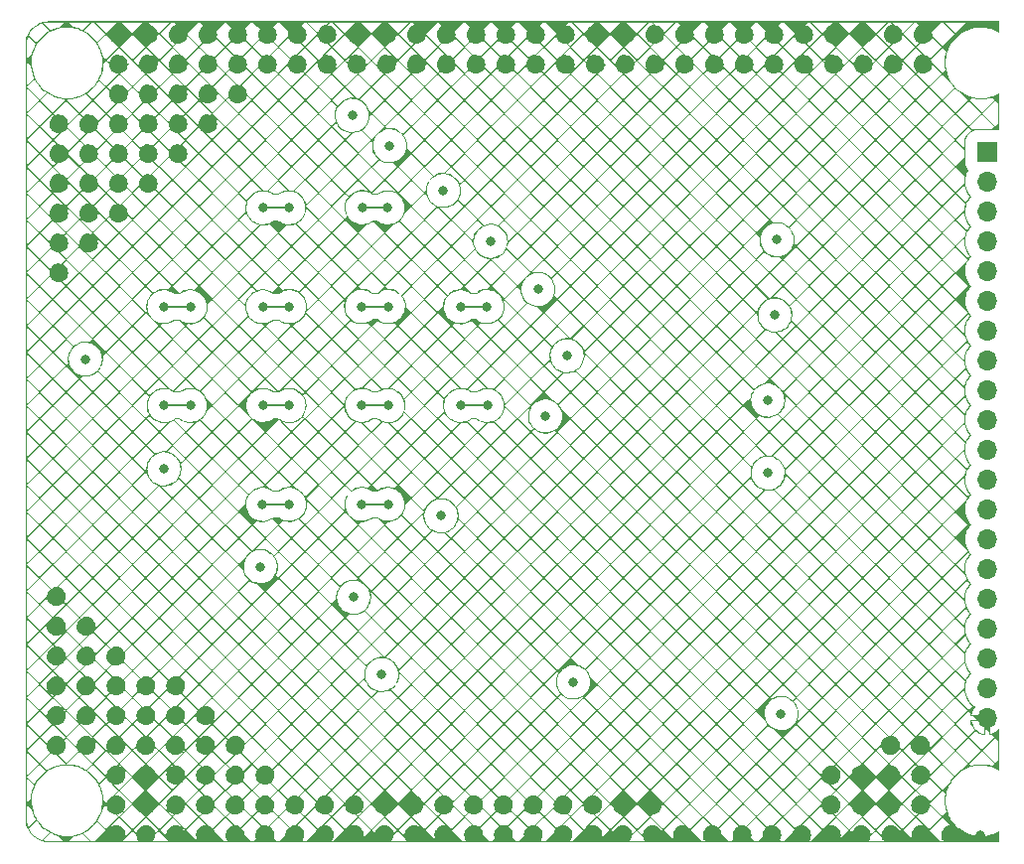
<source format=gbr>
%TF.GenerationSoftware,KiCad,Pcbnew,(6.0.6)*%
%TF.CreationDate,2023-08-17T02:29:11+09:00*%
%TF.ProjectId,SensorBoardLH,53656e73-6f72-4426-9f61-72644c482e6b,rev?*%
%TF.SameCoordinates,Original*%
%TF.FileFunction,Copper,L2,Inr*%
%TF.FilePolarity,Positive*%
%FSLAX46Y46*%
G04 Gerber Fmt 4.6, Leading zero omitted, Abs format (unit mm)*
G04 Created by KiCad (PCBNEW (6.0.6)) date 2023-08-17 02:29:11*
%MOMM*%
%LPD*%
G01*
G04 APERTURE LIST*
%TA.AperFunction,ComponentPad*%
%ADD10R,1.700000X1.700000*%
%TD*%
%TA.AperFunction,ComponentPad*%
%ADD11O,1.700000X1.700000*%
%TD*%
%TA.AperFunction,ViaPad*%
%ADD12C,0.800000*%
%TD*%
%TA.AperFunction,Conductor*%
%ADD13C,0.180000*%
%TD*%
G04 APERTURE END LIST*
D10*
%TO.N,unconnected-(J1-Pad1)*%
%TO.C,J1*%
X190110000Y-68000000D03*
D11*
%TO.N,unconnected-(J1-Pad2)*%
X190110000Y-70540000D03*
%TO.N,unconnected-(J1-Pad3)*%
X190110000Y-73080000D03*
%TO.N,unconnected-(J1-Pad4)*%
X190110000Y-75620000D03*
%TO.N,unconnected-(J1-Pad5)*%
X190110000Y-78160000D03*
%TO.N,unconnected-(J1-Pad6)*%
X190110000Y-80700000D03*
%TO.N,unconnected-(J1-Pad7)*%
X190110000Y-83240000D03*
%TO.N,unconnected-(J1-Pad8)*%
X190110000Y-85780000D03*
%TO.N,unconnected-(J1-Pad9)*%
X190110000Y-88320000D03*
%TO.N,unconnected-(J1-Pad10)*%
X190110000Y-90860000D03*
%TO.N,unconnected-(J1-Pad11)*%
X190110000Y-93400000D03*
%TO.N,unconnected-(J1-Pad12)*%
X190110000Y-95940000D03*
%TO.N,unconnected-(J1-Pad13)*%
X190110000Y-98480000D03*
%TO.N,unconnected-(J1-Pad14)*%
X190110000Y-101020000D03*
%TO.N,unconnected-(J1-Pad15)*%
X190110000Y-103560000D03*
%TO.N,unconnected-(J1-Pad16)*%
X190110000Y-106100000D03*
%TO.N,unconnected-(J1-Pad17)*%
X190110000Y-108640000D03*
%TO.N,unconnected-(J1-Pad18)*%
X190110000Y-111180000D03*
%TO.N,unconnected-(J1-Pad19)*%
X190110000Y-113720000D03*
%TO.N,GND*%
X190110000Y-116260000D03*
%TD*%
D12*
%TO.N,GND*%
X184430000Y-118580000D03*
X181880000Y-118570000D03*
X186990000Y-126200000D03*
X176830000Y-126200000D03*
X179370000Y-126200000D03*
X164130000Y-126200000D03*
X171750000Y-126200000D03*
X166670000Y-126210000D03*
X169210000Y-126210000D03*
X174290000Y-126200000D03*
X181910000Y-126200000D03*
X189530000Y-126200000D03*
X184450000Y-126200000D03*
X159040000Y-126200000D03*
X146340000Y-126200000D03*
X148880000Y-126200000D03*
X115860000Y-126200000D03*
X120940000Y-126200000D03*
X143800000Y-126200000D03*
X118400000Y-126200000D03*
X153960000Y-126200000D03*
X151420000Y-126200000D03*
X138720000Y-126200000D03*
X161580000Y-126200000D03*
X123480000Y-126200000D03*
X141260000Y-126200000D03*
X156500000Y-126200000D03*
X133640000Y-126210000D03*
X136180000Y-126210000D03*
X126010000Y-126200000D03*
X131100000Y-126200000D03*
X128550000Y-126200000D03*
X136180000Y-123670000D03*
X133640000Y-123670000D03*
X126010000Y-123660000D03*
X128550000Y-123660000D03*
X126020000Y-121120000D03*
X128560000Y-121120000D03*
X131100000Y-123660000D03*
X126020000Y-118580000D03*
X110770000Y-105880000D03*
X110770000Y-116040000D03*
X110770000Y-118580000D03*
X110760000Y-113500000D03*
X113310000Y-118580000D03*
X113300000Y-113500000D03*
X113310000Y-116040000D03*
X113310000Y-110960000D03*
X115850000Y-110960000D03*
X110770000Y-108420000D03*
X113310000Y-108420000D03*
X110770000Y-110960000D03*
X115860000Y-113500000D03*
X120940000Y-116040000D03*
X115860000Y-116040000D03*
X118400000Y-113500000D03*
X118400000Y-116040000D03*
X120940000Y-113500000D03*
X123480000Y-118580000D03*
X123480000Y-116040000D03*
X110970000Y-78300000D03*
X113510000Y-75760000D03*
X110970000Y-75760000D03*
X113510000Y-70680000D03*
X116050000Y-73220000D03*
X110970000Y-73220000D03*
X113510000Y-73220000D03*
X116050000Y-70680000D03*
X110970000Y-70680000D03*
X118590000Y-70680000D03*
X113510000Y-68140000D03*
X110970000Y-68140000D03*
X121130000Y-68140000D03*
X118590000Y-68140000D03*
X116050000Y-68140000D03*
X113510000Y-65600000D03*
X110970000Y-65600000D03*
X116050000Y-65600000D03*
X121130000Y-65600000D03*
X118590000Y-65600000D03*
X123670000Y-65600000D03*
%TO.N,unconnected-(J1-Pad19)*%
X172550000Y-115870000D03*
%TO.N,unconnected-(J1-Pad18)*%
X154850000Y-113170000D03*
%TO.N,unconnected-(J1-Pad17)*%
X138500000Y-112530000D03*
%TO.N,unconnected-(J1-Pad16)*%
X113240000Y-85650000D03*
%TO.N,unconnected-(J1-Pad15)*%
X119930000Y-95000000D03*
%TO.N,unconnected-(J1-Pad14)*%
X128160000Y-103340000D03*
%TO.N,unconnected-(J1-Pad13)*%
X136100000Y-105950000D03*
%TO.N,unconnected-(J1-Pad12)*%
X128350000Y-98040000D03*
X130630000Y-98030000D03*
X136810000Y-98030000D03*
X139040000Y-98030000D03*
X143550000Y-99000000D03*
%TO.N,unconnected-(J1-Pad11)*%
X119960000Y-89610000D03*
X122180000Y-89600000D03*
X128370000Y-89600000D03*
X130590000Y-89610000D03*
X136810000Y-89590000D03*
X139040000Y-89610000D03*
X145230000Y-89600000D03*
X147490000Y-89600000D03*
X152470000Y-90500000D03*
%TO.N,unconnected-(J1-Pad10)*%
X154300000Y-85350000D03*
%TO.N,unconnected-(J1-Pad9)*%
X119930000Y-81170000D03*
X122180000Y-81180000D03*
X128360000Y-81180000D03*
X130640000Y-81170000D03*
X136790000Y-81160000D03*
X139080000Y-81160000D03*
X145230000Y-81180000D03*
X147480000Y-81160000D03*
X151820000Y-79700000D03*
%TO.N,unconnected-(J1-Pad8)*%
X147780000Y-75610000D03*
%TO.N,unconnected-(J1-Pad7)*%
X171430000Y-95370000D03*
%TO.N,unconnected-(J1-Pad6)*%
X171410000Y-89150000D03*
%TO.N,unconnected-(J1-Pad5)*%
X172010000Y-81880000D03*
%TO.N,unconnected-(J1-Pad4)*%
X172200000Y-75480000D03*
%TO.N,unconnected-(J1-Pad3)*%
X128390000Y-72750000D03*
X130580000Y-72750000D03*
X136830000Y-72740000D03*
X139020000Y-72750000D03*
X143755000Y-71265000D03*
%TO.N,unconnected-(J1-Pad2)*%
X139180000Y-67450000D03*
%TO.N,unconnected-(J1-Pad1)*%
X135980000Y-64860000D03*
%TO.N,GND*%
X156500000Y-123660000D03*
X133830000Y-60520000D03*
X131290000Y-57980000D03*
X154150000Y-57980000D03*
X141450000Y-60520000D03*
X156690000Y-57980000D03*
X151420000Y-123660000D03*
X159230000Y-60520000D03*
X123480000Y-123660000D03*
X181890000Y-121110000D03*
X156690000Y-60520000D03*
X177010000Y-60520000D03*
X141260000Y-123660000D03*
X123670000Y-57980000D03*
X143990000Y-57980000D03*
X151610000Y-57980000D03*
X169390000Y-60520000D03*
X179350000Y-121110000D03*
X136370000Y-57980000D03*
X146530000Y-57980000D03*
X116050000Y-57980000D03*
X166850000Y-57980000D03*
X143990000Y-60520000D03*
X161580000Y-123660000D03*
X184630000Y-57980000D03*
X149070000Y-60520000D03*
X136370000Y-60520000D03*
X123480000Y-121120000D03*
X120930000Y-118580000D03*
X118400000Y-121120000D03*
X126210000Y-63060000D03*
X161770000Y-57980000D03*
X181890000Y-123650000D03*
X182090000Y-60520000D03*
X138720000Y-123660000D03*
X166850000Y-60520000D03*
X118590000Y-57980000D03*
X133830000Y-57980000D03*
X123670000Y-60520000D03*
X126210000Y-60520000D03*
X174470000Y-57980000D03*
X177010000Y-57980000D03*
X138910000Y-57980000D03*
X118400000Y-123660000D03*
X148880000Y-123660000D03*
X123670000Y-63060000D03*
X182090000Y-57980000D03*
X116050000Y-63060000D03*
X154150000Y-60520000D03*
X116050000Y-60520000D03*
X120940000Y-121120000D03*
X184440000Y-123660000D03*
X141450000Y-57980000D03*
X118590000Y-63060000D03*
X138910000Y-60520000D03*
X118390000Y-118580000D03*
X115850000Y-118580000D03*
X184440000Y-121120000D03*
X153960000Y-123660000D03*
X149070000Y-57980000D03*
X115860000Y-123660000D03*
X118590000Y-60520000D03*
X143800000Y-123660000D03*
X179550000Y-57980000D03*
X179350000Y-123650000D03*
X179550000Y-60520000D03*
X131290000Y-60520000D03*
X151610000Y-60520000D03*
X120940000Y-123660000D03*
X121130000Y-63060000D03*
X126210000Y-57980000D03*
X159230000Y-57980000D03*
X146530000Y-60520000D03*
X146340000Y-123660000D03*
X128750000Y-57980000D03*
X121130000Y-57980000D03*
X176820000Y-121120000D03*
X159040000Y-123660000D03*
X184630000Y-60520000D03*
X176810000Y-123650000D03*
X121130000Y-60520000D03*
X171930000Y-60520000D03*
X128750000Y-60520000D03*
X174470000Y-60520000D03*
X115860000Y-121120000D03*
X161770000Y-60520000D03*
X169390000Y-57980000D03*
X164310000Y-57980000D03*
X164310000Y-60520000D03*
X171930000Y-57980000D03*
%TD*%
D13*
%TO.N,unconnected-(J1-Pad12)*%
X130620000Y-98040000D02*
X130630000Y-98030000D01*
X128350000Y-98040000D02*
X130620000Y-98040000D01*
X139040000Y-98030000D02*
X136810000Y-98030000D01*
%TO.N,unconnected-(J1-Pad11)*%
X119960000Y-89610000D02*
X122170000Y-89610000D01*
X122170000Y-89610000D02*
X122180000Y-89600000D01*
X130580000Y-89600000D02*
X130590000Y-89610000D01*
X128370000Y-89600000D02*
X130580000Y-89600000D01*
X136830000Y-89610000D02*
X136810000Y-89590000D01*
X139040000Y-89610000D02*
X136830000Y-89610000D01*
X147490000Y-89600000D02*
X145230000Y-89600000D01*
%TO.N,unconnected-(J1-Pad9)*%
X122170000Y-81170000D02*
X122180000Y-81180000D01*
X119930000Y-81170000D02*
X122170000Y-81170000D01*
X130630000Y-81180000D02*
X130640000Y-81170000D01*
X128360000Y-81180000D02*
X130630000Y-81180000D01*
X139080000Y-81160000D02*
X136790000Y-81160000D01*
X145250000Y-81160000D02*
X145230000Y-81180000D01*
X147480000Y-81160000D02*
X145250000Y-81160000D01*
%TO.N,unconnected-(J1-Pad3)*%
X130580000Y-72750000D02*
X128390000Y-72750000D01*
X136840000Y-72750000D02*
X136830000Y-72740000D01*
X139020000Y-72750000D02*
X136840000Y-72750000D01*
%TD*%
%TA.AperFunction,Conductor*%
%TO.N,GND*%
G36*
X146480917Y-56850516D02*
G01*
X191064853Y-56850534D01*
X191066119Y-56850603D01*
X191109303Y-56855301D01*
X191109865Y-56855252D01*
X191109868Y-56855252D01*
X191127282Y-56853731D01*
X191135822Y-56856426D01*
X191139956Y-56864369D01*
X191140000Y-56865387D01*
X191140000Y-57811190D01*
X191136573Y-57819463D01*
X191128300Y-57822890D01*
X191121774Y-57820901D01*
X191110251Y-57813158D01*
X191109967Y-57812967D01*
X190802482Y-57654261D01*
X190478793Y-57531950D01*
X190178025Y-57456402D01*
X190143529Y-57447737D01*
X190143526Y-57447737D01*
X190143190Y-57447652D01*
X190142851Y-57447607D01*
X190142849Y-57447607D01*
X190019636Y-57431386D01*
X189800124Y-57402487D01*
X189717917Y-57401195D01*
X189454479Y-57397056D01*
X189454473Y-57397056D01*
X189454139Y-57397051D01*
X189453801Y-57397085D01*
X189453795Y-57397085D01*
X189145734Y-57427835D01*
X189109823Y-57431419D01*
X189109504Y-57431489D01*
X189109495Y-57431490D01*
X188772077Y-57505059D01*
X188772072Y-57505060D01*
X188771739Y-57505133D01*
X188444367Y-57617217D01*
X188444069Y-57617359D01*
X188444062Y-57617362D01*
X188366388Y-57654411D01*
X188132048Y-57766186D01*
X188131758Y-57766368D01*
X188131756Y-57766369D01*
X187874896Y-57927497D01*
X187838921Y-57950064D01*
X187568871Y-58166415D01*
X187505022Y-58230936D01*
X187344809Y-58392836D01*
X187325477Y-58412371D01*
X187325263Y-58412643D01*
X187325262Y-58412645D01*
X187274151Y-58477829D01*
X187111966Y-58684672D01*
X187111794Y-58684953D01*
X187111791Y-58684957D01*
X186998323Y-58870121D01*
X186931168Y-58979709D01*
X186931024Y-58980020D01*
X186931022Y-58980023D01*
X186801791Y-59258427D01*
X186785478Y-59293570D01*
X186785375Y-59293882D01*
X186785374Y-59293884D01*
X186683510Y-59601894D01*
X186676828Y-59622097D01*
X186606658Y-59960935D01*
X186602142Y-60011535D01*
X186575991Y-60304555D01*
X186575898Y-60305592D01*
X186577878Y-60381183D01*
X186578005Y-60386045D01*
X186583400Y-60592060D01*
X186584956Y-60651501D01*
X186585003Y-60651834D01*
X186585004Y-60651841D01*
X186628956Y-60960660D01*
X186633712Y-60994076D01*
X186721519Y-61328777D01*
X186721639Y-61329085D01*
X186721641Y-61329091D01*
X186813807Y-61565483D01*
X186847214Y-61651167D01*
X187009130Y-61956974D01*
X187205122Y-62242144D01*
X187205339Y-62242393D01*
X187205340Y-62242394D01*
X187312330Y-62365039D01*
X187432592Y-62502898D01*
X187688524Y-62735778D01*
X187969527Y-62937699D01*
X188271876Y-63105985D01*
X188591563Y-63238403D01*
X188924352Y-63333201D01*
X189008789Y-63347028D01*
X189265492Y-63389065D01*
X189265501Y-63389066D01*
X189265831Y-63389120D01*
X189611474Y-63405420D01*
X189611796Y-63405398D01*
X189611803Y-63405398D01*
X189838036Y-63389975D01*
X189956700Y-63381885D01*
X190296933Y-63318827D01*
X190482526Y-63261731D01*
X190627345Y-63217179D01*
X190627348Y-63217178D01*
X190627663Y-63217081D01*
X190786085Y-63147538D01*
X190944200Y-63078131D01*
X190944203Y-63078129D01*
X190944507Y-63077996D01*
X191122398Y-62974045D01*
X191131269Y-62972830D01*
X191138402Y-62978244D01*
X191140000Y-62984147D01*
X191140000Y-66147614D01*
X191136573Y-66155887D01*
X191128300Y-66159314D01*
X191127267Y-66159268D01*
X191017816Y-66149500D01*
X189202184Y-66149500D01*
X189081913Y-66160234D01*
X188886530Y-66216259D01*
X188886006Y-66216533D01*
X188798782Y-66262133D01*
X188706404Y-66310427D01*
X188705949Y-66310798D01*
X188705946Y-66310800D01*
X188624836Y-66376952D01*
X188548891Y-66438891D01*
X188548520Y-66439346D01*
X188420800Y-66595946D01*
X188420798Y-66595949D01*
X188420427Y-66596404D01*
X188326259Y-66776530D01*
X188270234Y-66971913D01*
X188259500Y-67092184D01*
X188259500Y-68907816D01*
X188270234Y-69028087D01*
X188326259Y-69223470D01*
X188420427Y-69403596D01*
X188420798Y-69404051D01*
X188420800Y-69404054D01*
X188537684Y-69547368D01*
X188540257Y-69555945D01*
X188538734Y-69560640D01*
X188443955Y-69723813D01*
X188443801Y-69724192D01*
X188443801Y-69724193D01*
X188370031Y-69906323D01*
X188345574Y-69966703D01*
X188345476Y-69967099D01*
X188345475Y-69967101D01*
X188333006Y-70017299D01*
X188282399Y-70221032D01*
X188255688Y-70481726D01*
X188255704Y-70482134D01*
X188255704Y-70482136D01*
X188257552Y-70529171D01*
X188265977Y-70743582D01*
X188266050Y-70743983D01*
X188266051Y-70743990D01*
X188290746Y-70879204D01*
X188313058Y-71001376D01*
X188395994Y-71249965D01*
X188513128Y-71484387D01*
X188513363Y-71484728D01*
X188513366Y-71484732D01*
X188654866Y-71689466D01*
X188662124Y-71699967D01*
X188662399Y-71700264D01*
X188662409Y-71700277D01*
X188754342Y-71799727D01*
X188757442Y-71808128D01*
X188753827Y-71816135D01*
X188750530Y-71819280D01*
X188737816Y-71831409D01*
X188737555Y-71831739D01*
X188737555Y-71831740D01*
X188598027Y-72008732D01*
X188575578Y-72037208D01*
X188443955Y-72263813D01*
X188443801Y-72264192D01*
X188443801Y-72264193D01*
X188351710Y-72491555D01*
X188345574Y-72506703D01*
X188345476Y-72507099D01*
X188345475Y-72507101D01*
X188318258Y-72616673D01*
X188282399Y-72761032D01*
X188255688Y-73021726D01*
X188255704Y-73022134D01*
X188255704Y-73022136D01*
X188257978Y-73080000D01*
X188265977Y-73283582D01*
X188266050Y-73283983D01*
X188266051Y-73283990D01*
X188292545Y-73429056D01*
X188313058Y-73541376D01*
X188395994Y-73789965D01*
X188513128Y-74024387D01*
X188513363Y-74024728D01*
X188513366Y-74024732D01*
X188647259Y-74218459D01*
X188662124Y-74239967D01*
X188662399Y-74240264D01*
X188662409Y-74240277D01*
X188754342Y-74339727D01*
X188757442Y-74348128D01*
X188753827Y-74356135D01*
X188751419Y-74358432D01*
X188737816Y-74371409D01*
X188737555Y-74371739D01*
X188737555Y-74371740D01*
X188582101Y-74568934D01*
X188575578Y-74577208D01*
X188443955Y-74803813D01*
X188443801Y-74804192D01*
X188443801Y-74804193D01*
X188353683Y-75026684D01*
X188345574Y-75046703D01*
X188345476Y-75047099D01*
X188345475Y-75047101D01*
X188332692Y-75098562D01*
X188282399Y-75301032D01*
X188255688Y-75561726D01*
X188265977Y-75823582D01*
X188266050Y-75823983D01*
X188266051Y-75823990D01*
X188290746Y-75959204D01*
X188313058Y-76081376D01*
X188395994Y-76329965D01*
X188513128Y-76564387D01*
X188513363Y-76564728D01*
X188513366Y-76564732D01*
X188617579Y-76715516D01*
X188662124Y-76779967D01*
X188662399Y-76780264D01*
X188662409Y-76780277D01*
X188754342Y-76879727D01*
X188757442Y-76888128D01*
X188753827Y-76896135D01*
X188737816Y-76911409D01*
X188737555Y-76911739D01*
X188737555Y-76911740D01*
X188586526Y-77103321D01*
X188575578Y-77117208D01*
X188443955Y-77343813D01*
X188345574Y-77586703D01*
X188282399Y-77841032D01*
X188255688Y-78101726D01*
X188265977Y-78363582D01*
X188266050Y-78363983D01*
X188266051Y-78363990D01*
X188290746Y-78499204D01*
X188313058Y-78621376D01*
X188395994Y-78869965D01*
X188513128Y-79104387D01*
X188513363Y-79104728D01*
X188513366Y-79104732D01*
X188614095Y-79250475D01*
X188662124Y-79319967D01*
X188662399Y-79320264D01*
X188662409Y-79320277D01*
X188754342Y-79419727D01*
X188757442Y-79428128D01*
X188753827Y-79436135D01*
X188753263Y-79436673D01*
X188737816Y-79451409D01*
X188575578Y-79657208D01*
X188443955Y-79883813D01*
X188443801Y-79884192D01*
X188443801Y-79884193D01*
X188369764Y-80066982D01*
X188345574Y-80126703D01*
X188345476Y-80127099D01*
X188345475Y-80127101D01*
X188319202Y-80232871D01*
X188282399Y-80381032D01*
X188255688Y-80641726D01*
X188255704Y-80642134D01*
X188255704Y-80642136D01*
X188256389Y-80659575D01*
X188265977Y-80903582D01*
X188266050Y-80903983D01*
X188266051Y-80903990D01*
X188293642Y-81055065D01*
X188313058Y-81161376D01*
X188395994Y-81409965D01*
X188513128Y-81644387D01*
X188513363Y-81644728D01*
X188513366Y-81644732D01*
X188651657Y-81844822D01*
X188662124Y-81859967D01*
X188662399Y-81860264D01*
X188662409Y-81860277D01*
X188754342Y-81959727D01*
X188757442Y-81968128D01*
X188753827Y-81976135D01*
X188737816Y-81991409D01*
X188737555Y-81991739D01*
X188737555Y-81991740D01*
X188576325Y-82196261D01*
X188575578Y-82197208D01*
X188443955Y-82423813D01*
X188443801Y-82424192D01*
X188443801Y-82424193D01*
X188347897Y-82660969D01*
X188345574Y-82666703D01*
X188345476Y-82667099D01*
X188345475Y-82667101D01*
X188334734Y-82710343D01*
X188282399Y-82921032D01*
X188255688Y-83181726D01*
X188265977Y-83443582D01*
X188266050Y-83443983D01*
X188266051Y-83443990D01*
X188276986Y-83503864D01*
X188313058Y-83701376D01*
X188395994Y-83949965D01*
X188513128Y-84184387D01*
X188513363Y-84184728D01*
X188513366Y-84184732D01*
X188644120Y-84373918D01*
X188662124Y-84399967D01*
X188662399Y-84400264D01*
X188662409Y-84400277D01*
X188754342Y-84499727D01*
X188757442Y-84508128D01*
X188753827Y-84516135D01*
X188737816Y-84531409D01*
X188737555Y-84531739D01*
X188737555Y-84531740D01*
X188596719Y-84710391D01*
X188575578Y-84737208D01*
X188443955Y-84963813D01*
X188443801Y-84964192D01*
X188443801Y-84964193D01*
X188349456Y-85197120D01*
X188345574Y-85206703D01*
X188282399Y-85461032D01*
X188255688Y-85721726D01*
X188255704Y-85722134D01*
X188255704Y-85722136D01*
X188256070Y-85731440D01*
X188265977Y-85983582D01*
X188266050Y-85983983D01*
X188266051Y-85983990D01*
X188281804Y-86070242D01*
X188313058Y-86241376D01*
X188395994Y-86489965D01*
X188513128Y-86724387D01*
X188513363Y-86724728D01*
X188513366Y-86724732D01*
X188646489Y-86917345D01*
X188662124Y-86939967D01*
X188662399Y-86940264D01*
X188662409Y-86940277D01*
X188754342Y-87039727D01*
X188757442Y-87048128D01*
X188753827Y-87056135D01*
X188737816Y-87071409D01*
X188737555Y-87071739D01*
X188737555Y-87071740D01*
X188614663Y-87227629D01*
X188575578Y-87277208D01*
X188443955Y-87503813D01*
X188443801Y-87504192D01*
X188443801Y-87504193D01*
X188355144Y-87723077D01*
X188345574Y-87746703D01*
X188345476Y-87747099D01*
X188345475Y-87747101D01*
X188334490Y-87791323D01*
X188282399Y-88001032D01*
X188255688Y-88261726D01*
X188255704Y-88262134D01*
X188255704Y-88262136D01*
X188256970Y-88294358D01*
X188265977Y-88523582D01*
X188266050Y-88523983D01*
X188266051Y-88523990D01*
X188291759Y-88664752D01*
X188313058Y-88781376D01*
X188395994Y-89029965D01*
X188513128Y-89264387D01*
X188513363Y-89264728D01*
X188513366Y-89264732D01*
X188648162Y-89459766D01*
X188662124Y-89479967D01*
X188662399Y-89480264D01*
X188662409Y-89480277D01*
X188754342Y-89579727D01*
X188757442Y-89588128D01*
X188753827Y-89596135D01*
X188737816Y-89611409D01*
X188737555Y-89611739D01*
X188737555Y-89611740D01*
X188583527Y-89807125D01*
X188575578Y-89817208D01*
X188443955Y-90043813D01*
X188443801Y-90044192D01*
X188443801Y-90044193D01*
X188351964Y-90270928D01*
X188345574Y-90286703D01*
X188345476Y-90287099D01*
X188345475Y-90287101D01*
X188323520Y-90375487D01*
X188282399Y-90541032D01*
X188255688Y-90801726D01*
X188255704Y-90802134D01*
X188255704Y-90802136D01*
X188257068Y-90836854D01*
X188265977Y-91063582D01*
X188266050Y-91063983D01*
X188266051Y-91063990D01*
X188287066Y-91179056D01*
X188313058Y-91321376D01*
X188395994Y-91569965D01*
X188513128Y-91804387D01*
X188513363Y-91804728D01*
X188513366Y-91804732D01*
X188649538Y-92001756D01*
X188662124Y-92019967D01*
X188662399Y-92020264D01*
X188662409Y-92020277D01*
X188754342Y-92119727D01*
X188757442Y-92128128D01*
X188753827Y-92136135D01*
X188737816Y-92151409D01*
X188737555Y-92151739D01*
X188737555Y-92151740D01*
X188614663Y-92307629D01*
X188575578Y-92357208D01*
X188443955Y-92583813D01*
X188443801Y-92584192D01*
X188443801Y-92584193D01*
X188355144Y-92803077D01*
X188345574Y-92826703D01*
X188282399Y-93081032D01*
X188255688Y-93341726D01*
X188265977Y-93603582D01*
X188266050Y-93603983D01*
X188266051Y-93603990D01*
X188272899Y-93641484D01*
X188313058Y-93861376D01*
X188395994Y-94109965D01*
X188513128Y-94344387D01*
X188513363Y-94344728D01*
X188513366Y-94344732D01*
X188606562Y-94479575D01*
X188662124Y-94559967D01*
X188662399Y-94560264D01*
X188662409Y-94560277D01*
X188754342Y-94659727D01*
X188757442Y-94668128D01*
X188753827Y-94676135D01*
X188737816Y-94691409D01*
X188737555Y-94691739D01*
X188737555Y-94691740D01*
X188579065Y-94892785D01*
X188575578Y-94897208D01*
X188443955Y-95123813D01*
X188443801Y-95124192D01*
X188443801Y-95124193D01*
X188355144Y-95343077D01*
X188345574Y-95366703D01*
X188345476Y-95367099D01*
X188345475Y-95367101D01*
X188314705Y-95490976D01*
X188282399Y-95621032D01*
X188255688Y-95881726D01*
X188255704Y-95882134D01*
X188255704Y-95882136D01*
X188256844Y-95911138D01*
X188265977Y-96143582D01*
X188266050Y-96143983D01*
X188266051Y-96143990D01*
X188286706Y-96257083D01*
X188313058Y-96401376D01*
X188395994Y-96649965D01*
X188513128Y-96884387D01*
X188513363Y-96884728D01*
X188513366Y-96884732D01*
X188647125Y-97078265D01*
X188662124Y-97099967D01*
X188662399Y-97100264D01*
X188662409Y-97100277D01*
X188754342Y-97199727D01*
X188757442Y-97208128D01*
X188753827Y-97216135D01*
X188737816Y-97231409D01*
X188737555Y-97231739D01*
X188737555Y-97231740D01*
X188614663Y-97387629D01*
X188575578Y-97437208D01*
X188443955Y-97663813D01*
X188443801Y-97664192D01*
X188443801Y-97664193D01*
X188355818Y-97881413D01*
X188345574Y-97906703D01*
X188282399Y-98161032D01*
X188255688Y-98421726D01*
X188265977Y-98683582D01*
X188266050Y-98683983D01*
X188266051Y-98683990D01*
X188289170Y-98810575D01*
X188313058Y-98941376D01*
X188395994Y-99189965D01*
X188513128Y-99424387D01*
X188513363Y-99424728D01*
X188513366Y-99424732D01*
X188588435Y-99533348D01*
X188662124Y-99639967D01*
X188662399Y-99640264D01*
X188662409Y-99640277D01*
X188754342Y-99739727D01*
X188757442Y-99748128D01*
X188753827Y-99756135D01*
X188737816Y-99771409D01*
X188737555Y-99771739D01*
X188737555Y-99771740D01*
X188577044Y-99975349D01*
X188575578Y-99977208D01*
X188443955Y-100203813D01*
X188443801Y-100204192D01*
X188443801Y-100204193D01*
X188346952Y-100443302D01*
X188345574Y-100446703D01*
X188345476Y-100447099D01*
X188345475Y-100447101D01*
X188331899Y-100501756D01*
X188282399Y-100701032D01*
X188255688Y-100961726D01*
X188255704Y-100962134D01*
X188255704Y-100962136D01*
X188256857Y-100991486D01*
X188265977Y-101223582D01*
X188266050Y-101223983D01*
X188266051Y-101223990D01*
X188294597Y-101380293D01*
X188313058Y-101481376D01*
X188395994Y-101729965D01*
X188513128Y-101964387D01*
X188513363Y-101964728D01*
X188513366Y-101964732D01*
X188598127Y-102087371D01*
X188662124Y-102179967D01*
X188662399Y-102180264D01*
X188662409Y-102180277D01*
X188754342Y-102279727D01*
X188757442Y-102288128D01*
X188753827Y-102296135D01*
X188737816Y-102311409D01*
X188737555Y-102311739D01*
X188737555Y-102311740D01*
X188603170Y-102482208D01*
X188575578Y-102517208D01*
X188443955Y-102743813D01*
X188443801Y-102744192D01*
X188443801Y-102744193D01*
X188355144Y-102963077D01*
X188345574Y-102986703D01*
X188282399Y-103241032D01*
X188255688Y-103501726D01*
X188255704Y-103502134D01*
X188255704Y-103502136D01*
X188257978Y-103560000D01*
X188265977Y-103763582D01*
X188266050Y-103763983D01*
X188266051Y-103763990D01*
X188289439Y-103892047D01*
X188313058Y-104021376D01*
X188395994Y-104269965D01*
X188513128Y-104504387D01*
X188513363Y-104504728D01*
X188513366Y-104504732D01*
X188641068Y-104689501D01*
X188662124Y-104719967D01*
X188662399Y-104720264D01*
X188662409Y-104720277D01*
X188754342Y-104819727D01*
X188757442Y-104828128D01*
X188753827Y-104836135D01*
X188737816Y-104851409D01*
X188737555Y-104851739D01*
X188737555Y-104851740D01*
X188588071Y-105041361D01*
X188575578Y-105057208D01*
X188443955Y-105283813D01*
X188443801Y-105284192D01*
X188443801Y-105284193D01*
X188355144Y-105503077D01*
X188345574Y-105526703D01*
X188282399Y-105781032D01*
X188255688Y-106041726D01*
X188255704Y-106042134D01*
X188255704Y-106042136D01*
X188255969Y-106048872D01*
X188265977Y-106303582D01*
X188266050Y-106303983D01*
X188266051Y-106303990D01*
X188278253Y-106370802D01*
X188313058Y-106561376D01*
X188395994Y-106809965D01*
X188513128Y-107044387D01*
X188513363Y-107044728D01*
X188513366Y-107044732D01*
X188614095Y-107190475D01*
X188662124Y-107259967D01*
X188662399Y-107260264D01*
X188662409Y-107260277D01*
X188754342Y-107359727D01*
X188757442Y-107368128D01*
X188753827Y-107376135D01*
X188737816Y-107391409D01*
X188737555Y-107391739D01*
X188737555Y-107391740D01*
X188614663Y-107547629D01*
X188575578Y-107597208D01*
X188443955Y-107823813D01*
X188443801Y-107824192D01*
X188443801Y-107824193D01*
X188355144Y-108043077D01*
X188345574Y-108066703D01*
X188282399Y-108321032D01*
X188255688Y-108581726D01*
X188255704Y-108582134D01*
X188255704Y-108582136D01*
X188255969Y-108588872D01*
X188265977Y-108843582D01*
X188266050Y-108843983D01*
X188266051Y-108843990D01*
X188274424Y-108889836D01*
X188313058Y-109101376D01*
X188395994Y-109349965D01*
X188513128Y-109584387D01*
X188513363Y-109584728D01*
X188513366Y-109584732D01*
X188614095Y-109730475D01*
X188662124Y-109799967D01*
X188662399Y-109800264D01*
X188662409Y-109800277D01*
X188754342Y-109899727D01*
X188757442Y-109908128D01*
X188753827Y-109916135D01*
X188737816Y-109931409D01*
X188737555Y-109931739D01*
X188737555Y-109931740D01*
X188614663Y-110087629D01*
X188575578Y-110137208D01*
X188443955Y-110363813D01*
X188443801Y-110364192D01*
X188443801Y-110364193D01*
X188355144Y-110583077D01*
X188345574Y-110606703D01*
X188282399Y-110861032D01*
X188255688Y-111121726D01*
X188255704Y-111122134D01*
X188255704Y-111122136D01*
X188257286Y-111162402D01*
X188265977Y-111383582D01*
X188266050Y-111383983D01*
X188266051Y-111383990D01*
X188287710Y-111502584D01*
X188313058Y-111641376D01*
X188395994Y-111889965D01*
X188513128Y-112124387D01*
X188513363Y-112124728D01*
X188513366Y-112124732D01*
X188661889Y-112339627D01*
X188662124Y-112339967D01*
X188662399Y-112340264D01*
X188662409Y-112340277D01*
X188754342Y-112439727D01*
X188757442Y-112448128D01*
X188753827Y-112456135D01*
X188737816Y-112471409D01*
X188737555Y-112471739D01*
X188737555Y-112471740D01*
X188597010Y-112650022D01*
X188575578Y-112677208D01*
X188443955Y-112903813D01*
X188443801Y-112904192D01*
X188443801Y-112904193D01*
X188347760Y-113141307D01*
X188345574Y-113146703D01*
X188345476Y-113147099D01*
X188345475Y-113147101D01*
X188322735Y-113238649D01*
X188282399Y-113401032D01*
X188255688Y-113661726D01*
X188255704Y-113662134D01*
X188255704Y-113662136D01*
X188257161Y-113699204D01*
X188265977Y-113923582D01*
X188266050Y-113923983D01*
X188266051Y-113923990D01*
X188294597Y-114080293D01*
X188313058Y-114181376D01*
X188395994Y-114429965D01*
X188513128Y-114664387D01*
X188513363Y-114664728D01*
X188513366Y-114664732D01*
X188620309Y-114819466D01*
X188662124Y-114879967D01*
X188662402Y-114880268D01*
X188662403Y-114880269D01*
X188723727Y-114946608D01*
X188840010Y-115072402D01*
X189043235Y-115237853D01*
X189093111Y-115267881D01*
X189135503Y-115293403D01*
X189140823Y-115300606D01*
X189139492Y-115309462D01*
X189137927Y-115311510D01*
X189051350Y-115402108D01*
X189050748Y-115402852D01*
X188925452Y-115586528D01*
X188924975Y-115587367D01*
X188831363Y-115789038D01*
X188831029Y-115789945D01*
X188771672Y-116003979D01*
X188772088Y-116005394D01*
X188773199Y-116006000D01*
X190352300Y-116006000D01*
X190360573Y-116009427D01*
X190364000Y-116017700D01*
X190364000Y-117594305D01*
X190364682Y-117595950D01*
X190365777Y-117596404D01*
X190392837Y-117592938D01*
X190393767Y-117592740D01*
X190606747Y-117528843D01*
X190607629Y-117528497D01*
X190807306Y-117430676D01*
X190808128Y-117430186D01*
X190989150Y-117301066D01*
X190989869Y-117300458D01*
X191120041Y-117170739D01*
X191128320Y-117167327D01*
X191136588Y-117170768D01*
X191140000Y-117179027D01*
X191140000Y-120711190D01*
X191136573Y-120719463D01*
X191128300Y-120722890D01*
X191121774Y-120720901D01*
X191110251Y-120713158D01*
X191109967Y-120712967D01*
X190802482Y-120554261D01*
X190478793Y-120431950D01*
X190208688Y-120364104D01*
X190143529Y-120347737D01*
X190143526Y-120347737D01*
X190143190Y-120347652D01*
X190142851Y-120347607D01*
X190142849Y-120347607D01*
X190008075Y-120329864D01*
X189800124Y-120302487D01*
X189717917Y-120301195D01*
X189454479Y-120297056D01*
X189454473Y-120297056D01*
X189454139Y-120297051D01*
X189453801Y-120297085D01*
X189453795Y-120297085D01*
X189145734Y-120327835D01*
X189109823Y-120331419D01*
X189109504Y-120331489D01*
X189109495Y-120331490D01*
X188772077Y-120405059D01*
X188772072Y-120405060D01*
X188771739Y-120405133D01*
X188444367Y-120517217D01*
X188444069Y-120517359D01*
X188444062Y-120517362D01*
X188306461Y-120582995D01*
X188132048Y-120666186D01*
X188131758Y-120666368D01*
X188131756Y-120666369D01*
X187874896Y-120827497D01*
X187838921Y-120850064D01*
X187838656Y-120850276D01*
X187838655Y-120850277D01*
X187740162Y-120929185D01*
X187568871Y-121066415D01*
X187505022Y-121130936D01*
X187351256Y-121286321D01*
X187325477Y-121312371D01*
X187111966Y-121584672D01*
X187111794Y-121584953D01*
X187111791Y-121584957D01*
X187030186Y-121718125D01*
X186931168Y-121879709D01*
X186931024Y-121880020D01*
X186931022Y-121880023D01*
X186801791Y-122158427D01*
X186785478Y-122193570D01*
X186785375Y-122193882D01*
X186785374Y-122193884D01*
X186683510Y-122501894D01*
X186676828Y-122522097D01*
X186606658Y-122860935D01*
X186591214Y-123033986D01*
X186576676Y-123196880D01*
X186575898Y-123205592D01*
X186576907Y-123244111D01*
X186578005Y-123286045D01*
X186582826Y-123470139D01*
X186584956Y-123551501D01*
X186585003Y-123551834D01*
X186585004Y-123551841D01*
X186633638Y-123893558D01*
X186633712Y-123894076D01*
X186721519Y-124228777D01*
X186721639Y-124229085D01*
X186721641Y-124229091D01*
X186779803Y-124378267D01*
X186847214Y-124551167D01*
X186847376Y-124551473D01*
X186978104Y-124798375D01*
X187009130Y-124856974D01*
X187205122Y-125142144D01*
X187205339Y-125142393D01*
X187205340Y-125142394D01*
X187429940Y-125399858D01*
X187432592Y-125402898D01*
X187688524Y-125635778D01*
X187688804Y-125635979D01*
X187688805Y-125635980D01*
X187712427Y-125652954D01*
X187969527Y-125837699D01*
X188271876Y-126005985D01*
X188591563Y-126138403D01*
X188924352Y-126233201D01*
X189008789Y-126247028D01*
X189265492Y-126289065D01*
X189265501Y-126289066D01*
X189265831Y-126289120D01*
X189611474Y-126305420D01*
X189611796Y-126305398D01*
X189611803Y-126305398D01*
X189838036Y-126289975D01*
X189956700Y-126281885D01*
X190296933Y-126218827D01*
X190473415Y-126164534D01*
X190627345Y-126117179D01*
X190627348Y-126117178D01*
X190627663Y-126117081D01*
X190825722Y-126030139D01*
X190944200Y-125978131D01*
X190944203Y-125978129D01*
X190944507Y-125977996D01*
X191122398Y-125874045D01*
X191131269Y-125872830D01*
X191138402Y-125878244D01*
X191140000Y-125884147D01*
X191140000Y-126834927D01*
X191136573Y-126843200D01*
X191129318Y-126846583D01*
X191096440Y-126849455D01*
X191095422Y-126849499D01*
X154780300Y-126849484D01*
X110195289Y-126849466D01*
X110194024Y-126849397D01*
X110189444Y-126848899D01*
X110150685Y-126844682D01*
X110150123Y-126844731D01*
X110150120Y-126844731D01*
X110113690Y-126847912D01*
X110111946Y-126847933D01*
X109901416Y-126834839D01*
X109876394Y-126833283D01*
X109874877Y-126833089D01*
X109866880Y-126831526D01*
X109619685Y-126783211D01*
X109618217Y-126782824D01*
X109524902Y-126751494D01*
X179952700Y-126751494D01*
X181328750Y-126751495D01*
X181272135Y-126692868D01*
X181270543Y-126690802D01*
X181178792Y-126539302D01*
X181177698Y-126536934D01*
X181121791Y-126368872D01*
X181121340Y-126366750D01*
X180614990Y-125860399D01*
X180163343Y-126312046D01*
X180151094Y-126399204D01*
X180150445Y-126401731D01*
X180087550Y-126567305D01*
X180086358Y-126569625D01*
X179988343Y-126717149D01*
X179986667Y-126719147D01*
X179952700Y-126751494D01*
X109524902Y-126751494D01*
X109524878Y-126751486D01*
X159622708Y-126751486D01*
X160998742Y-126751487D01*
X160942135Y-126692869D01*
X160940543Y-126690802D01*
X160848792Y-126539302D01*
X160847698Y-126536934D01*
X160808243Y-126418328D01*
X160250314Y-125860399D01*
X159839013Y-126271700D01*
X159821094Y-126399204D01*
X159820445Y-126401731D01*
X159757550Y-126567305D01*
X159756358Y-126569625D01*
X159658343Y-126717149D01*
X159656667Y-126719147D01*
X159622708Y-126751486D01*
X109524878Y-126751486D01*
X109524854Y-126751478D01*
X139302716Y-126751478D01*
X140678733Y-126751478D01*
X140622135Y-126692869D01*
X140620543Y-126690802D01*
X140528792Y-126539302D01*
X140527698Y-126536934D01*
X140510513Y-126485273D01*
X139885639Y-125860399D01*
X139525888Y-126220150D01*
X139525857Y-126222346D01*
X139525744Y-126223811D01*
X139501094Y-126399204D01*
X139500445Y-126401731D01*
X139437550Y-126567305D01*
X139436358Y-126569625D01*
X139338343Y-126717149D01*
X139336667Y-126719147D01*
X139302716Y-126751478D01*
X109524854Y-126751478D01*
X109524827Y-126751469D01*
X116442726Y-126751469D01*
X117818724Y-126751469D01*
X118982726Y-126751469D01*
X120358725Y-126751470D01*
X120302135Y-126692869D01*
X120300543Y-126690802D01*
X120222498Y-126561934D01*
X119520964Y-125860399D01*
X119203733Y-126177630D01*
X119206095Y-126198696D01*
X119206167Y-126200163D01*
X119205857Y-126222346D01*
X119205744Y-126223811D01*
X119181094Y-126399204D01*
X119180445Y-126401731D01*
X119117550Y-126567305D01*
X119116358Y-126569625D01*
X119018343Y-126717149D01*
X119016667Y-126719147D01*
X118982726Y-126751469D01*
X117818724Y-126751469D01*
X117762135Y-126692869D01*
X117760543Y-126690802D01*
X117668792Y-126539302D01*
X117667698Y-126536934D01*
X117611791Y-126368872D01*
X117611249Y-126366321D01*
X117594628Y-126196805D01*
X117258222Y-125860399D01*
X116593619Y-126525002D01*
X116577550Y-126567305D01*
X116576358Y-126569625D01*
X116478343Y-126717149D01*
X116476667Y-126719147D01*
X116442726Y-126751469D01*
X109524827Y-126751469D01*
X109524821Y-126751467D01*
X111841671Y-126751467D01*
X113623807Y-126751467D01*
X112983946Y-126111606D01*
X112767054Y-126206815D01*
X112766746Y-126206945D01*
X112762779Y-126208553D01*
X112762465Y-126208675D01*
X112761202Y-126209145D01*
X112760882Y-126209259D01*
X112756799Y-126210645D01*
X112756478Y-126210749D01*
X112425748Y-126312495D01*
X112425424Y-126312589D01*
X112421269Y-126313737D01*
X112420942Y-126313823D01*
X112419634Y-126314144D01*
X112419308Y-126314219D01*
X112415123Y-126315120D01*
X112414792Y-126315186D01*
X112246821Y-126346317D01*
X111841671Y-126751467D01*
X109524821Y-126751467D01*
X109371721Y-126700065D01*
X109370304Y-126699484D01*
X109346153Y-126687674D01*
X109642722Y-126687674D01*
X109644044Y-126688118D01*
X109888133Y-126735825D01*
X110111587Y-126749722D01*
X110142160Y-126747053D01*
X110142732Y-126747018D01*
X110150038Y-126746739D01*
X110150612Y-126746731D01*
X110152895Y-126746756D01*
X110153466Y-126746776D01*
X110160717Y-126747210D01*
X110161283Y-126747258D01*
X110199962Y-126751466D01*
X111361064Y-126751466D01*
X110912968Y-126303370D01*
X110664716Y-126232653D01*
X110664394Y-126232557D01*
X110660295Y-126231261D01*
X110659974Y-126231154D01*
X110658702Y-126230711D01*
X110658383Y-126230595D01*
X110654371Y-126229066D01*
X110654061Y-126228942D01*
X110334374Y-126096524D01*
X110334066Y-126096392D01*
X110330163Y-126094643D01*
X110329859Y-126094501D01*
X110328646Y-126093915D01*
X110328343Y-126093763D01*
X110324513Y-126091774D01*
X110324215Y-126091614D01*
X110269330Y-126061066D01*
X109642722Y-126687674D01*
X109346153Y-126687674D01*
X109136724Y-126585261D01*
X109135396Y-126584500D01*
X108918723Y-126440766D01*
X108917506Y-126439838D01*
X108721454Y-126269058D01*
X108720368Y-126267980D01*
X108548275Y-126073060D01*
X108547340Y-126071849D01*
X108506731Y-126011509D01*
X108402167Y-125856141D01*
X108401399Y-125854822D01*
X108400431Y-125852874D01*
X108302419Y-125655787D01*
X108411867Y-125655787D01*
X108486629Y-125806122D01*
X108625480Y-126012434D01*
X108790092Y-126198881D01*
X108977609Y-126362226D01*
X109184856Y-126499707D01*
X109408270Y-126608959D01*
X109538965Y-126652839D01*
X110180295Y-126011509D01*
X110021866Y-125923328D01*
X110021573Y-125923160D01*
X110017864Y-125920953D01*
X110017575Y-125920775D01*
X110016438Y-125920053D01*
X110016156Y-125919868D01*
X110012614Y-125917473D01*
X110012341Y-125917282D01*
X109731338Y-125715361D01*
X109731070Y-125715163D01*
X109727683Y-125712580D01*
X109727419Y-125712373D01*
X109726372Y-125711526D01*
X109726113Y-125711310D01*
X109722825Y-125708489D01*
X109722569Y-125708263D01*
X109466637Y-125475383D01*
X109466390Y-125475152D01*
X109463296Y-125472169D01*
X109463057Y-125471932D01*
X109462114Y-125470969D01*
X109461882Y-125470724D01*
X109458967Y-125467570D01*
X109458742Y-125467320D01*
X109231272Y-125206566D01*
X109231054Y-125206308D01*
X109228316Y-125202980D01*
X109228105Y-125202716D01*
X109227280Y-125201652D01*
X109227078Y-125201384D01*
X109224552Y-125197926D01*
X109224358Y-125197652D01*
X109080018Y-124987636D01*
X108411867Y-125655787D01*
X108302419Y-125655787D01*
X108285619Y-125622004D01*
X108285030Y-125620594D01*
X108271429Y-125580962D01*
X108200634Y-125374668D01*
X108200233Y-125373194D01*
X108148656Y-125118336D01*
X108148452Y-125116819D01*
X108139552Y-124987636D01*
X108133035Y-124893042D01*
X108133076Y-124890976D01*
X108133930Y-124883135D01*
X108135284Y-124870686D01*
X108135228Y-124870039D01*
X108130544Y-124816407D01*
X108130500Y-124815389D01*
X108130500Y-123618903D01*
X108228500Y-123618903D01*
X108228500Y-124811626D01*
X108232913Y-124862160D01*
X108232948Y-124862732D01*
X108233227Y-124870039D01*
X108233235Y-124870613D01*
X108233210Y-124872896D01*
X108233190Y-124873467D01*
X108232756Y-124880720D01*
X108232708Y-124881287D01*
X108231329Y-124893954D01*
X108245831Y-125104435D01*
X108295166Y-125348216D01*
X108368156Y-125560906D01*
X109023860Y-124905202D01*
X109022683Y-124903127D01*
X109022521Y-124902831D01*
X108860605Y-124597024D01*
X108860452Y-124596725D01*
X108858555Y-124592879D01*
X108858410Y-124592575D01*
X108857849Y-124591350D01*
X108857713Y-124591041D01*
X108856035Y-124587079D01*
X108855908Y-124586766D01*
X108730213Y-124264376D01*
X108730095Y-124264059D01*
X108728647Y-124260002D01*
X108728538Y-124259683D01*
X108728122Y-124258402D01*
X108728023Y-124258081D01*
X108726817Y-124253969D01*
X108726727Y-124253645D01*
X108678176Y-124068579D01*
X108228500Y-123618903D01*
X108130500Y-123618903D01*
X108130500Y-121356161D01*
X108228500Y-121356161D01*
X108228500Y-123437820D01*
X108460729Y-123205592D01*
X108675898Y-123205592D01*
X108676907Y-123244111D01*
X108678005Y-123286045D01*
X108682826Y-123470139D01*
X108684956Y-123551501D01*
X108685003Y-123551834D01*
X108685004Y-123551841D01*
X108733638Y-123893558D01*
X108733712Y-123894076D01*
X108821519Y-124228777D01*
X108821639Y-124229085D01*
X108821641Y-124229091D01*
X108879803Y-124378267D01*
X108947214Y-124551167D01*
X108947376Y-124551473D01*
X109078104Y-124798375D01*
X109109130Y-124856974D01*
X109305122Y-125142144D01*
X109305339Y-125142393D01*
X109305340Y-125142394D01*
X109529940Y-125399858D01*
X109532592Y-125402898D01*
X109788524Y-125635778D01*
X109788804Y-125635979D01*
X109788805Y-125635980D01*
X109812427Y-125652954D01*
X110069527Y-125837699D01*
X110371876Y-126005985D01*
X110691563Y-126138403D01*
X111024352Y-126233201D01*
X111108789Y-126247028D01*
X111365492Y-126289065D01*
X111365501Y-126289066D01*
X111365831Y-126289120D01*
X111711474Y-126305420D01*
X111711796Y-126305398D01*
X111711803Y-126305398D01*
X111938036Y-126289975D01*
X112056700Y-126281885D01*
X112396933Y-126218827D01*
X112573415Y-126164534D01*
X112727345Y-126117179D01*
X112727348Y-126117178D01*
X112727663Y-126117081D01*
X112836449Y-126069327D01*
X113080259Y-126069327D01*
X113762399Y-126751467D01*
X113965820Y-126751468D01*
X114926184Y-125791103D01*
X115064777Y-125791103D01*
X115131797Y-125858123D01*
X115137392Y-125842750D01*
X115138551Y-125840414D01*
X115234496Y-125691535D01*
X115236145Y-125689514D01*
X115362691Y-125565592D01*
X115364746Y-125563986D01*
X115515601Y-125471179D01*
X115517961Y-125470068D01*
X115685629Y-125412989D01*
X115688177Y-125412429D01*
X115864323Y-125393915D01*
X115866931Y-125393933D01*
X116042802Y-125414905D01*
X116045342Y-125415501D01*
X116212197Y-125474915D01*
X116214541Y-125476058D01*
X116364086Y-125570962D01*
X116366119Y-125572597D01*
X116490921Y-125698274D01*
X116492541Y-125700318D01*
X116586399Y-125850522D01*
X116587526Y-125852874D01*
X116645774Y-126020139D01*
X116646352Y-126022683D01*
X116666095Y-126198696D01*
X116666167Y-126200163D01*
X116665857Y-126222346D01*
X116665744Y-126223811D01*
X116650949Y-126329080D01*
X117188926Y-125791103D01*
X117327518Y-125791103D01*
X117608565Y-126072150D01*
X117616200Y-126011721D01*
X117616814Y-126009185D01*
X117677392Y-125842750D01*
X117678551Y-125840414D01*
X117774496Y-125691535D01*
X117776145Y-125689514D01*
X117902691Y-125565592D01*
X117904746Y-125563986D01*
X118055601Y-125471179D01*
X118057961Y-125470068D01*
X118225629Y-125412989D01*
X118228177Y-125412429D01*
X118404323Y-125393915D01*
X118406931Y-125393933D01*
X118582802Y-125414905D01*
X118585342Y-125415501D01*
X118752197Y-125474915D01*
X118754541Y-125476058D01*
X118904086Y-125570962D01*
X118906119Y-125572597D01*
X119030921Y-125698274D01*
X119032541Y-125700318D01*
X119126399Y-125850522D01*
X119127526Y-125852874D01*
X119185774Y-126020139D01*
X119186352Y-126022683D01*
X119189754Y-126053017D01*
X119451668Y-125791103D01*
X119590260Y-125791103D01*
X120149702Y-126350545D01*
X120133965Y-126190049D01*
X120134001Y-126187441D01*
X120156200Y-126011721D01*
X120156814Y-126009185D01*
X120217392Y-125842750D01*
X120218551Y-125840414D01*
X120314496Y-125691535D01*
X120316145Y-125689514D01*
X120442691Y-125565592D01*
X120444746Y-125563986D01*
X120595601Y-125471179D01*
X120597961Y-125470068D01*
X120765629Y-125412989D01*
X120768177Y-125412429D01*
X120944323Y-125393915D01*
X120946931Y-125393933D01*
X121122802Y-125414905D01*
X121125342Y-125415501D01*
X121292197Y-125474915D01*
X121294541Y-125476058D01*
X121444086Y-125570962D01*
X121446119Y-125572597D01*
X121570921Y-125698274D01*
X121572541Y-125700318D01*
X121662011Y-125843501D01*
X121714409Y-125791103D01*
X121853002Y-125791103D01*
X122813369Y-126751471D01*
X122898726Y-126751471D01*
X122842135Y-126692869D01*
X122840543Y-126690802D01*
X122748792Y-126539302D01*
X122747698Y-126536934D01*
X122691791Y-126368872D01*
X122691249Y-126366321D01*
X122673965Y-126190049D01*
X122674001Y-126187441D01*
X122696200Y-126011721D01*
X122696814Y-126009185D01*
X122757392Y-125842750D01*
X122758551Y-125840414D01*
X122811560Y-125758160D01*
X124148686Y-125758160D01*
X124206399Y-125850522D01*
X124207526Y-125852874D01*
X124223562Y-125898922D01*
X125076112Y-126751472D01*
X125279524Y-126751472D01*
X125359096Y-126671900D01*
X125278792Y-126539302D01*
X125277698Y-126536934D01*
X125221791Y-126368872D01*
X125221249Y-126366321D01*
X125203965Y-126190049D01*
X125204001Y-126187441D01*
X125226200Y-126011721D01*
X125226814Y-126009185D01*
X125287392Y-125842750D01*
X125288551Y-125840414D01*
X125384496Y-125691535D01*
X125386145Y-125689514D01*
X125464101Y-125613174D01*
X126556414Y-125613174D01*
X126640921Y-125698274D01*
X126642541Y-125700318D01*
X126736399Y-125850522D01*
X126737526Y-125852874D01*
X126795774Y-126020139D01*
X126796352Y-126022683D01*
X126816095Y-126198696D01*
X126816167Y-126200163D01*
X126815857Y-126222346D01*
X126815744Y-126223812D01*
X126815183Y-126227801D01*
X127338855Y-126751473D01*
X127542265Y-126751473D01*
X127802497Y-126491240D01*
X127761791Y-126368872D01*
X127761249Y-126366321D01*
X127743965Y-126190049D01*
X127744001Y-126187441D01*
X127766200Y-126011721D01*
X127766814Y-126009185D01*
X127827392Y-125842750D01*
X127828551Y-125840414D01*
X127924496Y-125691535D01*
X127926145Y-125689514D01*
X128052691Y-125565592D01*
X128054746Y-125563986D01*
X128165025Y-125496141D01*
X128936188Y-125496141D01*
X129054086Y-125570962D01*
X129056119Y-125572597D01*
X129180921Y-125698274D01*
X129182541Y-125700318D01*
X129276399Y-125850522D01*
X129277526Y-125852874D01*
X129335774Y-126020139D01*
X129336352Y-126022683D01*
X129356095Y-126198696D01*
X129356167Y-126200163D01*
X129355857Y-126222346D01*
X129355744Y-126223811D01*
X129331094Y-126399204D01*
X129330445Y-126401731D01*
X129308810Y-126458687D01*
X129601597Y-126751474D01*
X129805005Y-126751474D01*
X130300436Y-126256043D01*
X130293965Y-126190049D01*
X130294001Y-126187441D01*
X130316200Y-126011721D01*
X130316814Y-126009185D01*
X130377392Y-125842750D01*
X130378551Y-125840414D01*
X130474496Y-125691535D01*
X130476145Y-125689514D01*
X130570949Y-125596676D01*
X129703301Y-124729028D01*
X128936188Y-125496141D01*
X128165025Y-125496141D01*
X128191429Y-125479897D01*
X127440560Y-124729028D01*
X126556414Y-125613174D01*
X125464101Y-125613174D01*
X125512691Y-125565592D01*
X125514746Y-125563986D01*
X125665601Y-125471179D01*
X125667961Y-125470068D01*
X125835629Y-125412989D01*
X125838177Y-125412429D01*
X125859027Y-125410237D01*
X125177818Y-124729028D01*
X124148686Y-125758160D01*
X122811560Y-125758160D01*
X122854496Y-125691535D01*
X122856145Y-125689514D01*
X122982691Y-125565592D01*
X122984746Y-125563986D01*
X123135601Y-125471179D01*
X123137961Y-125470068D01*
X123305629Y-125412989D01*
X123308177Y-125412429D01*
X123484323Y-125393915D01*
X123486931Y-125393933D01*
X123592579Y-125406531D01*
X122915076Y-124729028D01*
X121853002Y-125791103D01*
X121714409Y-125791103D01*
X120652335Y-124729028D01*
X119590260Y-125791103D01*
X119451668Y-125791103D01*
X118389593Y-124729028D01*
X117327518Y-125791103D01*
X117188926Y-125791103D01*
X116126851Y-124729028D01*
X115064777Y-125791103D01*
X114926184Y-125791103D01*
X114216888Y-125081806D01*
X114174845Y-125145810D01*
X114174656Y-125146089D01*
X114172190Y-125149617D01*
X114171992Y-125149891D01*
X114171189Y-125150972D01*
X114170986Y-125151238D01*
X114168332Y-125154605D01*
X114168119Y-125154867D01*
X113946160Y-125420327D01*
X113945940Y-125420583D01*
X113943094Y-125423794D01*
X113942868Y-125424041D01*
X113941946Y-125425023D01*
X113941711Y-125425266D01*
X113938677Y-125428316D01*
X113938436Y-125428552D01*
X113687437Y-125666741D01*
X113687189Y-125666970D01*
X113683971Y-125669852D01*
X113683714Y-125670075D01*
X113682685Y-125670944D01*
X113682424Y-125671158D01*
X113679082Y-125673819D01*
X113678819Y-125674022D01*
X113402106Y-125881784D01*
X113401837Y-125881981D01*
X113398350Y-125884447D01*
X113398072Y-125884637D01*
X113396950Y-125885383D01*
X113396665Y-125885567D01*
X113392999Y-125887854D01*
X113392709Y-125888029D01*
X113093951Y-126062609D01*
X113093657Y-126062775D01*
X113089868Y-126064845D01*
X113089568Y-126065003D01*
X113088368Y-126065614D01*
X113088065Y-126065763D01*
X113084201Y-126067592D01*
X113083898Y-126067730D01*
X113080259Y-126069327D01*
X112836449Y-126069327D01*
X112925722Y-126030139D01*
X113044200Y-125978131D01*
X113044203Y-125978129D01*
X113044507Y-125977996D01*
X113275953Y-125842750D01*
X113342976Y-125803585D01*
X113342977Y-125803584D01*
X113343265Y-125803416D01*
X113480579Y-125700318D01*
X113619706Y-125595859D01*
X113619714Y-125595852D01*
X113619978Y-125595654D01*
X113800753Y-125424105D01*
X113870736Y-125357694D01*
X113870739Y-125357691D01*
X113870977Y-125357465D01*
X113912756Y-125307498D01*
X114092723Y-125092260D01*
X114092725Y-125092258D01*
X114092936Y-125092005D01*
X114093118Y-125091728D01*
X114154581Y-124998160D01*
X114271833Y-124998160D01*
X114995480Y-125721807D01*
X116057555Y-124659732D01*
X116196147Y-124659732D01*
X117258222Y-125721807D01*
X118320297Y-124659732D01*
X118458889Y-124659732D01*
X119520964Y-125721807D01*
X120583038Y-124659732D01*
X120721631Y-124659732D01*
X121783706Y-125721807D01*
X122845780Y-124659732D01*
X122984373Y-124659732D01*
X123781504Y-125456864D01*
X123832197Y-125474915D01*
X123834541Y-125476058D01*
X123984086Y-125570962D01*
X123986119Y-125572597D01*
X124090522Y-125677732D01*
X125108522Y-124659732D01*
X125247114Y-124659732D01*
X125984438Y-125397056D01*
X126014323Y-125393915D01*
X126016931Y-125393933D01*
X126192802Y-125414905D01*
X126195342Y-125415501D01*
X126362197Y-125474915D01*
X126364541Y-125476058D01*
X126481019Y-125549977D01*
X127371264Y-124659732D01*
X127509856Y-124659732D01*
X128291689Y-125441565D01*
X128375629Y-125412989D01*
X128378177Y-125412429D01*
X128554323Y-125393915D01*
X128556931Y-125393933D01*
X128732802Y-125414905D01*
X128735342Y-125415501D01*
X128840715Y-125453023D01*
X129634005Y-124659732D01*
X129772598Y-124659732D01*
X130649387Y-125536522D01*
X130755601Y-125471179D01*
X130757961Y-125470068D01*
X130920826Y-125414624D01*
X131280447Y-125414624D01*
X131282802Y-125414905D01*
X131285342Y-125415501D01*
X131452197Y-125474915D01*
X131454541Y-125476058D01*
X131604086Y-125570962D01*
X131606119Y-125572597D01*
X131730921Y-125698274D01*
X131732541Y-125700318D01*
X131826399Y-125850522D01*
X131827526Y-125852874D01*
X131885774Y-126020139D01*
X131886352Y-126022683D01*
X131906095Y-126198696D01*
X131906167Y-126200163D01*
X131905857Y-126222346D01*
X131905744Y-126223811D01*
X131881094Y-126399204D01*
X131880445Y-126401731D01*
X131817550Y-126567305D01*
X131816358Y-126569625D01*
X131762921Y-126650056D01*
X131864340Y-126751475D01*
X132067746Y-126751475D01*
X132889306Y-125929915D01*
X132917392Y-125852750D01*
X132918551Y-125850414D01*
X132984733Y-125747718D01*
X131966043Y-124729028D01*
X131280447Y-125414624D01*
X130920826Y-125414624D01*
X130925629Y-125412989D01*
X130928177Y-125412429D01*
X131104323Y-125393915D01*
X131106931Y-125393933D01*
X131156621Y-125399858D01*
X131896747Y-124659732D01*
X132035339Y-124659732D01*
X133045942Y-125670335D01*
X133142691Y-125575592D01*
X133144746Y-125573986D01*
X133295601Y-125481179D01*
X133297961Y-125480068D01*
X133360414Y-125458807D01*
X133404686Y-125414535D01*
X133543278Y-125414535D01*
X133644323Y-125403915D01*
X133646931Y-125403933D01*
X133822802Y-125424905D01*
X133825342Y-125425501D01*
X133992197Y-125484915D01*
X133994541Y-125486058D01*
X134144086Y-125580962D01*
X134146119Y-125582597D01*
X134270921Y-125708274D01*
X134272541Y-125710318D01*
X134366399Y-125860522D01*
X134367526Y-125862874D01*
X134425774Y-126030139D01*
X134426352Y-126032683D01*
X134446095Y-126208696D01*
X134446167Y-126210163D01*
X134445857Y-126232346D01*
X134445744Y-126233811D01*
X134421094Y-126409204D01*
X134420445Y-126411731D01*
X134357550Y-126577305D01*
X134356358Y-126579625D01*
X134258343Y-126727149D01*
X134256667Y-126729147D01*
X134233220Y-126751476D01*
X134330487Y-126751476D01*
X135290860Y-125791103D01*
X135429452Y-125791103D01*
X135470391Y-125832042D01*
X135554496Y-125701535D01*
X135556145Y-125699514D01*
X135682691Y-125575592D01*
X135684746Y-125573986D01*
X135835601Y-125481179D01*
X135837961Y-125480068D01*
X136005629Y-125422989D01*
X136008177Y-125422429D01*
X136184323Y-125403915D01*
X136186931Y-125403933D01*
X136362802Y-125424905D01*
X136365342Y-125425501D01*
X136532197Y-125484915D01*
X136534541Y-125486058D01*
X136684086Y-125580962D01*
X136686119Y-125582597D01*
X136810921Y-125708274D01*
X136812541Y-125710318D01*
X136906399Y-125860522D01*
X136907526Y-125862874D01*
X136965774Y-126030139D01*
X136966352Y-126032683D01*
X136986095Y-126208696D01*
X136986167Y-126210163D01*
X136985857Y-126232346D01*
X136985744Y-126233811D01*
X136965279Y-126379426D01*
X137553601Y-125791103D01*
X137692194Y-125791103D01*
X137933576Y-126032486D01*
X137936200Y-126011720D01*
X137936814Y-126009185D01*
X137997392Y-125842750D01*
X137998551Y-125840414D01*
X138094496Y-125691535D01*
X138096145Y-125689514D01*
X138222691Y-125565592D01*
X138224746Y-125563986D01*
X138375601Y-125471179D01*
X138377961Y-125470068D01*
X138545629Y-125412989D01*
X138548177Y-125412429D01*
X138724323Y-125393915D01*
X138726931Y-125393933D01*
X138902802Y-125414905D01*
X138905342Y-125415501D01*
X139072197Y-125474915D01*
X139074541Y-125476058D01*
X139224086Y-125570962D01*
X139226119Y-125572597D01*
X139350921Y-125698274D01*
X139352541Y-125700318D01*
X139446399Y-125850522D01*
X139447526Y-125852874D01*
X139505774Y-126020139D01*
X139506352Y-126022683D01*
X139514260Y-126093186D01*
X139816343Y-125791103D01*
X139954935Y-125791103D01*
X140464845Y-126301013D01*
X140453965Y-126190049D01*
X140454001Y-126187441D01*
X140476200Y-126011721D01*
X140476814Y-126009185D01*
X140537392Y-125842750D01*
X140538551Y-125840414D01*
X140634496Y-125691535D01*
X140636145Y-125689514D01*
X140762691Y-125565592D01*
X140764746Y-125563986D01*
X140915601Y-125471179D01*
X140917961Y-125470068D01*
X141085629Y-125412989D01*
X141088177Y-125412429D01*
X141264323Y-125393915D01*
X141266931Y-125393933D01*
X141442802Y-125414905D01*
X141445342Y-125415501D01*
X141612197Y-125474915D01*
X141614541Y-125476058D01*
X141764086Y-125570962D01*
X141766119Y-125572597D01*
X141890921Y-125698274D01*
X141892541Y-125700318D01*
X141986399Y-125850522D01*
X141987526Y-125852874D01*
X141995220Y-125874968D01*
X142079085Y-125791103D01*
X142217677Y-125791103D01*
X143178053Y-126751479D01*
X143218734Y-126751479D01*
X143162135Y-126692869D01*
X143160543Y-126690802D01*
X143068792Y-126539302D01*
X143067698Y-126536934D01*
X143011791Y-126368872D01*
X143011249Y-126366321D01*
X142993965Y-126190049D01*
X142994001Y-126187441D01*
X143016200Y-126011721D01*
X143016814Y-126009185D01*
X143077392Y-125842750D01*
X143078551Y-125840414D01*
X143113840Y-125785656D01*
X144485866Y-125785656D01*
X144504013Y-125814697D01*
X145440795Y-126751480D01*
X145644191Y-126751480D01*
X145702463Y-126693208D01*
X145702135Y-126692869D01*
X145700543Y-126690802D01*
X145608792Y-126539302D01*
X145607698Y-126536934D01*
X145551791Y-126368872D01*
X145551249Y-126366321D01*
X145533965Y-126190049D01*
X145534001Y-126187441D01*
X145556200Y-126011721D01*
X145556814Y-126009185D01*
X145617392Y-125842750D01*
X145618551Y-125840414D01*
X145714496Y-125691535D01*
X145716145Y-125689514D01*
X145776334Y-125630573D01*
X146903690Y-125630573D01*
X146970921Y-125698274D01*
X146972541Y-125700318D01*
X147066399Y-125850522D01*
X147067526Y-125852874D01*
X147125774Y-126020139D01*
X147126352Y-126022683D01*
X147145506Y-126193449D01*
X147703538Y-126751481D01*
X147906932Y-126751481D01*
X148141153Y-126517260D01*
X148091791Y-126368872D01*
X148091249Y-126366321D01*
X148073965Y-126190049D01*
X148074001Y-126187441D01*
X148096200Y-126011721D01*
X148096814Y-126009185D01*
X148157392Y-125842750D01*
X148158551Y-125840414D01*
X148254496Y-125691535D01*
X148256145Y-125689514D01*
X148382691Y-125565592D01*
X148384746Y-125563986D01*
X148473142Y-125509604D01*
X149287401Y-125509604D01*
X149384086Y-125570962D01*
X149386119Y-125572597D01*
X149510921Y-125698274D01*
X149512541Y-125700318D01*
X149606399Y-125850522D01*
X149607526Y-125852874D01*
X149665774Y-126020139D01*
X149666352Y-126022683D01*
X149686095Y-126198696D01*
X149686167Y-126200163D01*
X149685857Y-126222346D01*
X149685744Y-126223811D01*
X149661094Y-126399204D01*
X149660446Y-126401731D01*
X149648357Y-126433558D01*
X149966281Y-126751482D01*
X150169673Y-126751482D01*
X150624425Y-126296729D01*
X150613965Y-126190049D01*
X150614001Y-126187441D01*
X150636200Y-126011721D01*
X150636814Y-126009185D01*
X150697392Y-125842750D01*
X150698551Y-125840414D01*
X150794496Y-125691535D01*
X150796145Y-125689514D01*
X150913521Y-125574572D01*
X150067977Y-124729028D01*
X149287401Y-125509604D01*
X148473142Y-125509604D01*
X148535601Y-125471179D01*
X148537961Y-125470068D01*
X148544163Y-125467956D01*
X147805235Y-124729028D01*
X146903690Y-125630573D01*
X145776334Y-125630573D01*
X145842691Y-125565592D01*
X145844746Y-125563986D01*
X145995601Y-125471179D01*
X145997961Y-125470068D01*
X146165629Y-125412989D01*
X146168177Y-125412429D01*
X146220405Y-125406940D01*
X145542493Y-124729028D01*
X144485866Y-125785656D01*
X143113840Y-125785656D01*
X143174496Y-125691535D01*
X143176145Y-125689514D01*
X143302691Y-125565592D01*
X143304746Y-125563986D01*
X143455601Y-125471179D01*
X143457961Y-125470068D01*
X143625629Y-125412989D01*
X143628177Y-125412429D01*
X143804323Y-125393915D01*
X143806931Y-125393933D01*
X143963304Y-125412580D01*
X143279752Y-124729028D01*
X142217677Y-125791103D01*
X142079085Y-125791103D01*
X141017010Y-124729028D01*
X139954935Y-125791103D01*
X139816343Y-125791103D01*
X138754268Y-124729028D01*
X137692194Y-125791103D01*
X137553601Y-125791103D01*
X136491527Y-124729028D01*
X135429452Y-125791103D01*
X135290860Y-125791103D01*
X134228785Y-124729028D01*
X133543278Y-125414535D01*
X133404686Y-125414535D01*
X134159489Y-124659732D01*
X134298081Y-124659732D01*
X135360156Y-125721807D01*
X136422230Y-124659732D01*
X136560823Y-124659732D01*
X137622897Y-125721807D01*
X138684972Y-124659732D01*
X138823564Y-124659732D01*
X139885639Y-125721807D01*
X140947714Y-124659732D01*
X141086306Y-124659732D01*
X142148381Y-125721807D01*
X143210455Y-124659732D01*
X143349048Y-124659732D01*
X144184189Y-125494873D01*
X144304086Y-125570962D01*
X144306119Y-125572597D01*
X144430921Y-125698274D01*
X144432541Y-125700318D01*
X144432568Y-125700362D01*
X145473197Y-124659732D01*
X145611790Y-124659732D01*
X146345984Y-125393926D01*
X146346931Y-125393933D01*
X146522802Y-125414905D01*
X146525342Y-125415501D01*
X146692197Y-125474915D01*
X146694541Y-125476058D01*
X146832232Y-125563439D01*
X147735939Y-124659732D01*
X147874531Y-124659732D01*
X148647557Y-125432758D01*
X148705630Y-125412989D01*
X148708177Y-125412429D01*
X148884323Y-125393915D01*
X148886931Y-125393933D01*
X149062802Y-125414905D01*
X149065342Y-125415501D01*
X149196285Y-125462128D01*
X149998681Y-124659732D01*
X150137273Y-124659732D01*
X150997047Y-125519506D01*
X151075601Y-125471179D01*
X151077961Y-125470068D01*
X151208244Y-125425716D01*
X151634031Y-125425716D01*
X151772197Y-125474915D01*
X151774541Y-125476058D01*
X151924086Y-125570962D01*
X151926119Y-125572597D01*
X152050921Y-125698274D01*
X152052541Y-125700318D01*
X152146399Y-125850522D01*
X152147526Y-125852874D01*
X152205774Y-126020139D01*
X152206352Y-126022683D01*
X152226095Y-126198696D01*
X152226167Y-126200163D01*
X152225857Y-126222346D01*
X152225744Y-126223811D01*
X152201094Y-126399204D01*
X152200445Y-126401731D01*
X152137550Y-126567305D01*
X152136358Y-126569625D01*
X152100754Y-126623214D01*
X152229023Y-126751483D01*
X152432413Y-126751483D01*
X153178017Y-126005879D01*
X153237392Y-125842750D01*
X153238551Y-125840414D01*
X153318322Y-125716632D01*
X152330718Y-124729028D01*
X151634031Y-125425716D01*
X151208244Y-125425716D01*
X151245629Y-125412989D01*
X151248177Y-125412429D01*
X151424323Y-125393915D01*
X151426931Y-125393933D01*
X151516537Y-125404618D01*
X152261422Y-124659732D01*
X152400015Y-124659732D01*
X153383461Y-125643179D01*
X153462691Y-125565592D01*
X153464746Y-125563986D01*
X153615601Y-125471179D01*
X153617961Y-125470068D01*
X153763308Y-125420588D01*
X153785782Y-125398114D01*
X153924374Y-125398114D01*
X153964323Y-125393915D01*
X153966931Y-125393933D01*
X154142802Y-125414905D01*
X154145342Y-125415501D01*
X154312197Y-125474915D01*
X154314541Y-125476058D01*
X154464086Y-125570962D01*
X154466119Y-125572597D01*
X154590921Y-125698274D01*
X154592541Y-125700318D01*
X154686399Y-125850522D01*
X154687526Y-125852874D01*
X154745774Y-126020139D01*
X154746352Y-126022683D01*
X154766095Y-126198696D01*
X154766167Y-126200163D01*
X154765857Y-126222346D01*
X154765744Y-126223811D01*
X154741094Y-126399204D01*
X154740445Y-126401731D01*
X154677550Y-126567305D01*
X154676358Y-126569625D01*
X154578343Y-126717149D01*
X154576667Y-126719147D01*
X154542710Y-126751484D01*
X154695154Y-126751484D01*
X155655535Y-125791103D01*
X155794127Y-125791103D01*
X155803980Y-125800956D01*
X155839697Y-125745533D01*
X155794127Y-125791103D01*
X155655535Y-125791103D01*
X154593460Y-124729028D01*
X153924374Y-125398114D01*
X153785782Y-125398114D01*
X154524164Y-124659732D01*
X154662756Y-124659732D01*
X155724831Y-125721807D01*
X155909029Y-125537609D01*
X156047621Y-125537609D01*
X156155601Y-125471179D01*
X156157961Y-125470068D01*
X156325629Y-125412989D01*
X156328177Y-125412429D01*
X156504323Y-125393915D01*
X156506931Y-125393933D01*
X156682802Y-125414905D01*
X156685342Y-125415501D01*
X156852197Y-125474915D01*
X156854541Y-125476058D01*
X157004086Y-125570962D01*
X157006119Y-125572597D01*
X157130921Y-125698274D01*
X157132541Y-125700318D01*
X157226399Y-125850522D01*
X157227526Y-125852874D01*
X157285774Y-126020139D01*
X157286352Y-126022683D01*
X157306095Y-126198696D01*
X157306167Y-126200163D01*
X157305857Y-126222346D01*
X157305744Y-126223811D01*
X157281094Y-126399204D01*
X157280445Y-126401731D01*
X157263781Y-126445599D01*
X157918277Y-125791103D01*
X158056869Y-125791103D01*
X158261654Y-125995888D01*
X158317392Y-125842750D01*
X158318551Y-125840414D01*
X158414496Y-125691535D01*
X158416145Y-125689514D01*
X158542691Y-125565592D01*
X158544746Y-125563986D01*
X158695601Y-125471179D01*
X158697961Y-125470068D01*
X158865629Y-125412989D01*
X158868177Y-125412429D01*
X159044323Y-125393915D01*
X159046931Y-125393933D01*
X159222802Y-125414905D01*
X159225342Y-125415501D01*
X159392197Y-125474915D01*
X159394541Y-125476058D01*
X159544086Y-125570962D01*
X159546119Y-125572597D01*
X159670921Y-125698274D01*
X159672541Y-125700318D01*
X159766399Y-125850522D01*
X159767526Y-125852874D01*
X159825774Y-126020139D01*
X159826352Y-126022683D01*
X159838766Y-126133356D01*
X160181018Y-125791103D01*
X160319611Y-125791103D01*
X160779988Y-126251481D01*
X160773965Y-126190049D01*
X160774001Y-126187441D01*
X160796200Y-126011721D01*
X160796814Y-126009185D01*
X160857392Y-125842750D01*
X160858551Y-125840414D01*
X160954496Y-125691535D01*
X160956145Y-125689514D01*
X161082691Y-125565592D01*
X161084746Y-125563986D01*
X161235601Y-125471179D01*
X161237961Y-125470068D01*
X161405629Y-125412989D01*
X161408177Y-125412429D01*
X161584323Y-125393915D01*
X161586931Y-125393933D01*
X161762802Y-125414905D01*
X161765342Y-125415501D01*
X161932197Y-125474915D01*
X161934541Y-125476058D01*
X162084086Y-125570962D01*
X162086119Y-125572597D01*
X162210921Y-125698274D01*
X162212541Y-125700318D01*
X162306399Y-125850522D01*
X162307526Y-125852874D01*
X162326759Y-125908104D01*
X162443760Y-125791103D01*
X162582352Y-125791103D01*
X163542737Y-126751488D01*
X163548743Y-126751488D01*
X163492135Y-126692869D01*
X163490543Y-126690802D01*
X163398792Y-126539302D01*
X163397698Y-126536934D01*
X163341791Y-126368872D01*
X163341249Y-126366321D01*
X163323965Y-126190049D01*
X163324001Y-126187441D01*
X163346200Y-126011721D01*
X163346814Y-126009185D01*
X163407392Y-125842750D01*
X163408551Y-125840414D01*
X163440329Y-125791103D01*
X164845094Y-125791103D01*
X165805480Y-126751489D01*
X166008858Y-126751489D01*
X166044586Y-126715761D01*
X166032135Y-126702868D01*
X166030543Y-126700802D01*
X165938792Y-126549302D01*
X165937698Y-126546934D01*
X165881791Y-126378872D01*
X165881249Y-126376321D01*
X165863965Y-126200049D01*
X165864001Y-126197441D01*
X165886200Y-126021721D01*
X165886814Y-126019185D01*
X165947392Y-125852750D01*
X165948551Y-125850414D01*
X166044496Y-125701535D01*
X166046145Y-125699514D01*
X166093691Y-125652954D01*
X167245985Y-125652954D01*
X167300921Y-125708274D01*
X167302541Y-125710318D01*
X167396399Y-125860522D01*
X167397526Y-125862874D01*
X167455774Y-126030139D01*
X167456352Y-126032683D01*
X167469862Y-126153129D01*
X168068222Y-126751490D01*
X168271598Y-126751490D01*
X168477313Y-126545775D01*
X168421791Y-126378872D01*
X168421249Y-126376321D01*
X168403965Y-126200049D01*
X168404001Y-126197441D01*
X168426200Y-126021721D01*
X168426814Y-126019185D01*
X168487392Y-125852750D01*
X168488551Y-125850414D01*
X168584496Y-125701535D01*
X168586145Y-125699514D01*
X168712691Y-125575592D01*
X168714746Y-125573986D01*
X168787572Y-125529183D01*
X169632497Y-125529183D01*
X169714086Y-125580962D01*
X169716119Y-125582597D01*
X169840921Y-125708274D01*
X169842541Y-125710318D01*
X169936399Y-125860522D01*
X169937526Y-125862874D01*
X169995774Y-126030139D01*
X169996352Y-126032683D01*
X170016095Y-126208696D01*
X170016167Y-126210163D01*
X170015857Y-126232346D01*
X170015744Y-126233811D01*
X169991094Y-126409204D01*
X169990600Y-126411126D01*
X170330965Y-126751491D01*
X170534339Y-126751491D01*
X170957521Y-126328309D01*
X170943965Y-126190049D01*
X170944001Y-126187441D01*
X170966200Y-126011721D01*
X170966814Y-126009185D01*
X171027392Y-125842750D01*
X171028551Y-125840414D01*
X171124496Y-125691535D01*
X171126145Y-125689514D01*
X171252691Y-125565592D01*
X171254746Y-125563986D01*
X171262710Y-125559086D01*
X170432652Y-124729028D01*
X169632497Y-125529183D01*
X168787572Y-125529183D01*
X168865601Y-125481179D01*
X168867961Y-125480068D01*
X168907492Y-125466610D01*
X168169910Y-124729028D01*
X167245985Y-125652954D01*
X166093691Y-125652954D01*
X166172691Y-125575592D01*
X166174746Y-125573986D01*
X166325601Y-125481179D01*
X166327961Y-125480068D01*
X166495629Y-125422989D01*
X166498177Y-125422429D01*
X166590831Y-125412690D01*
X165907169Y-124729028D01*
X164845094Y-125791103D01*
X163440329Y-125791103D01*
X163504496Y-125691535D01*
X163506145Y-125689514D01*
X163632691Y-125565592D01*
X163634746Y-125563986D01*
X163785601Y-125471179D01*
X163787961Y-125470068D01*
X163955629Y-125412989D01*
X163958177Y-125412429D01*
X164134323Y-125393915D01*
X164136931Y-125393933D01*
X164312802Y-125414905D01*
X164315342Y-125415501D01*
X164339504Y-125424105D01*
X163644427Y-124729028D01*
X162582352Y-125791103D01*
X162443760Y-125791103D01*
X161381685Y-124729028D01*
X160319611Y-125791103D01*
X160181018Y-125791103D01*
X159118944Y-124729028D01*
X158056869Y-125791103D01*
X157918277Y-125791103D01*
X156856202Y-124729028D01*
X156047621Y-125537609D01*
X155909029Y-125537609D01*
X156786906Y-124659732D01*
X156925498Y-124659732D01*
X157987573Y-125721807D01*
X159049647Y-124659732D01*
X159188240Y-124659732D01*
X160250314Y-125721807D01*
X161312389Y-124659732D01*
X161450981Y-124659732D01*
X162513056Y-125721807D01*
X163575131Y-124659732D01*
X163713723Y-124659732D01*
X164609090Y-125555099D01*
X164634086Y-125570962D01*
X164636119Y-125572597D01*
X164760921Y-125698274D01*
X164762541Y-125700318D01*
X164775903Y-125721702D01*
X165837872Y-124659732D01*
X165976465Y-124659732D01*
X166726588Y-125409855D01*
X166852802Y-125424905D01*
X166855342Y-125425501D01*
X167022197Y-125484915D01*
X167024541Y-125486058D01*
X167174086Y-125580962D01*
X167176119Y-125582596D01*
X167176932Y-125583415D01*
X168100614Y-124659732D01*
X168239207Y-124659732D01*
X169010886Y-125431412D01*
X169035630Y-125422989D01*
X169038177Y-125422429D01*
X169214323Y-125403915D01*
X169216931Y-125403933D01*
X169392802Y-125424905D01*
X169395342Y-125425501D01*
X169544481Y-125478607D01*
X170363356Y-124659732D01*
X170501948Y-124659732D01*
X171348515Y-125506299D01*
X171405601Y-125471179D01*
X171407961Y-125470068D01*
X171511498Y-125434821D01*
X171989601Y-125434821D01*
X172102197Y-125474915D01*
X172104541Y-125476058D01*
X172254086Y-125570962D01*
X172256119Y-125572597D01*
X172380921Y-125698274D01*
X172382541Y-125700318D01*
X172476399Y-125850522D01*
X172477526Y-125852874D01*
X172535774Y-126020139D01*
X172536352Y-126022683D01*
X172556095Y-126198696D01*
X172556167Y-126200163D01*
X172555857Y-126222346D01*
X172555744Y-126223811D01*
X172531094Y-126399204D01*
X172530445Y-126401731D01*
X172467550Y-126567305D01*
X172466358Y-126569625D01*
X172444596Y-126602380D01*
X172593707Y-126751491D01*
X172797080Y-126751492D01*
X173501768Y-126046803D01*
X173506200Y-126011721D01*
X173506814Y-126009185D01*
X173567392Y-125842750D01*
X173568551Y-125840414D01*
X173661911Y-125695546D01*
X172695394Y-124729028D01*
X171989601Y-125434821D01*
X171511498Y-125434821D01*
X171575629Y-125412989D01*
X171578177Y-125412429D01*
X171754323Y-125393915D01*
X171756931Y-125393933D01*
X171877518Y-125408312D01*
X172626098Y-124659732D01*
X172764690Y-124659732D01*
X173730980Y-125626022D01*
X173792691Y-125565592D01*
X173794746Y-125563986D01*
X173945601Y-125471179D01*
X173947961Y-125470068D01*
X174115629Y-125412989D01*
X174118177Y-125412429D01*
X174138253Y-125410319D01*
X174154531Y-125394041D01*
X174293123Y-125394041D01*
X174294323Y-125393915D01*
X174296931Y-125393933D01*
X174472802Y-125414905D01*
X174475342Y-125415501D01*
X174642197Y-125474915D01*
X174644541Y-125476058D01*
X174794086Y-125570962D01*
X174796119Y-125572597D01*
X174920921Y-125698274D01*
X174922541Y-125700318D01*
X175016399Y-125850522D01*
X175017526Y-125852874D01*
X175075774Y-126020139D01*
X175076352Y-126022683D01*
X175096095Y-126198696D01*
X175096167Y-126200163D01*
X175095857Y-126222346D01*
X175095744Y-126223811D01*
X175071094Y-126399204D01*
X175070445Y-126401731D01*
X175007550Y-126567305D01*
X175006358Y-126569625D01*
X174908343Y-126717149D01*
X174906667Y-126719147D01*
X174872702Y-126751492D01*
X175059821Y-126751492D01*
X176020210Y-125791103D01*
X174958135Y-124729028D01*
X174293123Y-125394041D01*
X174154531Y-125394041D01*
X174888839Y-124659732D01*
X175027432Y-124659732D01*
X176089506Y-125721807D01*
X176329142Y-125482171D01*
X176467734Y-125482171D01*
X176485601Y-125471179D01*
X176487961Y-125470068D01*
X176655629Y-125412989D01*
X176658177Y-125412429D01*
X176834323Y-125393915D01*
X176836931Y-125393933D01*
X177012802Y-125414905D01*
X177015342Y-125415501D01*
X177182197Y-125474915D01*
X177184541Y-125476058D01*
X177334086Y-125570962D01*
X177336119Y-125572597D01*
X177460921Y-125698274D01*
X177462541Y-125700318D01*
X177556399Y-125850522D01*
X177557526Y-125852874D01*
X177615774Y-126020139D01*
X177616352Y-126022683D01*
X177636095Y-126198696D01*
X177636167Y-126200163D01*
X177635857Y-126222346D01*
X177635744Y-126223811D01*
X177611094Y-126399204D01*
X177610445Y-126401731D01*
X177572542Y-126501513D01*
X178282952Y-125791103D01*
X178421544Y-125791103D01*
X178600907Y-125970466D01*
X178647392Y-125842750D01*
X178648551Y-125840414D01*
X178744496Y-125691535D01*
X178746145Y-125689514D01*
X178872691Y-125565592D01*
X178874746Y-125563986D01*
X179025601Y-125471179D01*
X179027961Y-125470068D01*
X179195629Y-125412989D01*
X179198177Y-125412429D01*
X179374323Y-125393915D01*
X179376931Y-125393933D01*
X179552802Y-125414905D01*
X179555342Y-125415501D01*
X179722197Y-125474915D01*
X179724541Y-125476058D01*
X179874086Y-125570962D01*
X179876119Y-125572597D01*
X180000921Y-125698274D01*
X180002541Y-125700318D01*
X180096399Y-125850522D01*
X180097526Y-125852874D01*
X180155774Y-126020139D01*
X180156352Y-126022683D01*
X180172263Y-126164534D01*
X180545694Y-125791103D01*
X180684286Y-125791103D01*
X181106219Y-126213036D01*
X181103965Y-126190049D01*
X181104001Y-126187441D01*
X181126200Y-126011721D01*
X181126814Y-126009185D01*
X181187392Y-125842750D01*
X181188551Y-125840414D01*
X181284496Y-125691535D01*
X181286145Y-125689514D01*
X181412691Y-125565592D01*
X181414746Y-125563986D01*
X181565601Y-125471179D01*
X181567961Y-125470068D01*
X181735629Y-125412989D01*
X181738177Y-125412429D01*
X181914323Y-125393915D01*
X181916931Y-125393933D01*
X182092802Y-125414905D01*
X182095342Y-125415501D01*
X182262197Y-125474915D01*
X182264541Y-125476058D01*
X182414086Y-125570962D01*
X182416119Y-125572597D01*
X182540921Y-125698274D01*
X182542541Y-125700318D01*
X182636399Y-125850522D01*
X182637526Y-125852874D01*
X182665715Y-125933823D01*
X182808435Y-125791103D01*
X182947028Y-125791103D01*
X183754980Y-126599056D01*
X183718792Y-126539302D01*
X183717698Y-126536934D01*
X183661791Y-126368872D01*
X183661249Y-126366321D01*
X183643965Y-126190049D01*
X183644001Y-126187441D01*
X183666200Y-126011721D01*
X183666814Y-126009185D01*
X183727392Y-125842750D01*
X183728551Y-125840414D01*
X183760329Y-125791103D01*
X185209769Y-125791103D01*
X186170163Y-126751497D01*
X186373525Y-126751497D01*
X186391446Y-126733576D01*
X186352135Y-126692869D01*
X186350543Y-126690802D01*
X186258792Y-126539302D01*
X186257698Y-126536934D01*
X186201791Y-126368872D01*
X186201249Y-126366321D01*
X186183965Y-126190049D01*
X186184001Y-126187441D01*
X186206200Y-126011721D01*
X186206814Y-126009185D01*
X186267392Y-125842750D01*
X186268551Y-125840414D01*
X186364496Y-125691535D01*
X186366145Y-125689514D01*
X186492691Y-125565592D01*
X186494746Y-125563986D01*
X186645601Y-125471179D01*
X186647961Y-125470068D01*
X186815629Y-125412989D01*
X186818177Y-125412429D01*
X186942208Y-125399392D01*
X186271844Y-124729028D01*
X185209769Y-125791103D01*
X183760329Y-125791103D01*
X183824496Y-125691535D01*
X183826145Y-125689514D01*
X183952691Y-125565592D01*
X183954746Y-125563986D01*
X184105601Y-125471179D01*
X184107961Y-125470068D01*
X184275629Y-125412989D01*
X184278177Y-125412429D01*
X184454323Y-125393915D01*
X184456931Y-125393933D01*
X184632802Y-125414905D01*
X184635342Y-125415501D01*
X184728884Y-125448810D01*
X184009102Y-124729028D01*
X182947028Y-125791103D01*
X182808435Y-125791103D01*
X181746361Y-124729028D01*
X180684286Y-125791103D01*
X180545694Y-125791103D01*
X179483619Y-124729028D01*
X178421544Y-125791103D01*
X178282952Y-125791103D01*
X177220877Y-124729028D01*
X176467734Y-125482171D01*
X176329142Y-125482171D01*
X177151581Y-124659732D01*
X177290173Y-124659732D01*
X178352248Y-125721807D01*
X179414323Y-124659732D01*
X179552915Y-124659732D01*
X180614990Y-125721807D01*
X181677064Y-124659732D01*
X181815657Y-124659732D01*
X182877731Y-125721807D01*
X183939806Y-124659732D01*
X184078398Y-124659732D01*
X185140473Y-125721807D01*
X186202548Y-124659732D01*
X185243388Y-123700573D01*
X185221094Y-123859204D01*
X185220445Y-123861731D01*
X185157550Y-124027305D01*
X185156358Y-124029625D01*
X185058343Y-124177149D01*
X185056667Y-124179147D01*
X184928404Y-124301291D01*
X184926326Y-124302868D01*
X184774189Y-124393559D01*
X184771813Y-124394636D01*
X184603365Y-124449368D01*
X184600810Y-124449893D01*
X184424422Y-124465946D01*
X184421815Y-124465891D01*
X184289847Y-124448283D01*
X184078398Y-124659732D01*
X183939806Y-124659732D01*
X182877731Y-123597658D01*
X182678438Y-123796951D01*
X182671094Y-123849204D01*
X182670445Y-123851731D01*
X182607550Y-124017305D01*
X182606358Y-124019625D01*
X182508343Y-124167149D01*
X182506667Y-124169147D01*
X182378404Y-124291291D01*
X182376326Y-124292868D01*
X182224189Y-124383559D01*
X182221813Y-124384636D01*
X182053365Y-124439368D01*
X182050810Y-124439893D01*
X182033963Y-124441426D01*
X181815657Y-124659732D01*
X181677064Y-124659732D01*
X180614990Y-123597658D01*
X179552915Y-124659732D01*
X179414323Y-124659732D01*
X179191799Y-124437209D01*
X179156253Y-124432466D01*
X179153723Y-124431835D01*
X178987714Y-124370097D01*
X178985385Y-124368921D01*
X178837180Y-124271938D01*
X178835171Y-124270276D01*
X178712135Y-124142869D01*
X178710543Y-124140802D01*
X178618792Y-123989302D01*
X178617698Y-123986934D01*
X178561791Y-123818872D01*
X178561249Y-123816321D01*
X178560199Y-123805609D01*
X178352248Y-123597658D01*
X177290173Y-124659732D01*
X177151581Y-124659732D01*
X176935001Y-124443152D01*
X176794422Y-124455946D01*
X176791815Y-124455891D01*
X176616254Y-124432466D01*
X176613723Y-124431835D01*
X176447714Y-124370097D01*
X176445385Y-124368921D01*
X176297180Y-124271938D01*
X176295171Y-124270276D01*
X176172135Y-124142869D01*
X176170543Y-124140802D01*
X176078792Y-123989302D01*
X176077698Y-123986934D01*
X176021791Y-123818872D01*
X176021249Y-123816321D01*
X176007818Y-123679346D01*
X175027432Y-124659732D01*
X174888839Y-124659732D01*
X173826765Y-123597658D01*
X172764690Y-124659732D01*
X172626098Y-124659732D01*
X171564023Y-123597658D01*
X170501948Y-124659732D01*
X170363356Y-124659732D01*
X169301281Y-123597658D01*
X168239207Y-124659732D01*
X168100614Y-124659732D01*
X167038540Y-123597658D01*
X165976465Y-124659732D01*
X165837872Y-124659732D01*
X164775798Y-123597658D01*
X163713723Y-124659732D01*
X163575131Y-124659732D01*
X162513056Y-123597658D01*
X162379013Y-123731700D01*
X162361094Y-123859204D01*
X162360445Y-123861731D01*
X162297550Y-124027305D01*
X162296358Y-124029625D01*
X162198343Y-124177149D01*
X162196667Y-124179147D01*
X162068404Y-124301291D01*
X162066326Y-124302868D01*
X161914189Y-124393559D01*
X161911813Y-124394636D01*
X161743365Y-124449368D01*
X161740810Y-124449893D01*
X161652812Y-124457902D01*
X161450981Y-124659732D01*
X161312389Y-124659732D01*
X160250314Y-123597658D01*
X159188240Y-124659732D01*
X159049647Y-124659732D01*
X158824661Y-124434746D01*
X158677714Y-124380097D01*
X158675385Y-124378921D01*
X158527180Y-124281938D01*
X158525171Y-124280276D01*
X158402135Y-124152869D01*
X158400543Y-124150802D01*
X158308792Y-123999302D01*
X158307698Y-123996934D01*
X158268243Y-123878328D01*
X157987573Y-123597658D01*
X156925498Y-124659732D01*
X156786906Y-124659732D01*
X156584053Y-124456879D01*
X156484422Y-124465946D01*
X156481815Y-124465891D01*
X156306254Y-124442466D01*
X156303723Y-124441835D01*
X156137714Y-124380097D01*
X156135385Y-124378921D01*
X155987180Y-124281938D01*
X155985171Y-124280276D01*
X155862135Y-124152869D01*
X155860543Y-124150802D01*
X155768792Y-123999302D01*
X155767698Y-123996934D01*
X155711791Y-123828872D01*
X155711249Y-123826321D01*
X155693965Y-123650049D01*
X155694001Y-123647441D01*
X155696742Y-123625747D01*
X154662756Y-124659732D01*
X154524164Y-124659732D01*
X154267098Y-124402666D01*
X154123365Y-124449368D01*
X154120810Y-124449893D01*
X153944422Y-124465946D01*
X153941815Y-124465891D01*
X153766254Y-124442466D01*
X153763723Y-124441835D01*
X153597714Y-124380097D01*
X153595385Y-124378921D01*
X153447180Y-124281938D01*
X153445171Y-124280276D01*
X153322135Y-124152869D01*
X153320543Y-124150802D01*
X153228792Y-123999302D01*
X153227698Y-123996934D01*
X153186540Y-123873207D01*
X152400015Y-124659732D01*
X152261422Y-124659732D01*
X151905218Y-124303528D01*
X151754189Y-124393559D01*
X151751813Y-124394636D01*
X151583365Y-124449368D01*
X151580810Y-124449893D01*
X151404422Y-124465946D01*
X151401815Y-124465891D01*
X151226254Y-124442466D01*
X151223723Y-124441835D01*
X151057714Y-124380097D01*
X151055385Y-124378921D01*
X150907180Y-124281938D01*
X150905171Y-124280276D01*
X150782135Y-124152869D01*
X150780543Y-124150802D01*
X150729872Y-124067133D01*
X150137273Y-124659732D01*
X149998681Y-124659732D01*
X149505431Y-124166482D01*
X149498343Y-124177149D01*
X149496667Y-124179147D01*
X149368404Y-124301291D01*
X149366326Y-124302868D01*
X149214189Y-124393559D01*
X149211813Y-124394636D01*
X149043365Y-124449368D01*
X149040810Y-124449893D01*
X148864422Y-124465946D01*
X148861815Y-124465891D01*
X148686254Y-124442466D01*
X148683723Y-124441835D01*
X148517714Y-124380097D01*
X148515385Y-124378921D01*
X148367180Y-124281938D01*
X148365171Y-124280276D01*
X148310549Y-124223714D01*
X147874531Y-124659732D01*
X147735939Y-124659732D01*
X147070203Y-123993996D01*
X147057550Y-124027305D01*
X147056358Y-124029625D01*
X146958343Y-124177149D01*
X146956667Y-124179147D01*
X146828404Y-124301291D01*
X146826326Y-124302868D01*
X146674189Y-124393559D01*
X146671813Y-124394636D01*
X146503365Y-124449368D01*
X146500810Y-124449893D01*
X146324422Y-124465946D01*
X146321815Y-124465891D01*
X146146254Y-124442466D01*
X146143723Y-124441835D01*
X145977714Y-124380097D01*
X145975386Y-124378921D01*
X145925346Y-124346176D01*
X145611790Y-124659732D01*
X145473197Y-124659732D01*
X144592378Y-123778913D01*
X144581094Y-123859204D01*
X144580445Y-123861731D01*
X144517550Y-124027305D01*
X144516358Y-124029625D01*
X144418343Y-124177149D01*
X144416667Y-124179147D01*
X144288404Y-124301291D01*
X144286326Y-124302868D01*
X144134189Y-124393559D01*
X144131813Y-124394636D01*
X143963365Y-124449368D01*
X143960810Y-124449893D01*
X143784422Y-124465946D01*
X143781815Y-124465891D01*
X143606254Y-124442466D01*
X143603723Y-124441835D01*
X143576915Y-124431865D01*
X143349048Y-124659732D01*
X143210455Y-124659732D01*
X142148381Y-123597658D01*
X142065888Y-123680151D01*
X142065857Y-123682346D01*
X142065744Y-123683811D01*
X142041094Y-123859204D01*
X142040445Y-123861731D01*
X141977550Y-124027305D01*
X141976358Y-124029625D01*
X141878343Y-124177149D01*
X141876667Y-124179147D01*
X141748404Y-124301291D01*
X141746326Y-124302868D01*
X141594189Y-124393559D01*
X141591813Y-124394636D01*
X141423365Y-124449368D01*
X141420810Y-124449893D01*
X141283664Y-124462375D01*
X141086306Y-124659732D01*
X140947714Y-124659732D01*
X139885639Y-123597658D01*
X139402082Y-124081214D01*
X139338343Y-124177149D01*
X139336667Y-124179147D01*
X139208404Y-124301291D01*
X139206326Y-124302868D01*
X139142204Y-124341092D01*
X138823564Y-124659732D01*
X138684972Y-124659732D01*
X138433534Y-124408294D01*
X138357714Y-124380097D01*
X138355385Y-124378921D01*
X138207180Y-124281938D01*
X138205171Y-124280276D01*
X138082135Y-124152869D01*
X138080543Y-124150802D01*
X137988792Y-123999302D01*
X137987698Y-123996934D01*
X137970513Y-123945274D01*
X137622897Y-123597658D01*
X136560823Y-124659732D01*
X136422230Y-124659732D01*
X136232270Y-124469772D01*
X136164422Y-124475946D01*
X136161815Y-124475891D01*
X135986254Y-124452466D01*
X135983723Y-124451835D01*
X135817714Y-124390097D01*
X135815385Y-124388921D01*
X135667180Y-124291938D01*
X135665171Y-124290276D01*
X135542135Y-124162869D01*
X135540543Y-124160802D01*
X135448792Y-124009302D01*
X135447698Y-124006934D01*
X135391791Y-123838872D01*
X135391249Y-123836321D01*
X135373965Y-123660049D01*
X135374001Y-123657441D01*
X135379154Y-123616656D01*
X135360156Y-123597658D01*
X134298081Y-124659732D01*
X134159489Y-124659732D01*
X133920927Y-124421170D01*
X133803366Y-124459368D01*
X133800810Y-124459893D01*
X133624422Y-124475946D01*
X133621815Y-124475891D01*
X133446254Y-124452466D01*
X133443723Y-124451835D01*
X133277714Y-124390097D01*
X133275385Y-124388921D01*
X133127180Y-124291938D01*
X133125171Y-124290276D01*
X133002135Y-124162869D01*
X133000543Y-124160802D01*
X132908792Y-124009302D01*
X132907698Y-124006934D01*
X132852892Y-123842180D01*
X132035339Y-124659732D01*
X131896747Y-124659732D01*
X131557229Y-124320214D01*
X131434189Y-124393559D01*
X131431813Y-124394636D01*
X131263365Y-124449368D01*
X131260810Y-124449893D01*
X131084422Y-124465946D01*
X131081815Y-124465891D01*
X130906254Y-124442466D01*
X130903723Y-124441835D01*
X130737714Y-124380097D01*
X130735385Y-124378921D01*
X130587180Y-124281938D01*
X130585171Y-124280276D01*
X130462135Y-124152869D01*
X130460543Y-124150802D01*
X130393021Y-124039309D01*
X129772598Y-124659732D01*
X129634005Y-124659732D01*
X129159882Y-124185609D01*
X129038404Y-124301291D01*
X129036326Y-124302868D01*
X128884189Y-124393559D01*
X128881813Y-124394636D01*
X128713365Y-124449368D01*
X128710810Y-124449893D01*
X128534422Y-124465946D01*
X128531815Y-124465891D01*
X128356254Y-124442466D01*
X128353723Y-124441835D01*
X128187714Y-124380097D01*
X128185385Y-124378921D01*
X128037180Y-124281938D01*
X128035171Y-124280276D01*
X127963514Y-124206074D01*
X127509856Y-124659732D01*
X127371264Y-124659732D01*
X126730657Y-124019126D01*
X126727550Y-124027305D01*
X126726358Y-124029625D01*
X126628343Y-124177149D01*
X126626667Y-124179147D01*
X126498404Y-124301291D01*
X126496326Y-124302868D01*
X126344189Y-124393559D01*
X126341813Y-124394636D01*
X126173365Y-124449368D01*
X126170810Y-124449893D01*
X125994422Y-124465946D01*
X125991815Y-124465891D01*
X125816254Y-124442466D01*
X125813723Y-124441835D01*
X125647714Y-124380097D01*
X125645385Y-124378921D01*
X125574386Y-124332461D01*
X125247114Y-124659732D01*
X125108522Y-124659732D01*
X124266873Y-123818084D01*
X124261094Y-123859204D01*
X124260445Y-123861731D01*
X124197550Y-124027305D01*
X124196358Y-124029625D01*
X124098343Y-124177149D01*
X124096667Y-124179147D01*
X123968404Y-124301291D01*
X123966326Y-124302868D01*
X123814189Y-124393559D01*
X123811813Y-124394636D01*
X123643365Y-124449368D01*
X123640810Y-124449893D01*
X123464422Y-124465946D01*
X123461815Y-124465891D01*
X123286254Y-124442466D01*
X123283723Y-124441835D01*
X123224351Y-124419754D01*
X122984373Y-124659732D01*
X122845780Y-124659732D01*
X121783706Y-123597658D01*
X121743733Y-123637631D01*
X121746095Y-123658696D01*
X121746167Y-123660163D01*
X121745857Y-123682346D01*
X121745744Y-123683811D01*
X121721094Y-123859204D01*
X121720445Y-123861731D01*
X121657550Y-124027305D01*
X121656358Y-124029625D01*
X121558343Y-124177149D01*
X121556667Y-124179147D01*
X121428404Y-124301291D01*
X121426326Y-124302868D01*
X121274189Y-124393559D01*
X121271813Y-124394636D01*
X121103365Y-124449368D01*
X121100810Y-124449893D01*
X120924422Y-124465946D01*
X120921815Y-124465891D01*
X120916219Y-124465145D01*
X120721631Y-124659732D01*
X120583038Y-124659732D01*
X119520964Y-123597658D01*
X119133619Y-123985003D01*
X119117550Y-124027305D01*
X119116358Y-124029625D01*
X119018343Y-124177149D01*
X119016667Y-124179147D01*
X118888404Y-124301291D01*
X118886326Y-124302868D01*
X118734189Y-124393559D01*
X118731814Y-124394636D01*
X118720217Y-124398404D01*
X118458889Y-124659732D01*
X118320297Y-124659732D01*
X118042407Y-124381843D01*
X118037713Y-124380097D01*
X118035385Y-124378921D01*
X117887180Y-124281938D01*
X117885171Y-124280276D01*
X117762135Y-124152869D01*
X117760543Y-124150802D01*
X117682498Y-124021933D01*
X117258222Y-123597658D01*
X116196147Y-124659732D01*
X116057555Y-124659732D01*
X115862155Y-124464332D01*
X115844423Y-124465946D01*
X115841815Y-124465891D01*
X115666254Y-124442466D01*
X115663723Y-124441835D01*
X115497714Y-124380097D01*
X115495385Y-124378921D01*
X115347180Y-124281938D01*
X115345171Y-124280276D01*
X115222135Y-124152869D01*
X115220543Y-124150802D01*
X115128792Y-123999302D01*
X115127698Y-123996934D01*
X115071791Y-123828872D01*
X115071249Y-123826321D01*
X115054628Y-123656806D01*
X114995480Y-123597658D01*
X114731911Y-123861227D01*
X114652598Y-124191587D01*
X114652514Y-124191917D01*
X114651383Y-124196090D01*
X114651289Y-124196415D01*
X114650899Y-124197705D01*
X114650798Y-124198025D01*
X114649446Y-124202074D01*
X114649335Y-124202389D01*
X114530420Y-124527341D01*
X114530301Y-124527654D01*
X114528707Y-124531651D01*
X114528576Y-124531965D01*
X114528041Y-124533201D01*
X114527902Y-124533510D01*
X114526085Y-124537395D01*
X114525939Y-124537695D01*
X114370462Y-124846825D01*
X114370309Y-124847120D01*
X114368288Y-124850869D01*
X114368124Y-124851162D01*
X114367451Y-124852329D01*
X114367277Y-124852622D01*
X114365004Y-124856311D01*
X114364822Y-124856597D01*
X114271833Y-124998160D01*
X114154581Y-124998160D01*
X114282732Y-124803068D01*
X114282734Y-124803064D01*
X114282913Y-124802792D01*
X114438390Y-124493662D01*
X114492362Y-124346176D01*
X114557190Y-124169025D01*
X114557191Y-124169021D01*
X114557305Y-124168710D01*
X114638084Y-123832243D01*
X114664173Y-123616656D01*
X114679623Y-123488980D01*
X114679623Y-123488975D01*
X114679654Y-123488722D01*
X114684940Y-123320522D01*
X114685577Y-123300260D01*
X114685577Y-123300256D01*
X114685585Y-123300000D01*
X114670280Y-123034572D01*
X114665685Y-122954871D01*
X114665684Y-122954866D01*
X114665666Y-122954547D01*
X114659842Y-122921179D01*
X114606232Y-122614003D01*
X114606231Y-122613999D01*
X114606174Y-122613672D01*
X114521464Y-122327694D01*
X114507995Y-122282223D01*
X114507992Y-122282214D01*
X114507897Y-122281894D01*
X114495888Y-122253738D01*
X114372268Y-121963915D01*
X114372266Y-121963910D01*
X114372138Y-121963611D01*
X114350208Y-121925163D01*
X114329216Y-121888360D01*
X114442037Y-121888360D01*
X114457264Y-121915056D01*
X114457426Y-121915351D01*
X114459450Y-121919149D01*
X114459605Y-121919450D01*
X114460204Y-121920657D01*
X114460350Y-121920961D01*
X114462145Y-121924856D01*
X114462281Y-121925163D01*
X114598040Y-122243446D01*
X114598168Y-122243759D01*
X114599741Y-122247764D01*
X114599860Y-122248079D01*
X114600316Y-122249346D01*
X114600425Y-122249663D01*
X114601761Y-122253738D01*
X114601861Y-122254060D01*
X114700138Y-122585838D01*
X114700229Y-122586160D01*
X114701324Y-122590286D01*
X114701405Y-122590611D01*
X114701713Y-122591922D01*
X114701786Y-122592255D01*
X114702652Y-122596491D01*
X114702715Y-122596822D01*
X114762207Y-122937697D01*
X114762260Y-122938030D01*
X114762875Y-122942271D01*
X114762918Y-122942604D01*
X114763073Y-122943942D01*
X114763107Y-122944277D01*
X114763479Y-122948568D01*
X114763504Y-122948905D01*
X114780526Y-123244111D01*
X114995480Y-123459065D01*
X115129151Y-123325395D01*
X115137392Y-123302751D01*
X115138551Y-123300414D01*
X115234496Y-123151535D01*
X115236145Y-123149514D01*
X115362691Y-123025592D01*
X115364746Y-123023986D01*
X115515601Y-122931179D01*
X115517962Y-122930068D01*
X115527841Y-122926705D01*
X115585938Y-122868608D01*
X115724530Y-122868608D01*
X115864323Y-122853915D01*
X115866931Y-122853933D01*
X116042802Y-122874905D01*
X116045342Y-122875501D01*
X116212197Y-122934915D01*
X116214541Y-122936058D01*
X116364086Y-123030962D01*
X116366119Y-123032597D01*
X116490921Y-123158274D01*
X116492541Y-123160318D01*
X116586399Y-123310522D01*
X116587526Y-123312874D01*
X116645774Y-123480139D01*
X116646352Y-123482683D01*
X116666095Y-123658696D01*
X116666167Y-123660163D01*
X116665857Y-123682346D01*
X116665744Y-123683811D01*
X116641094Y-123859204D01*
X116640445Y-123861731D01*
X116577550Y-124027305D01*
X116576358Y-124029625D01*
X116478343Y-124177149D01*
X116476667Y-124179147D01*
X116348404Y-124301291D01*
X116346326Y-124302868D01*
X116194189Y-124393559D01*
X116191813Y-124394636D01*
X116023365Y-124449368D01*
X116020810Y-124449893D01*
X115989186Y-124452771D01*
X116126851Y-124590436D01*
X117188926Y-123528361D01*
X119590260Y-123528361D01*
X120652335Y-124590436D01*
X120793942Y-124448829D01*
X120746254Y-124442466D01*
X120743723Y-124441835D01*
X120577714Y-124380097D01*
X120575385Y-124378921D01*
X120427180Y-124281938D01*
X120425171Y-124280276D01*
X120302135Y-124152869D01*
X120300543Y-124150802D01*
X120208792Y-123999302D01*
X120207698Y-123996934D01*
X120151791Y-123828872D01*
X120151249Y-123826321D01*
X120133965Y-123650049D01*
X120134001Y-123647441D01*
X120149045Y-123528361D01*
X121853002Y-123528361D01*
X122915076Y-124590436D01*
X123123327Y-124382185D01*
X123117714Y-124380097D01*
X123115385Y-124378921D01*
X122967180Y-124281938D01*
X122965171Y-124280276D01*
X122842135Y-124152869D01*
X122840543Y-124150802D01*
X122748792Y-123999302D01*
X122747698Y-123996934D01*
X122691791Y-123828872D01*
X122691249Y-123826321D01*
X122673965Y-123650049D01*
X122674001Y-123647441D01*
X122696200Y-123471721D01*
X122696814Y-123469185D01*
X122720312Y-123404626D01*
X124239478Y-123404626D01*
X124265774Y-123480139D01*
X124266352Y-123482683D01*
X124286095Y-123658696D01*
X124286167Y-123660163D01*
X124285857Y-123682346D01*
X124285744Y-123683811D01*
X124283951Y-123696569D01*
X125177818Y-124590436D01*
X125491637Y-124276617D01*
X125372135Y-124152869D01*
X125370543Y-124150802D01*
X125278792Y-123999302D01*
X125277698Y-123996934D01*
X125221791Y-123828872D01*
X125221249Y-123826321D01*
X125203965Y-123650049D01*
X125204001Y-123647441D01*
X125226200Y-123471721D01*
X125226814Y-123469185D01*
X125287392Y-123302750D01*
X125288551Y-123300414D01*
X125337593Y-123224315D01*
X126682531Y-123224315D01*
X126736399Y-123310522D01*
X126737526Y-123312874D01*
X126795774Y-123480139D01*
X126796352Y-123482683D01*
X126816095Y-123658696D01*
X126816167Y-123660163D01*
X126815857Y-123682346D01*
X126815744Y-123683811D01*
X126791094Y-123859204D01*
X126790445Y-123861731D01*
X126768810Y-123918686D01*
X127440560Y-124590436D01*
X127899096Y-124131900D01*
X127818792Y-123999302D01*
X127817698Y-123996934D01*
X127761791Y-123828872D01*
X127761249Y-123826321D01*
X127743965Y-123650049D01*
X127744001Y-123647441D01*
X127766200Y-123471721D01*
X127766814Y-123469185D01*
X127827392Y-123302750D01*
X127828551Y-123300414D01*
X127924496Y-123151535D01*
X127926145Y-123149514D01*
X128004101Y-123073174D01*
X129096414Y-123073174D01*
X129180921Y-123158274D01*
X129182541Y-123160318D01*
X129276399Y-123310522D01*
X129277526Y-123312874D01*
X129335774Y-123480139D01*
X129336352Y-123482683D01*
X129356095Y-123658696D01*
X129356167Y-123660163D01*
X129355857Y-123682346D01*
X129355744Y-123683811D01*
X129331094Y-123859204D01*
X129330445Y-123861731D01*
X129267550Y-124027305D01*
X129266358Y-124029625D01*
X129216913Y-124104047D01*
X129703301Y-124590436D01*
X130350001Y-123943736D01*
X130311791Y-123828872D01*
X130311249Y-123826321D01*
X130293965Y-123650049D01*
X130294001Y-123647441D01*
X130316200Y-123471721D01*
X130316814Y-123469185D01*
X130377392Y-123302750D01*
X130378551Y-123300414D01*
X130440814Y-123203799D01*
X129703301Y-122466287D01*
X129096414Y-123073174D01*
X128004101Y-123073174D01*
X128026001Y-123051728D01*
X127440560Y-122466287D01*
X126682531Y-123224315D01*
X125337593Y-123224315D01*
X125384496Y-123151535D01*
X125386145Y-123149514D01*
X125512691Y-123025592D01*
X125514746Y-123023986D01*
X125651429Y-122939897D01*
X125177818Y-122466287D01*
X124239478Y-123404626D01*
X122720312Y-123404626D01*
X122757392Y-123302750D01*
X122758551Y-123300414D01*
X122854496Y-123151535D01*
X122856145Y-123149514D01*
X122982691Y-123025592D01*
X122984746Y-123023986D01*
X123135601Y-122931179D01*
X123137961Y-122930068D01*
X123305629Y-122872989D01*
X123308177Y-122872429D01*
X123319978Y-122871189D01*
X122915076Y-122466287D01*
X121853002Y-123528361D01*
X120149045Y-123528361D01*
X120156200Y-123471721D01*
X120156814Y-123469185D01*
X120217392Y-123302750D01*
X120218551Y-123300414D01*
X120314496Y-123151535D01*
X120316145Y-123149514D01*
X120442691Y-123025592D01*
X120444746Y-123023986D01*
X120595601Y-122931179D01*
X120597961Y-122930068D01*
X120765629Y-122872989D01*
X120768177Y-122872429D01*
X120944323Y-122853915D01*
X120946931Y-122853933D01*
X121052579Y-122866531D01*
X120652335Y-122466287D01*
X119590260Y-123528361D01*
X117188926Y-123528361D01*
X116126851Y-122466287D01*
X115724530Y-122868608D01*
X115585938Y-122868608D01*
X116057555Y-122396991D01*
X116196147Y-122396991D01*
X117258222Y-123459065D01*
X118320297Y-122396991D01*
X118458889Y-122396991D01*
X119520964Y-123459065D01*
X120583038Y-122396991D01*
X120721631Y-122396991D01*
X121241505Y-122916864D01*
X121292197Y-122934915D01*
X121294541Y-122936058D01*
X121444086Y-123030962D01*
X121446119Y-123032597D01*
X121570921Y-123158274D01*
X121572541Y-123160318D01*
X121666399Y-123310522D01*
X121667526Y-123312874D01*
X121683561Y-123358920D01*
X121783706Y-123459065D01*
X122845780Y-122396991D01*
X122984373Y-122396991D01*
X123445389Y-122858007D01*
X123484323Y-122853915D01*
X123486931Y-122853933D01*
X123662802Y-122874905D01*
X123665342Y-122875501D01*
X123832197Y-122934915D01*
X123834541Y-122936058D01*
X123984086Y-123030962D01*
X123986119Y-123032597D01*
X124110921Y-123158274D01*
X124112541Y-123160318D01*
X124202011Y-123303501D01*
X125108522Y-122396991D01*
X125247114Y-122396991D01*
X125751688Y-122901565D01*
X125835629Y-122872989D01*
X125838177Y-122872429D01*
X126014323Y-122853915D01*
X126016931Y-122853933D01*
X126192802Y-122874905D01*
X126195342Y-122875501D01*
X126362197Y-122934915D01*
X126364541Y-122936058D01*
X126514086Y-123030962D01*
X126516119Y-123032597D01*
X126625505Y-123142750D01*
X127371264Y-122396991D01*
X127509856Y-122396991D01*
X128105579Y-122992713D01*
X128205601Y-122931179D01*
X128207961Y-122930068D01*
X128375629Y-122872989D01*
X128378177Y-122872429D01*
X128554323Y-122853915D01*
X128556931Y-122853933D01*
X128732802Y-122874905D01*
X128735342Y-122875501D01*
X128902197Y-122934915D01*
X128904541Y-122936058D01*
X129021019Y-123009977D01*
X129634005Y-122396991D01*
X129772598Y-122396991D01*
X130500889Y-123125282D01*
X130602691Y-123025592D01*
X130604746Y-123023986D01*
X130721336Y-122952259D01*
X131480071Y-122952259D01*
X131604086Y-123030962D01*
X131606119Y-123032597D01*
X131730921Y-123158274D01*
X131732541Y-123160318D01*
X131826399Y-123310522D01*
X131827526Y-123312874D01*
X131885774Y-123480139D01*
X131886352Y-123482683D01*
X131906095Y-123658696D01*
X131906167Y-123660163D01*
X131905857Y-123682346D01*
X131905744Y-123683811D01*
X131881094Y-123859204D01*
X131880445Y-123861731D01*
X131817550Y-124027305D01*
X131816358Y-124029625D01*
X131718343Y-124177149D01*
X131716667Y-124179147D01*
X131633732Y-124258125D01*
X131966043Y-124590436D01*
X132839543Y-123716936D01*
X132833965Y-123660049D01*
X132834001Y-123657441D01*
X132856200Y-123481721D01*
X132856814Y-123479185D01*
X132889404Y-123389647D01*
X131966043Y-122466287D01*
X131480071Y-122952259D01*
X130721336Y-122952259D01*
X130755601Y-122931179D01*
X130757961Y-122930068D01*
X130925629Y-122872989D01*
X130928177Y-122872429D01*
X131104323Y-122853915D01*
X131106931Y-122853933D01*
X131282802Y-122874905D01*
X131285342Y-122875501D01*
X131383341Y-122910397D01*
X131896747Y-122396991D01*
X132035339Y-122396991D01*
X132930391Y-123292042D01*
X133014496Y-123161535D01*
X133016145Y-123159514D01*
X133142691Y-123035592D01*
X133144746Y-123033986D01*
X133295601Y-122941179D01*
X133297961Y-122940068D01*
X133463955Y-122883559D01*
X133811513Y-122883559D01*
X133822802Y-122884905D01*
X133825342Y-122885501D01*
X133992197Y-122944915D01*
X133994541Y-122946058D01*
X134144086Y-123040962D01*
X134146119Y-123042597D01*
X134270921Y-123168274D01*
X134272541Y-123170318D01*
X134366399Y-123320522D01*
X134367526Y-123322874D01*
X134425774Y-123490139D01*
X134426352Y-123492683D01*
X134446095Y-123668696D01*
X134446167Y-123670163D01*
X134445857Y-123692346D01*
X134445744Y-123693811D01*
X134421094Y-123869204D01*
X134420445Y-123871731D01*
X134357550Y-124037305D01*
X134356358Y-124039625D01*
X134258343Y-124187149D01*
X134256667Y-124189147D01*
X134128404Y-124311291D01*
X134126326Y-124312868D01*
X134016616Y-124378267D01*
X134228785Y-124590436D01*
X135290860Y-123528361D01*
X134228785Y-122466287D01*
X133811513Y-122883559D01*
X133463955Y-122883559D01*
X133465629Y-122882989D01*
X133468177Y-122882429D01*
X133644323Y-122863915D01*
X133646931Y-122863933D01*
X133687687Y-122868793D01*
X134159489Y-122396991D01*
X134298081Y-122396991D01*
X135360156Y-123459065D01*
X135429306Y-123389915D01*
X135457392Y-123312750D01*
X135458551Y-123310414D01*
X135554496Y-123161535D01*
X135556145Y-123159514D01*
X135682691Y-123035592D01*
X135684746Y-123033986D01*
X135835601Y-122941179D01*
X135837961Y-122940068D01*
X135900414Y-122918807D01*
X135944686Y-122874535D01*
X136083279Y-122874535D01*
X136184323Y-122863915D01*
X136186931Y-122863933D01*
X136362802Y-122884905D01*
X136365342Y-122885501D01*
X136532197Y-122944915D01*
X136534541Y-122946058D01*
X136684086Y-123040962D01*
X136686119Y-123042597D01*
X136810921Y-123168274D01*
X136812541Y-123170318D01*
X136906399Y-123320522D01*
X136907526Y-123322874D01*
X136965774Y-123490139D01*
X136966352Y-123492683D01*
X136986095Y-123668696D01*
X136986167Y-123670163D01*
X136985857Y-123692346D01*
X136985744Y-123693811D01*
X136961094Y-123869204D01*
X136960445Y-123871731D01*
X136897550Y-124037305D01*
X136896358Y-124039625D01*
X136798343Y-124187149D01*
X136796667Y-124189147D01*
X136668404Y-124311291D01*
X136666326Y-124312868D01*
X136514189Y-124403559D01*
X136511813Y-124404636D01*
X136356267Y-124455176D01*
X136491527Y-124590436D01*
X137553601Y-123528361D01*
X142217677Y-123528361D01*
X143279752Y-124590436D01*
X143475893Y-124394295D01*
X143437714Y-124380097D01*
X143435385Y-124378921D01*
X143287180Y-124281938D01*
X143285171Y-124280276D01*
X143162135Y-124152869D01*
X143160543Y-124150802D01*
X143068792Y-123999302D01*
X143067698Y-123996934D01*
X143011791Y-123828872D01*
X143011249Y-123826321D01*
X142993965Y-123650049D01*
X142994001Y-123647441D01*
X143016200Y-123471721D01*
X143016814Y-123469185D01*
X143028251Y-123437763D01*
X144571017Y-123437763D01*
X144585774Y-123480139D01*
X144586352Y-123482683D01*
X144605506Y-123653448D01*
X145542493Y-124590436D01*
X145841573Y-124291356D01*
X145827181Y-124281938D01*
X145825171Y-124280276D01*
X145702135Y-124152869D01*
X145700543Y-124150802D01*
X145608792Y-123999302D01*
X145607698Y-123996934D01*
X145551791Y-123828872D01*
X145551249Y-123826321D01*
X145533965Y-123650049D01*
X145534001Y-123647441D01*
X145556200Y-123471721D01*
X145556814Y-123469185D01*
X145617392Y-123302750D01*
X145618551Y-123300414D01*
X145653840Y-123245655D01*
X147025866Y-123245655D01*
X147066399Y-123310522D01*
X147067526Y-123312874D01*
X147125774Y-123480139D01*
X147126352Y-123482683D01*
X147146095Y-123658696D01*
X147146167Y-123660163D01*
X147145857Y-123682346D01*
X147145744Y-123683811D01*
X147121094Y-123859204D01*
X147120446Y-123861731D01*
X147108357Y-123893558D01*
X147805235Y-124590436D01*
X148242463Y-124153208D01*
X148242135Y-124152869D01*
X148240543Y-124150802D01*
X148148792Y-123999302D01*
X148147698Y-123996934D01*
X148091791Y-123828872D01*
X148091249Y-123826321D01*
X148073965Y-123650049D01*
X148074001Y-123647441D01*
X148096200Y-123471721D01*
X148096814Y-123469185D01*
X148157392Y-123302750D01*
X148158551Y-123300414D01*
X148254496Y-123151535D01*
X148256145Y-123149514D01*
X148316334Y-123090573D01*
X149443691Y-123090573D01*
X149510921Y-123158274D01*
X149512541Y-123160318D01*
X149606399Y-123310522D01*
X149607526Y-123312874D01*
X149665774Y-123480139D01*
X149666352Y-123482683D01*
X149686095Y-123658696D01*
X149686167Y-123660163D01*
X149685857Y-123682346D01*
X149685744Y-123683811D01*
X149661094Y-123859204D01*
X149660445Y-123861731D01*
X149597550Y-124027305D01*
X149596358Y-124029625D01*
X149560754Y-124083213D01*
X150067977Y-124590436D01*
X150681153Y-123977260D01*
X150631791Y-123828872D01*
X150631249Y-123826321D01*
X150613965Y-123650049D01*
X150614001Y-123647441D01*
X150636200Y-123471721D01*
X150636814Y-123469185D01*
X150697392Y-123302750D01*
X150698551Y-123300414D01*
X150778322Y-123176632D01*
X150067977Y-122466287D01*
X149443691Y-123090573D01*
X148316334Y-123090573D01*
X148373521Y-123034572D01*
X147805235Y-122466287D01*
X147025866Y-123245655D01*
X145653840Y-123245655D01*
X145714496Y-123151535D01*
X145716145Y-123149514D01*
X145842691Y-123025592D01*
X145844746Y-123023986D01*
X145995601Y-122931179D01*
X145997961Y-122930068D01*
X146004163Y-122927956D01*
X145542493Y-122466287D01*
X144571017Y-123437763D01*
X143028251Y-123437763D01*
X143077392Y-123302750D01*
X143078551Y-123300414D01*
X143174496Y-123151535D01*
X143176145Y-123149514D01*
X143302691Y-123025592D01*
X143304746Y-123023986D01*
X143455601Y-122931179D01*
X143457961Y-122930068D01*
X143625629Y-122872989D01*
X143628177Y-122872429D01*
X143680405Y-122866940D01*
X143279752Y-122466287D01*
X142217677Y-123528361D01*
X137553601Y-123528361D01*
X136491527Y-122466287D01*
X136083279Y-122874535D01*
X135944686Y-122874535D01*
X136422230Y-122396991D01*
X136560823Y-122396991D01*
X137622897Y-123459065D01*
X138684972Y-122396991D01*
X138823564Y-122396991D01*
X139885639Y-123459065D01*
X140947714Y-122396991D01*
X141086306Y-122396991D01*
X141644188Y-122954872D01*
X141764086Y-123030962D01*
X141766119Y-123032597D01*
X141890921Y-123158274D01*
X141892541Y-123160318D01*
X141964014Y-123274698D01*
X142148381Y-123459065D01*
X143210455Y-122396991D01*
X143349048Y-122396991D01*
X143805984Y-122853926D01*
X143806931Y-122853933D01*
X143982802Y-122874905D01*
X143985342Y-122875501D01*
X144152197Y-122934915D01*
X144154541Y-122936058D01*
X144304086Y-123030962D01*
X144306119Y-123032597D01*
X144430921Y-123158274D01*
X144432541Y-123160318D01*
X144526399Y-123310522D01*
X144527526Y-123312874D01*
X144535220Y-123334968D01*
X145473197Y-122396991D01*
X145611790Y-122396991D01*
X146107557Y-122892758D01*
X146165630Y-122872989D01*
X146168177Y-122872429D01*
X146344323Y-122853915D01*
X146346931Y-122853933D01*
X146522802Y-122874905D01*
X146525342Y-122875501D01*
X146692197Y-122934915D01*
X146694541Y-122936058D01*
X146844086Y-123030962D01*
X146846119Y-123032597D01*
X146970921Y-123158274D01*
X146972541Y-123160318D01*
X146972568Y-123160361D01*
X147735939Y-122396991D01*
X147874531Y-122396991D01*
X148457046Y-122979506D01*
X148535601Y-122931179D01*
X148537961Y-122930068D01*
X148705629Y-122872989D01*
X148708177Y-122872429D01*
X148884323Y-122853915D01*
X148886931Y-122853933D01*
X149062802Y-122874905D01*
X149065342Y-122875501D01*
X149232197Y-122934915D01*
X149234541Y-122936058D01*
X149372232Y-123023440D01*
X149998681Y-122396991D01*
X150137273Y-122396991D01*
X150843461Y-123103178D01*
X150922691Y-123025592D01*
X150924746Y-123023986D01*
X151013142Y-122969604D01*
X151827401Y-122969604D01*
X151924086Y-123030962D01*
X151926119Y-123032597D01*
X152050921Y-123158274D01*
X152052541Y-123160318D01*
X152146399Y-123310522D01*
X152147526Y-123312874D01*
X152205774Y-123480139D01*
X152206352Y-123482683D01*
X152226095Y-123658696D01*
X152226167Y-123660163D01*
X152225857Y-123682346D01*
X152225744Y-123683811D01*
X152201094Y-123859204D01*
X152200445Y-123861731D01*
X152137550Y-124027305D01*
X152136358Y-124029625D01*
X152038343Y-124177149D01*
X152036667Y-124179147D01*
X151976616Y-124236333D01*
X152330718Y-124590436D01*
X153164425Y-123756729D01*
X153153965Y-123650049D01*
X153154001Y-123647441D01*
X153176200Y-123471721D01*
X153176814Y-123469185D01*
X153218657Y-123354225D01*
X152330718Y-122466287D01*
X151827401Y-122969604D01*
X151013142Y-122969604D01*
X151075601Y-122931179D01*
X151077961Y-122930068D01*
X151245629Y-122872989D01*
X151248177Y-122872429D01*
X151424323Y-122853915D01*
X151426931Y-122853933D01*
X151602802Y-122874905D01*
X151605342Y-122875501D01*
X151736285Y-122922128D01*
X152261422Y-122396991D01*
X152400015Y-122396991D01*
X153263980Y-123260956D01*
X153334496Y-123151535D01*
X153336145Y-123149514D01*
X153462691Y-123025592D01*
X153464746Y-123023986D01*
X153615601Y-122931179D01*
X153617961Y-122930068D01*
X153748244Y-122885716D01*
X154174030Y-122885716D01*
X154312197Y-122934915D01*
X154314541Y-122936058D01*
X154464086Y-123030962D01*
X154466119Y-123032597D01*
X154590921Y-123158274D01*
X154592541Y-123160318D01*
X154686399Y-123310522D01*
X154687526Y-123312874D01*
X154745774Y-123480139D01*
X154746352Y-123482683D01*
X154766095Y-123658696D01*
X154766167Y-123660163D01*
X154765857Y-123682346D01*
X154765744Y-123683811D01*
X154741094Y-123859204D01*
X154740445Y-123861731D01*
X154677550Y-124027305D01*
X154676358Y-124029625D01*
X154578343Y-124177149D01*
X154576667Y-124179147D01*
X154448404Y-124301291D01*
X154446326Y-124302868D01*
X154358341Y-124355317D01*
X154593460Y-124590436D01*
X155655535Y-123528361D01*
X154593460Y-122466287D01*
X154174030Y-122885716D01*
X153748244Y-122885716D01*
X153785629Y-122872989D01*
X153788177Y-122872429D01*
X153964323Y-122853915D01*
X153966931Y-122853933D01*
X154056537Y-122864618D01*
X154524164Y-122396991D01*
X154662756Y-122396991D01*
X155721654Y-123455888D01*
X155777392Y-123302750D01*
X155778551Y-123300414D01*
X155874496Y-123151535D01*
X155876145Y-123149514D01*
X156002691Y-123025592D01*
X156004746Y-123023986D01*
X156155601Y-122931179D01*
X156157961Y-122930068D01*
X156303309Y-122880587D01*
X156325782Y-122858114D01*
X156464374Y-122858114D01*
X156504323Y-122853915D01*
X156506931Y-122853933D01*
X156682802Y-122874905D01*
X156685342Y-122875501D01*
X156852197Y-122934915D01*
X156854541Y-122936058D01*
X157004086Y-123030962D01*
X157006119Y-123032597D01*
X157130921Y-123158274D01*
X157132541Y-123160318D01*
X157226399Y-123310522D01*
X157227526Y-123312874D01*
X157285774Y-123480139D01*
X157286352Y-123482683D01*
X157306095Y-123658696D01*
X157306167Y-123660163D01*
X157305857Y-123682346D01*
X157305744Y-123683811D01*
X157281094Y-123859204D01*
X157280445Y-123861731D01*
X157217550Y-124027305D01*
X157216358Y-124029625D01*
X157118343Y-124177149D01*
X157116667Y-124179147D01*
X156988404Y-124301291D01*
X156986326Y-124302868D01*
X156834189Y-124393559D01*
X156831813Y-124394636D01*
X156702438Y-124436672D01*
X156856202Y-124590436D01*
X157918277Y-123528361D01*
X162582352Y-123528361D01*
X163644427Y-124590436D01*
X164706502Y-123528361D01*
X164845094Y-123528361D01*
X165907169Y-124590436D01*
X166969243Y-123528361D01*
X167107836Y-123528361D01*
X168169910Y-124590436D01*
X169231985Y-123528361D01*
X169370577Y-123528361D01*
X170432652Y-124590436D01*
X171494727Y-123528361D01*
X171633319Y-123528361D01*
X172695394Y-124590436D01*
X173757468Y-123528361D01*
X173896061Y-123528361D01*
X174958135Y-124590436D01*
X176017430Y-123531141D01*
X176018054Y-123526205D01*
X174958135Y-122466287D01*
X173896061Y-123528361D01*
X173757468Y-123528361D01*
X172695394Y-122466287D01*
X171633319Y-123528361D01*
X171494727Y-123528361D01*
X170432652Y-122466287D01*
X169370577Y-123528361D01*
X169231985Y-123528361D01*
X168169910Y-122466287D01*
X167107836Y-123528361D01*
X166969243Y-123528361D01*
X165907169Y-122466287D01*
X164845094Y-123528361D01*
X164706502Y-123528361D01*
X163644427Y-122466287D01*
X162582352Y-123528361D01*
X157918277Y-123528361D01*
X156856202Y-122466287D01*
X156464374Y-122858114D01*
X156325782Y-122858114D01*
X156786906Y-122396991D01*
X156925498Y-122396991D01*
X157987573Y-123459065D01*
X159049647Y-122396991D01*
X159188240Y-122396991D01*
X160250314Y-123459065D01*
X161312389Y-122396991D01*
X161450981Y-122396991D01*
X162513056Y-123459065D01*
X163575131Y-122396991D01*
X163713723Y-122396991D01*
X164775798Y-123459065D01*
X165837872Y-122396991D01*
X165976465Y-122396991D01*
X167038540Y-123459065D01*
X168100614Y-122396991D01*
X168239207Y-122396991D01*
X169301281Y-123459065D01*
X170363356Y-122396991D01*
X170501948Y-122396991D01*
X171564023Y-123459065D01*
X172626098Y-122396991D01*
X172764690Y-122396991D01*
X173826765Y-123459065D01*
X174888839Y-122396991D01*
X175027432Y-122396991D01*
X176043575Y-123413134D01*
X176087392Y-123292750D01*
X176088551Y-123290414D01*
X176184496Y-123141535D01*
X176186145Y-123139514D01*
X176312691Y-123015592D01*
X176314746Y-123013986D01*
X176465601Y-122921179D01*
X176467961Y-122920068D01*
X176635629Y-122862989D01*
X176638177Y-122862429D01*
X176691776Y-122856795D01*
X176701836Y-122846735D01*
X176840428Y-122846735D01*
X176992802Y-122864905D01*
X176995342Y-122865501D01*
X177162197Y-122924915D01*
X177164541Y-122926058D01*
X177314086Y-123020962D01*
X177316119Y-123022597D01*
X177440921Y-123148274D01*
X177442541Y-123150318D01*
X177536399Y-123300522D01*
X177537526Y-123302874D01*
X177595774Y-123470139D01*
X177596352Y-123472683D01*
X177616095Y-123648696D01*
X177616167Y-123650163D01*
X177615857Y-123672346D01*
X177615744Y-123673811D01*
X177591094Y-123849204D01*
X177590445Y-123851731D01*
X177527550Y-124017305D01*
X177526358Y-124019625D01*
X177428343Y-124167149D01*
X177426667Y-124169147D01*
X177298404Y-124291291D01*
X177296326Y-124292868D01*
X177144189Y-124383559D01*
X177141813Y-124384636D01*
X177046157Y-124415716D01*
X177220877Y-124590436D01*
X178282952Y-123528361D01*
X182947028Y-123528361D01*
X184009102Y-124590436D01*
X184181022Y-124418516D01*
X184077714Y-124380097D01*
X184075385Y-124378921D01*
X183927180Y-124281938D01*
X183925171Y-124280276D01*
X183802135Y-124152869D01*
X183800543Y-124150802D01*
X183708792Y-123999302D01*
X183707698Y-123996934D01*
X183651791Y-123828872D01*
X183651249Y-123826321D01*
X183633965Y-123650049D01*
X183634001Y-123647441D01*
X183651510Y-123508843D01*
X185229287Y-123508843D01*
X185234218Y-123552810D01*
X186271844Y-124590436D01*
X186622967Y-124239313D01*
X186538920Y-123918944D01*
X186538839Y-123918617D01*
X186537867Y-123914424D01*
X186537796Y-123914093D01*
X186537530Y-123912773D01*
X186537468Y-123912443D01*
X186536742Y-123908217D01*
X186536690Y-123907885D01*
X186487934Y-123565310D01*
X186487891Y-123564975D01*
X186487410Y-123560719D01*
X186487377Y-123560386D01*
X186487264Y-123559043D01*
X186487241Y-123558706D01*
X186487004Y-123554404D01*
X186486990Y-123554066D01*
X186480039Y-123288610D01*
X186477932Y-123208157D01*
X186477928Y-123207824D01*
X186477938Y-123203544D01*
X186477944Y-123203206D01*
X186477986Y-123201860D01*
X186478001Y-123201522D01*
X186478260Y-123197217D01*
X186478285Y-123196880D01*
X186509045Y-122852223D01*
X186509080Y-122851885D01*
X186509587Y-122847611D01*
X186509632Y-122847278D01*
X186509829Y-122845945D01*
X186509882Y-122845615D01*
X186510630Y-122841393D01*
X186510694Y-122841061D01*
X186534014Y-122728456D01*
X186271844Y-122466287D01*
X185229287Y-123508843D01*
X183651510Y-123508843D01*
X183656200Y-123471721D01*
X183656814Y-123469185D01*
X183717392Y-123302750D01*
X183718551Y-123300414D01*
X183814496Y-123151535D01*
X183816145Y-123149514D01*
X183942691Y-123025592D01*
X183944746Y-123023986D01*
X184095601Y-122931179D01*
X184097961Y-122930068D01*
X184265629Y-122872989D01*
X184268177Y-122872429D01*
X184401257Y-122858441D01*
X184009102Y-122466287D01*
X182947028Y-123528361D01*
X178282952Y-123528361D01*
X177220877Y-122466287D01*
X176840428Y-122846735D01*
X176701836Y-122846735D01*
X177151581Y-122396991D01*
X177290173Y-122396991D01*
X178352248Y-123459065D01*
X179414323Y-122396991D01*
X179552915Y-122396991D01*
X180614990Y-123459065D01*
X181677064Y-122396991D01*
X181815657Y-122396991D01*
X182877731Y-123459065D01*
X183939806Y-122396991D01*
X184078398Y-122396991D01*
X184547311Y-122865903D01*
X184622802Y-122874905D01*
X184625342Y-122875501D01*
X184792197Y-122934915D01*
X184794541Y-122936058D01*
X184944086Y-123030962D01*
X184946119Y-123032597D01*
X185070921Y-123158274D01*
X185072541Y-123160318D01*
X185166399Y-123310522D01*
X185167526Y-123312874D01*
X185198298Y-123401240D01*
X186202548Y-122396991D01*
X185194800Y-121389243D01*
X185157550Y-121487305D01*
X185156358Y-121489625D01*
X185058343Y-121637149D01*
X185056667Y-121639147D01*
X184928404Y-121761291D01*
X184926326Y-121762868D01*
X184774189Y-121853559D01*
X184771813Y-121854636D01*
X184603365Y-121909368D01*
X184600811Y-121909893D01*
X184561960Y-121913429D01*
X184078398Y-122396991D01*
X183939806Y-122396991D01*
X182877731Y-121334916D01*
X181815657Y-122396991D01*
X181677064Y-122396991D01*
X180614990Y-121334916D01*
X179552915Y-122396991D01*
X179414323Y-122396991D01*
X178352248Y-121334916D01*
X177290173Y-122396991D01*
X177151581Y-122396991D01*
X176679309Y-121924719D01*
X176817901Y-121924719D01*
X177220877Y-122327694D01*
X178282952Y-121265620D01*
X182947028Y-121265620D01*
X184009102Y-122327694D01*
X184412189Y-121924607D01*
X184246254Y-121902466D01*
X184243723Y-121901835D01*
X184077714Y-121840097D01*
X184075385Y-121838921D01*
X183927180Y-121741938D01*
X183925171Y-121740276D01*
X183802135Y-121612869D01*
X183800543Y-121610802D01*
X183708792Y-121459302D01*
X183707698Y-121456934D01*
X183651791Y-121288872D01*
X183651249Y-121286321D01*
X183650840Y-121282152D01*
X185226302Y-121282152D01*
X186271844Y-122327694D01*
X186968799Y-121630740D01*
X187028407Y-121533468D01*
X187028587Y-121533183D01*
X187030944Y-121529574D01*
X187031134Y-121529293D01*
X187031903Y-121528187D01*
X187032099Y-121527913D01*
X187034644Y-121524469D01*
X187034847Y-121524203D01*
X187248358Y-121251902D01*
X187248569Y-121251641D01*
X187251307Y-121248348D01*
X187251525Y-121248092D01*
X187252416Y-121247081D01*
X187252643Y-121246831D01*
X187255584Y-121243682D01*
X187255819Y-121243438D01*
X187283632Y-121215333D01*
X186271844Y-120203545D01*
X185231708Y-121243681D01*
X185226302Y-121282152D01*
X183650840Y-121282152D01*
X183633965Y-121110049D01*
X183634001Y-121107441D01*
X183656200Y-120931721D01*
X183656814Y-120929185D01*
X183717392Y-120762750D01*
X183718551Y-120760414D01*
X183814496Y-120611535D01*
X183816145Y-120609514D01*
X183942691Y-120485592D01*
X183944746Y-120483986D01*
X184095601Y-120391179D01*
X184097962Y-120390068D01*
X184170822Y-120365265D01*
X184009102Y-120203545D01*
X182947028Y-121265620D01*
X178282952Y-121265620D01*
X177220877Y-120203545D01*
X177066975Y-120357447D01*
X177172197Y-120394915D01*
X177174541Y-120396058D01*
X177324086Y-120490962D01*
X177326119Y-120492597D01*
X177450921Y-120618274D01*
X177452541Y-120620318D01*
X177546399Y-120770522D01*
X177547526Y-120772874D01*
X177605774Y-120940139D01*
X177606352Y-120942683D01*
X177626095Y-121118696D01*
X177626167Y-121120163D01*
X177625857Y-121142346D01*
X177625744Y-121143811D01*
X177601094Y-121319204D01*
X177600445Y-121321731D01*
X177537550Y-121487305D01*
X177536358Y-121489625D01*
X177438343Y-121637149D01*
X177436667Y-121639147D01*
X177308404Y-121761291D01*
X177306326Y-121762868D01*
X177154189Y-121853559D01*
X177151813Y-121854636D01*
X176983365Y-121909368D01*
X176980810Y-121909893D01*
X176817901Y-121924719D01*
X176679309Y-121924719D01*
X176661799Y-121907209D01*
X176626253Y-121902466D01*
X176623723Y-121901835D01*
X176457714Y-121840097D01*
X176455385Y-121838921D01*
X176307180Y-121741938D01*
X176305171Y-121740276D01*
X176182135Y-121612869D01*
X176180543Y-121610802D01*
X176088792Y-121459302D01*
X176087698Y-121456934D01*
X176057692Y-121366730D01*
X175027432Y-122396991D01*
X174888839Y-122396991D01*
X173826765Y-121334916D01*
X172764690Y-122396991D01*
X172626098Y-122396991D01*
X171564023Y-121334916D01*
X170501948Y-122396991D01*
X170363356Y-122396991D01*
X169301281Y-121334916D01*
X168239207Y-122396991D01*
X168100614Y-122396991D01*
X167038540Y-121334916D01*
X165976465Y-122396991D01*
X165837872Y-122396991D01*
X164775798Y-121334916D01*
X163713723Y-122396991D01*
X163575131Y-122396991D01*
X162513056Y-121334916D01*
X161450981Y-122396991D01*
X161312389Y-122396991D01*
X160250314Y-121334916D01*
X159188240Y-122396991D01*
X159049647Y-122396991D01*
X157987573Y-121334916D01*
X156925498Y-122396991D01*
X156786906Y-122396991D01*
X155724831Y-121334916D01*
X154662756Y-122396991D01*
X154524164Y-122396991D01*
X153462089Y-121334916D01*
X152400015Y-122396991D01*
X152261422Y-122396991D01*
X151199348Y-121334916D01*
X150137273Y-122396991D01*
X149998681Y-122396991D01*
X148936606Y-121334916D01*
X147874531Y-122396991D01*
X147735939Y-122396991D01*
X146673864Y-121334916D01*
X145611790Y-122396991D01*
X145473197Y-122396991D01*
X144411123Y-121334916D01*
X143349048Y-122396991D01*
X143210455Y-122396991D01*
X142148381Y-121334916D01*
X141086306Y-122396991D01*
X140947714Y-122396991D01*
X139885639Y-121334916D01*
X138823564Y-122396991D01*
X138684972Y-122396991D01*
X137622897Y-121334916D01*
X136560823Y-122396991D01*
X136422230Y-122396991D01*
X135360156Y-121334916D01*
X134298081Y-122396991D01*
X134159489Y-122396991D01*
X133097414Y-121334916D01*
X132035339Y-122396991D01*
X131896747Y-122396991D01*
X130834672Y-121334916D01*
X129772598Y-122396991D01*
X129634005Y-122396991D01*
X129017229Y-121780214D01*
X128894189Y-121853559D01*
X128891813Y-121854636D01*
X128723365Y-121909368D01*
X128720810Y-121909893D01*
X128544422Y-121925946D01*
X128541815Y-121925891D01*
X128366254Y-121902466D01*
X128363723Y-121901835D01*
X128197714Y-121840097D01*
X128195386Y-121838921D01*
X128118342Y-121788505D01*
X127509856Y-122396991D01*
X127371264Y-122396991D01*
X126624760Y-121650487D01*
X126508404Y-121761291D01*
X126506326Y-121762868D01*
X126354189Y-121853559D01*
X126351813Y-121854636D01*
X126183365Y-121909368D01*
X126180810Y-121909893D01*
X126004422Y-121925946D01*
X126001815Y-121925891D01*
X125826254Y-121902466D01*
X125823723Y-121901835D01*
X125764351Y-121879754D01*
X125247114Y-122396991D01*
X125108522Y-122396991D01*
X124197904Y-121486373D01*
X124197550Y-121487305D01*
X124196358Y-121489625D01*
X124098343Y-121637149D01*
X124096667Y-121639147D01*
X123968404Y-121761291D01*
X123966326Y-121762868D01*
X123814189Y-121853559D01*
X123811813Y-121854636D01*
X123643365Y-121909368D01*
X123640810Y-121909893D01*
X123464422Y-121925946D01*
X123461815Y-121925891D01*
X123456219Y-121925145D01*
X122984373Y-122396991D01*
X122845780Y-122396991D01*
X121783706Y-121334916D01*
X121673618Y-121445004D01*
X121657550Y-121487305D01*
X121656358Y-121489625D01*
X121558343Y-121637149D01*
X121556667Y-121639147D01*
X121428404Y-121761291D01*
X121426326Y-121762868D01*
X121274189Y-121853559D01*
X121271813Y-121854636D01*
X121260219Y-121858403D01*
X120721631Y-122396991D01*
X120583038Y-122396991D01*
X119520964Y-121334916D01*
X118458889Y-122396991D01*
X118320297Y-122396991D01*
X117258222Y-121334916D01*
X116196147Y-122396991D01*
X116057555Y-122396991D01*
X115568476Y-121907912D01*
X115707069Y-121907912D01*
X116126851Y-122327694D01*
X117188926Y-121265620D01*
X119590260Y-121265620D01*
X120652335Y-122327694D01*
X121067065Y-121912964D01*
X120924422Y-121925946D01*
X120921815Y-121925891D01*
X120746254Y-121902466D01*
X120743723Y-121901835D01*
X120577714Y-121840097D01*
X120575385Y-121838921D01*
X120427180Y-121741938D01*
X120425171Y-121740276D01*
X120302135Y-121612869D01*
X120300543Y-121610802D01*
X120208792Y-121459302D01*
X120207698Y-121456934D01*
X120151791Y-121288872D01*
X120151249Y-121286321D01*
X120149219Y-121265620D01*
X121853002Y-121265620D01*
X122915076Y-122327694D01*
X123333942Y-121908829D01*
X123286254Y-121902466D01*
X123283723Y-121901835D01*
X123117714Y-121840097D01*
X123115385Y-121838921D01*
X122967180Y-121741938D01*
X122965171Y-121740276D01*
X122842135Y-121612869D01*
X122840543Y-121610802D01*
X122748792Y-121459302D01*
X122747698Y-121456934D01*
X122724079Y-121385934D01*
X124236057Y-121385934D01*
X125177818Y-122327694D01*
X125663327Y-121842185D01*
X125657714Y-121840097D01*
X125655385Y-121838921D01*
X125507180Y-121741938D01*
X125505171Y-121740276D01*
X125382135Y-121612869D01*
X125380543Y-121610802D01*
X125355866Y-121570055D01*
X126682921Y-121570055D01*
X127440560Y-122327694D01*
X128036725Y-121731529D01*
X128023781Y-121718125D01*
X129093732Y-121718125D01*
X129703301Y-122327694D01*
X130765376Y-121265620D01*
X130903968Y-121265620D01*
X131966043Y-122327694D01*
X133028118Y-121265620D01*
X133166710Y-121265620D01*
X134228785Y-122327694D01*
X135290860Y-121265620D01*
X135429452Y-121265620D01*
X136491527Y-122327694D01*
X137553601Y-121265620D01*
X137692194Y-121265620D01*
X138754268Y-122327694D01*
X139816343Y-121265620D01*
X139954935Y-121265620D01*
X141017010Y-122327694D01*
X142079085Y-121265620D01*
X142217677Y-121265620D01*
X143279752Y-122327694D01*
X144341826Y-121265620D01*
X144480419Y-121265620D01*
X145542493Y-122327694D01*
X146604568Y-121265620D01*
X146743160Y-121265620D01*
X147805235Y-122327694D01*
X148867310Y-121265620D01*
X149005902Y-121265620D01*
X150067977Y-122327694D01*
X151130051Y-121265620D01*
X151268644Y-121265620D01*
X152330718Y-122327694D01*
X153392793Y-121265620D01*
X153531385Y-121265620D01*
X154593460Y-122327694D01*
X155655535Y-121265620D01*
X155794127Y-121265620D01*
X156856202Y-122327694D01*
X157918277Y-121265620D01*
X158056869Y-121265620D01*
X159118944Y-122327694D01*
X160181018Y-121265620D01*
X160319611Y-121265620D01*
X161381685Y-122327694D01*
X162443760Y-121265620D01*
X162582352Y-121265620D01*
X163644427Y-122327694D01*
X164706502Y-121265620D01*
X164845094Y-121265620D01*
X165907169Y-122327694D01*
X166969243Y-121265620D01*
X167107836Y-121265620D01*
X168169910Y-122327694D01*
X169231985Y-121265620D01*
X169370577Y-121265620D01*
X170432652Y-122327694D01*
X171494727Y-121265620D01*
X171633319Y-121265620D01*
X172695394Y-122327694D01*
X173757468Y-121265620D01*
X173896061Y-121265620D01*
X174958135Y-122327694D01*
X176020210Y-121265620D01*
X174958135Y-120203545D01*
X173896061Y-121265620D01*
X173757468Y-121265620D01*
X172695394Y-120203545D01*
X171633319Y-121265620D01*
X171494727Y-121265620D01*
X170432652Y-120203545D01*
X169370577Y-121265620D01*
X169231985Y-121265620D01*
X168169910Y-120203545D01*
X167107836Y-121265620D01*
X166969243Y-121265620D01*
X165907169Y-120203545D01*
X164845094Y-121265620D01*
X164706502Y-121265620D01*
X163644427Y-120203545D01*
X162582352Y-121265620D01*
X162443760Y-121265620D01*
X161381685Y-120203545D01*
X160319611Y-121265620D01*
X160181018Y-121265620D01*
X159118944Y-120203545D01*
X158056869Y-121265620D01*
X157918277Y-121265620D01*
X156856202Y-120203545D01*
X155794127Y-121265620D01*
X155655535Y-121265620D01*
X154593460Y-120203545D01*
X153531385Y-121265620D01*
X153392793Y-121265620D01*
X152330718Y-120203545D01*
X151268644Y-121265620D01*
X151130051Y-121265620D01*
X150067977Y-120203545D01*
X149005902Y-121265620D01*
X148867310Y-121265620D01*
X147805235Y-120203545D01*
X146743160Y-121265620D01*
X146604568Y-121265620D01*
X145542493Y-120203545D01*
X144480419Y-121265620D01*
X144341826Y-121265620D01*
X143279752Y-120203545D01*
X142217677Y-121265620D01*
X142079085Y-121265620D01*
X141017010Y-120203545D01*
X139954935Y-121265620D01*
X139816343Y-121265620D01*
X138754268Y-120203545D01*
X137692194Y-121265620D01*
X137553601Y-121265620D01*
X136491527Y-120203545D01*
X135429452Y-121265620D01*
X135290860Y-121265620D01*
X134228785Y-120203545D01*
X133166710Y-121265620D01*
X133028118Y-121265620D01*
X131966043Y-120203545D01*
X130903968Y-121265620D01*
X130765376Y-121265620D01*
X129703301Y-120203545D01*
X129228686Y-120678161D01*
X129286399Y-120770522D01*
X129287526Y-120772874D01*
X129345774Y-120940139D01*
X129346352Y-120942683D01*
X129366095Y-121118696D01*
X129366167Y-121120163D01*
X129365857Y-121142346D01*
X129365744Y-121143811D01*
X129341094Y-121319204D01*
X129340445Y-121321731D01*
X129277550Y-121487305D01*
X129276358Y-121489625D01*
X129178343Y-121637149D01*
X129176667Y-121639147D01*
X129093732Y-121718125D01*
X128023781Y-121718125D01*
X127922135Y-121612869D01*
X127920543Y-121610802D01*
X127828792Y-121459302D01*
X127827698Y-121456934D01*
X127771791Y-121288872D01*
X127771249Y-121286321D01*
X127753965Y-121110049D01*
X127754001Y-121107441D01*
X127776200Y-120931721D01*
X127776814Y-120929185D01*
X127837392Y-120762750D01*
X127838551Y-120760414D01*
X127900814Y-120663799D01*
X127440560Y-120203545D01*
X126779478Y-120864627D01*
X126805774Y-120940139D01*
X126806352Y-120942683D01*
X126826095Y-121118696D01*
X126826167Y-121120163D01*
X126825857Y-121142346D01*
X126825744Y-121143811D01*
X126801094Y-121319204D01*
X126800445Y-121321731D01*
X126737550Y-121487305D01*
X126736358Y-121489625D01*
X126682921Y-121570055D01*
X125355866Y-121570055D01*
X125288792Y-121459302D01*
X125287698Y-121456934D01*
X125231791Y-121288872D01*
X125231249Y-121286321D01*
X125213965Y-121110049D01*
X125214001Y-121107441D01*
X125236200Y-120931721D01*
X125236814Y-120929185D01*
X125297392Y-120762750D01*
X125298551Y-120760414D01*
X125394496Y-120611535D01*
X125396145Y-120609514D01*
X125490949Y-120516676D01*
X125177818Y-120203545D01*
X124283733Y-121097630D01*
X124286095Y-121118696D01*
X124286167Y-121120163D01*
X124285857Y-121142346D01*
X124285744Y-121143811D01*
X124261094Y-121319204D01*
X124260445Y-121321731D01*
X124236057Y-121385934D01*
X122724079Y-121385934D01*
X122691791Y-121288872D01*
X122691249Y-121286321D01*
X122673965Y-121110049D01*
X122674001Y-121107441D01*
X122696200Y-120931721D01*
X122696814Y-120929185D01*
X122757392Y-120762750D01*
X122758551Y-120760414D01*
X122854496Y-120611535D01*
X122856145Y-120609514D01*
X122982691Y-120485592D01*
X122984746Y-120483986D01*
X123115237Y-120403706D01*
X122915076Y-120203545D01*
X121853002Y-121265620D01*
X120149219Y-121265620D01*
X120133965Y-121110049D01*
X120134001Y-121107441D01*
X120156200Y-120931721D01*
X120156814Y-120929185D01*
X120217392Y-120762750D01*
X120218551Y-120760414D01*
X120314496Y-120611535D01*
X120316145Y-120609514D01*
X120442691Y-120485592D01*
X120444746Y-120483986D01*
X120595601Y-120391179D01*
X120597961Y-120390068D01*
X120765629Y-120332989D01*
X120768177Y-120332429D01*
X120779978Y-120331189D01*
X120652335Y-120203545D01*
X119590260Y-121265620D01*
X117188926Y-121265620D01*
X116126851Y-120203545D01*
X116000532Y-120329864D01*
X116042802Y-120334905D01*
X116045342Y-120335501D01*
X116212197Y-120394915D01*
X116214541Y-120396058D01*
X116364086Y-120490962D01*
X116366119Y-120492597D01*
X116490921Y-120618274D01*
X116492541Y-120620318D01*
X116586399Y-120770522D01*
X116587526Y-120772874D01*
X116645774Y-120940139D01*
X116646352Y-120942683D01*
X116666095Y-121118696D01*
X116666167Y-121120163D01*
X116665857Y-121142346D01*
X116665744Y-121143811D01*
X116641094Y-121319204D01*
X116640445Y-121321731D01*
X116577550Y-121487305D01*
X116576358Y-121489625D01*
X116478343Y-121637149D01*
X116476667Y-121639147D01*
X116348404Y-121761291D01*
X116346326Y-121762868D01*
X116194189Y-121853559D01*
X116191813Y-121854636D01*
X116023365Y-121909368D01*
X116020810Y-121909893D01*
X115844422Y-121925946D01*
X115841815Y-121925891D01*
X115707069Y-121907912D01*
X115568476Y-121907912D01*
X115502406Y-121841842D01*
X115497714Y-121840097D01*
X115495385Y-121838921D01*
X115347180Y-121741938D01*
X115345171Y-121740276D01*
X115222135Y-121612869D01*
X115220543Y-121610802D01*
X115142498Y-121481934D01*
X114995480Y-121334916D01*
X114442037Y-121888360D01*
X114329216Y-121888360D01*
X114200863Y-121663333D01*
X114200859Y-121663327D01*
X114200696Y-121663041D01*
X114101636Y-121528187D01*
X113996036Y-121384430D01*
X113996031Y-121384424D01*
X113995843Y-121384168D01*
X113950075Y-121334916D01*
X113760526Y-121130936D01*
X113760521Y-121130931D01*
X113760295Y-121130688D01*
X113524365Y-120929185D01*
X113497420Y-120906172D01*
X113497419Y-120906171D01*
X113497174Y-120905962D01*
X113209967Y-120712967D01*
X113185838Y-120700513D01*
X113367142Y-120700513D01*
X113551834Y-120824621D01*
X113552110Y-120824813D01*
X113555589Y-120827299D01*
X113555858Y-120827497D01*
X113556931Y-120828311D01*
X113557198Y-120828519D01*
X113560560Y-120831226D01*
X113560821Y-120831442D01*
X113823942Y-121056168D01*
X113824197Y-121056393D01*
X113827407Y-121059300D01*
X113827655Y-121059531D01*
X113828627Y-121060464D01*
X113828864Y-121060698D01*
X113831853Y-121063735D01*
X113832085Y-121063978D01*
X114067633Y-121317458D01*
X114067859Y-121317708D01*
X114070688Y-121320934D01*
X114070905Y-121321190D01*
X114071763Y-121322227D01*
X114071975Y-121322490D01*
X114074620Y-121325882D01*
X114074823Y-121326150D01*
X114279676Y-121605023D01*
X114279870Y-121605295D01*
X114282309Y-121608822D01*
X114282498Y-121609104D01*
X114283232Y-121610234D01*
X114283412Y-121610521D01*
X114285651Y-121614197D01*
X114285822Y-121614486D01*
X114391697Y-121800107D01*
X114926184Y-121265620D01*
X113864110Y-120203545D01*
X113367142Y-120700513D01*
X113185838Y-120700513D01*
X112902482Y-120554261D01*
X112578793Y-120431950D01*
X112308688Y-120364104D01*
X112243529Y-120347737D01*
X112243526Y-120347737D01*
X112243190Y-120347652D01*
X112242851Y-120347607D01*
X112242849Y-120347607D01*
X112108075Y-120329864D01*
X111900124Y-120302487D01*
X111817917Y-120301195D01*
X111554479Y-120297056D01*
X111554473Y-120297056D01*
X111554139Y-120297051D01*
X111553801Y-120297085D01*
X111553795Y-120297085D01*
X111245734Y-120327835D01*
X111209823Y-120331419D01*
X111209504Y-120331489D01*
X111209495Y-120331490D01*
X110872077Y-120405059D01*
X110872072Y-120405060D01*
X110871739Y-120405133D01*
X110544367Y-120517217D01*
X110544069Y-120517359D01*
X110544062Y-120517362D01*
X110406461Y-120582995D01*
X110232048Y-120666186D01*
X110231758Y-120666368D01*
X110231756Y-120666369D01*
X109974896Y-120827497D01*
X109938921Y-120850064D01*
X109938656Y-120850276D01*
X109938655Y-120850277D01*
X109840162Y-120929185D01*
X109668871Y-121066415D01*
X109605022Y-121130936D01*
X109451256Y-121286321D01*
X109425477Y-121312371D01*
X109211966Y-121584672D01*
X109211794Y-121584953D01*
X109211791Y-121584957D01*
X109130186Y-121718125D01*
X109031168Y-121879709D01*
X109031024Y-121880020D01*
X109031022Y-121880023D01*
X108901791Y-122158427D01*
X108885478Y-122193570D01*
X108885375Y-122193882D01*
X108885374Y-122193884D01*
X108783510Y-122501894D01*
X108776828Y-122522097D01*
X108706658Y-122860935D01*
X108691214Y-123033986D01*
X108676676Y-123196880D01*
X108675898Y-123205592D01*
X108460729Y-123205592D01*
X108588951Y-123077370D01*
X108609045Y-122852223D01*
X108609080Y-122851885D01*
X108609587Y-122847611D01*
X108609632Y-122847278D01*
X108609829Y-122845945D01*
X108609882Y-122845615D01*
X108610630Y-122841393D01*
X108610694Y-122841061D01*
X108680864Y-122502223D01*
X108680937Y-122501894D01*
X108681934Y-122497694D01*
X108682018Y-122497365D01*
X108682367Y-122496064D01*
X108682458Y-122495740D01*
X108683684Y-122491644D01*
X108683785Y-122491325D01*
X108792435Y-122162798D01*
X108792545Y-122162479D01*
X108794016Y-122158427D01*
X108794137Y-122158111D01*
X108794633Y-122156859D01*
X108794761Y-122156547D01*
X108796452Y-122152614D01*
X108796589Y-122152309D01*
X108868890Y-121996551D01*
X108228500Y-121356161D01*
X108130500Y-121356161D01*
X108130500Y-121265620D01*
X108276551Y-121265620D01*
X108912827Y-121901896D01*
X108942279Y-121838448D01*
X108942423Y-121838147D01*
X108944332Y-121834324D01*
X108944487Y-121834025D01*
X108945123Y-121832838D01*
X108945287Y-121832542D01*
X108947436Y-121828796D01*
X108947609Y-121828505D01*
X109128407Y-121533468D01*
X109128587Y-121533183D01*
X109130944Y-121529574D01*
X109131134Y-121529293D01*
X109131903Y-121528187D01*
X109132099Y-121527913D01*
X109134644Y-121524469D01*
X109134847Y-121524203D01*
X109348358Y-121251902D01*
X109348569Y-121251641D01*
X109351307Y-121248348D01*
X109351525Y-121248092D01*
X109352416Y-121247081D01*
X109352643Y-121246831D01*
X109355584Y-121243682D01*
X109355819Y-121243438D01*
X109599213Y-120997482D01*
X109599454Y-120997246D01*
X109602572Y-120994272D01*
X109602820Y-120994042D01*
X109603821Y-120993141D01*
X109604074Y-120992919D01*
X109607339Y-120990146D01*
X109607598Y-120989933D01*
X109877648Y-120773582D01*
X109877914Y-120773375D01*
X109881354Y-120770778D01*
X109881627Y-120770578D01*
X109882725Y-120769798D01*
X109883003Y-120769606D01*
X109886564Y-120767228D01*
X109886844Y-120767047D01*
X109896236Y-120761155D01*
X109338626Y-120203545D01*
X108276551Y-121265620D01*
X108130500Y-121265620D01*
X108130500Y-119093419D01*
X108228500Y-119093419D01*
X108228500Y-121175079D01*
X109269330Y-120134249D01*
X109407922Y-120134249D01*
X109981404Y-120707731D01*
X110179972Y-120583169D01*
X110180257Y-120582995D01*
X110183948Y-120580824D01*
X110184242Y-120580657D01*
X110185422Y-120580008D01*
X110185720Y-120579850D01*
X110189555Y-120577883D01*
X110189858Y-120577733D01*
X110502177Y-120428764D01*
X110502483Y-120428623D01*
X110506407Y-120426888D01*
X110506716Y-120426757D01*
X110507963Y-120426248D01*
X110508278Y-120426125D01*
X110512306Y-120424615D01*
X110512623Y-120424501D01*
X110839995Y-120312417D01*
X110840317Y-120312312D01*
X110844441Y-120311032D01*
X110844766Y-120310936D01*
X110846064Y-120310574D01*
X110846387Y-120310489D01*
X110850535Y-120309459D01*
X110850863Y-120309383D01*
X111188947Y-120235669D01*
X111189275Y-120235602D01*
X111193478Y-120234811D01*
X111193809Y-120234754D01*
X111195139Y-120234543D01*
X111195475Y-120234494D01*
X111199755Y-120233942D01*
X111200090Y-120233904D01*
X111458178Y-120208143D01*
X111532072Y-120134249D01*
X111670664Y-120134249D01*
X111738347Y-120201932D01*
X111901664Y-120204498D01*
X111902003Y-120204509D01*
X111906315Y-120204702D01*
X111906652Y-120204722D01*
X111907995Y-120204821D01*
X111908328Y-120204850D01*
X111912581Y-120205286D01*
X111912915Y-120205325D01*
X112255981Y-120250490D01*
X112256318Y-120250539D01*
X112260593Y-120251229D01*
X112260927Y-120251288D01*
X112262250Y-120251541D01*
X112262577Y-120251609D01*
X112266739Y-120252529D01*
X112267064Y-120252606D01*
X112602667Y-120336904D01*
X112602988Y-120336989D01*
X112607072Y-120338139D01*
X112607392Y-120338234D01*
X112608678Y-120338636D01*
X112609002Y-120338742D01*
X112613113Y-120340160D01*
X112613434Y-120340276D01*
X112937123Y-120462587D01*
X112937436Y-120462711D01*
X112941427Y-120464352D01*
X112941739Y-120464486D01*
X112942969Y-120465034D01*
X112943275Y-120465175D01*
X112947130Y-120467027D01*
X112947429Y-120467176D01*
X113254914Y-120625882D01*
X113255211Y-120626041D01*
X113258970Y-120628120D01*
X113259263Y-120628287D01*
X113260423Y-120628973D01*
X113260711Y-120629149D01*
X113264345Y-120631442D01*
X113264627Y-120631626D01*
X113284250Y-120644812D01*
X113794813Y-120134249D01*
X113933406Y-120134249D01*
X114995480Y-121196324D01*
X115056446Y-121135358D01*
X115053965Y-121110049D01*
X115054001Y-121107441D01*
X115076200Y-120931721D01*
X115076814Y-120929185D01*
X115137392Y-120762750D01*
X115138551Y-120760414D01*
X115234496Y-120611535D01*
X115236145Y-120609514D01*
X115362691Y-120485592D01*
X115364746Y-120483986D01*
X115515601Y-120391179D01*
X115517961Y-120390068D01*
X115685629Y-120332989D01*
X115688177Y-120332429D01*
X115864323Y-120313915D01*
X115866931Y-120313933D01*
X115876706Y-120315098D01*
X116057555Y-120134249D01*
X116196147Y-120134249D01*
X117258222Y-121196324D01*
X117669149Y-120785397D01*
X117677392Y-120762750D01*
X117678551Y-120760414D01*
X117774496Y-120611535D01*
X117776145Y-120609514D01*
X117902691Y-120485592D01*
X117904746Y-120483986D01*
X118055601Y-120391179D01*
X118057961Y-120390068D01*
X118067842Y-120386704D01*
X118320297Y-120134249D01*
X118458889Y-120134249D01*
X118701504Y-120376864D01*
X118752197Y-120394915D01*
X118754541Y-120396058D01*
X118904086Y-120490962D01*
X118906119Y-120492597D01*
X119030921Y-120618274D01*
X119032541Y-120620318D01*
X119126399Y-120770522D01*
X119127526Y-120772874D01*
X119143562Y-120818922D01*
X119520964Y-121196324D01*
X120583038Y-120134249D01*
X120721631Y-120134249D01*
X120905389Y-120318007D01*
X120944323Y-120313915D01*
X120946931Y-120313933D01*
X121122802Y-120334905D01*
X121125342Y-120335501D01*
X121292197Y-120394915D01*
X121294541Y-120396058D01*
X121444086Y-120490962D01*
X121446119Y-120492597D01*
X121570921Y-120618274D01*
X121572541Y-120620318D01*
X121666399Y-120770522D01*
X121667526Y-120772874D01*
X121725774Y-120940139D01*
X121726352Y-120942683D01*
X121746095Y-121118696D01*
X121746167Y-121120163D01*
X121745857Y-121142346D01*
X121745744Y-121143811D01*
X121743951Y-121156569D01*
X121783706Y-121196324D01*
X122845780Y-120134249D01*
X122984373Y-120134249D01*
X123214228Y-120364104D01*
X123305630Y-120332989D01*
X123308177Y-120332429D01*
X123484323Y-120313915D01*
X123486931Y-120313933D01*
X123662802Y-120334905D01*
X123665342Y-120335501D01*
X123832197Y-120394915D01*
X123834541Y-120396058D01*
X123984086Y-120490962D01*
X123986119Y-120492597D01*
X124110921Y-120618274D01*
X124112541Y-120620318D01*
X124206399Y-120770522D01*
X124207526Y-120772874D01*
X124265774Y-120940139D01*
X124266352Y-120942683D01*
X124269754Y-120973017D01*
X125108522Y-120134249D01*
X125247114Y-120134249D01*
X125569387Y-120456522D01*
X125675601Y-120391179D01*
X125677961Y-120390068D01*
X125845629Y-120332989D01*
X125848177Y-120332429D01*
X126024323Y-120313915D01*
X126026931Y-120313933D01*
X126202802Y-120334905D01*
X126205342Y-120335501D01*
X126372197Y-120394915D01*
X126374541Y-120396058D01*
X126524086Y-120490962D01*
X126526119Y-120492597D01*
X126650921Y-120618274D01*
X126652541Y-120620318D01*
X126742012Y-120763501D01*
X127371264Y-120134249D01*
X127509856Y-120134249D01*
X127960889Y-120585282D01*
X128062691Y-120485592D01*
X128064746Y-120483986D01*
X128215601Y-120391179D01*
X128217961Y-120390068D01*
X128385629Y-120332989D01*
X128388177Y-120332429D01*
X128564323Y-120313915D01*
X128566931Y-120313933D01*
X128742802Y-120334905D01*
X128745342Y-120335501D01*
X128912197Y-120394915D01*
X128914541Y-120396058D01*
X129064086Y-120490962D01*
X129066119Y-120492597D01*
X129170522Y-120597732D01*
X129634005Y-120134249D01*
X129772598Y-120134249D01*
X130834672Y-121196324D01*
X131896747Y-120134249D01*
X132035339Y-120134249D01*
X133097414Y-121196324D01*
X134159489Y-120134249D01*
X134298081Y-120134249D01*
X135360156Y-121196324D01*
X136422230Y-120134249D01*
X136560823Y-120134249D01*
X137622897Y-121196324D01*
X138684972Y-120134249D01*
X138823564Y-120134249D01*
X139885639Y-121196324D01*
X140947714Y-120134249D01*
X141086306Y-120134249D01*
X142148381Y-121196324D01*
X143210455Y-120134249D01*
X143349048Y-120134249D01*
X144411123Y-121196324D01*
X145473197Y-120134249D01*
X145611790Y-120134249D01*
X146673864Y-121196324D01*
X147735939Y-120134249D01*
X147874531Y-120134249D01*
X148936606Y-121196324D01*
X149998681Y-120134249D01*
X150137273Y-120134249D01*
X151199348Y-121196324D01*
X152261422Y-120134249D01*
X152400015Y-120134249D01*
X153462089Y-121196324D01*
X154524164Y-120134249D01*
X154662756Y-120134249D01*
X155724831Y-121196324D01*
X156786906Y-120134249D01*
X156925498Y-120134249D01*
X157987573Y-121196324D01*
X159049647Y-120134249D01*
X159188240Y-120134249D01*
X160250314Y-121196324D01*
X161312389Y-120134249D01*
X161450981Y-120134249D01*
X162513056Y-121196324D01*
X163575131Y-120134249D01*
X163713723Y-120134249D01*
X164775798Y-121196324D01*
X165837872Y-120134249D01*
X165976465Y-120134249D01*
X167038540Y-121196324D01*
X168100614Y-120134249D01*
X168239207Y-120134249D01*
X169301281Y-121196324D01*
X170363356Y-120134249D01*
X170501948Y-120134249D01*
X171564023Y-121196324D01*
X172626098Y-120134249D01*
X172764690Y-120134249D01*
X173826765Y-121196324D01*
X174888839Y-120134249D01*
X175027432Y-120134249D01*
X176015132Y-121121950D01*
X176013965Y-121110049D01*
X176014001Y-121107441D01*
X176036200Y-120931721D01*
X176036814Y-120929185D01*
X176097392Y-120762750D01*
X176098551Y-120760414D01*
X176194496Y-120611535D01*
X176196145Y-120609514D01*
X176322691Y-120485592D01*
X176324746Y-120483986D01*
X176475601Y-120391179D01*
X176477961Y-120390068D01*
X176645629Y-120332989D01*
X176648177Y-120332429D01*
X176824323Y-120313915D01*
X176826931Y-120313933D01*
X176956452Y-120329378D01*
X177151581Y-120134249D01*
X177290173Y-120134249D01*
X178352248Y-121196324D01*
X178557430Y-120991142D01*
X178566200Y-120921721D01*
X178566814Y-120919185D01*
X178627392Y-120752750D01*
X178628551Y-120750414D01*
X178724496Y-120601535D01*
X178726145Y-120599514D01*
X178852691Y-120475592D01*
X178854746Y-120473986D01*
X179005601Y-120381179D01*
X179007961Y-120380068D01*
X179175629Y-120322989D01*
X179178177Y-120322429D01*
X179231777Y-120316795D01*
X179414323Y-120134249D01*
X179552915Y-120134249D01*
X180614990Y-121196324D01*
X181677064Y-120134249D01*
X181815657Y-120134249D01*
X181997311Y-120315903D01*
X182072802Y-120324905D01*
X182075342Y-120325501D01*
X182242197Y-120384915D01*
X182244541Y-120386058D01*
X182394086Y-120480962D01*
X182396119Y-120482597D01*
X182520921Y-120608274D01*
X182522541Y-120610318D01*
X182616399Y-120760522D01*
X182617526Y-120762874D01*
X182675774Y-120930139D01*
X182676352Y-120932683D01*
X182684218Y-121002811D01*
X182877731Y-121196324D01*
X183939806Y-120134249D01*
X184078398Y-120134249D01*
X184275779Y-120331630D01*
X184444323Y-120313915D01*
X184446931Y-120313933D01*
X184622802Y-120334905D01*
X184625342Y-120335501D01*
X184792197Y-120394915D01*
X184794541Y-120396058D01*
X184944086Y-120490962D01*
X184946119Y-120492597D01*
X185070921Y-120618274D01*
X185072541Y-120620318D01*
X185166399Y-120770522D01*
X185167526Y-120772874D01*
X185225774Y-120940139D01*
X185226352Y-120942683D01*
X185243272Y-121093525D01*
X186202548Y-120134249D01*
X186341140Y-120134249D01*
X187352564Y-121145673D01*
X187499213Y-120997482D01*
X187499454Y-120997246D01*
X187502572Y-120994272D01*
X187502820Y-120994042D01*
X187503821Y-120993141D01*
X187504074Y-120992919D01*
X187507339Y-120990146D01*
X187507598Y-120989933D01*
X187777648Y-120773582D01*
X187777914Y-120773375D01*
X187781354Y-120770778D01*
X187781627Y-120770578D01*
X187782725Y-120769798D01*
X187783003Y-120769606D01*
X187786564Y-120767228D01*
X187786845Y-120767047D01*
X187909319Y-120690219D01*
X188465289Y-120134249D01*
X188603882Y-120134249D01*
X188773976Y-120304343D01*
X189088947Y-120235669D01*
X189089275Y-120235602D01*
X189093478Y-120234811D01*
X189093809Y-120234754D01*
X189095139Y-120234543D01*
X189095475Y-120234494D01*
X189099755Y-120233942D01*
X189100090Y-120233904D01*
X189444406Y-120199536D01*
X189444739Y-120199507D01*
X189448992Y-120199205D01*
X189449326Y-120199186D01*
X189450672Y-120199129D01*
X189451010Y-120199120D01*
X189455338Y-120199062D01*
X189455679Y-120199062D01*
X189801664Y-120204498D01*
X189802003Y-120204509D01*
X189806315Y-120204702D01*
X189806652Y-120204722D01*
X189807995Y-120204821D01*
X189808328Y-120204850D01*
X189812581Y-120205286D01*
X189812915Y-120205325D01*
X190155981Y-120250490D01*
X190156318Y-120250539D01*
X190160593Y-120251229D01*
X190160927Y-120251288D01*
X190162250Y-120251541D01*
X190162577Y-120251609D01*
X190166739Y-120252529D01*
X190167064Y-120252606D01*
X190502667Y-120336904D01*
X190502988Y-120336989D01*
X190507072Y-120338139D01*
X190507392Y-120338234D01*
X190508678Y-120338636D01*
X190509002Y-120338742D01*
X190513113Y-120340160D01*
X190513434Y-120340276D01*
X190519654Y-120342626D01*
X190728031Y-120134249D01*
X189665956Y-119072174D01*
X188603882Y-120134249D01*
X188465289Y-120134249D01*
X187403215Y-119072174D01*
X186341140Y-120134249D01*
X186202548Y-120134249D01*
X185140473Y-119072174D01*
X184078398Y-120134249D01*
X183939806Y-120134249D01*
X182877731Y-119072174D01*
X181815657Y-120134249D01*
X181677064Y-120134249D01*
X180614990Y-119072174D01*
X179552915Y-120134249D01*
X179414323Y-120134249D01*
X178352248Y-119072174D01*
X177290173Y-120134249D01*
X177151581Y-120134249D01*
X176089506Y-119072174D01*
X175027432Y-120134249D01*
X174888839Y-120134249D01*
X173826765Y-119072174D01*
X172764690Y-120134249D01*
X172626098Y-120134249D01*
X171564023Y-119072174D01*
X170501948Y-120134249D01*
X170363356Y-120134249D01*
X169301281Y-119072174D01*
X168239207Y-120134249D01*
X168100614Y-120134249D01*
X167038540Y-119072174D01*
X165976465Y-120134249D01*
X165837872Y-120134249D01*
X164775798Y-119072174D01*
X163713723Y-120134249D01*
X163575131Y-120134249D01*
X162513056Y-119072174D01*
X161450981Y-120134249D01*
X161312389Y-120134249D01*
X160250314Y-119072174D01*
X159188240Y-120134249D01*
X159049647Y-120134249D01*
X157987573Y-119072174D01*
X156925498Y-120134249D01*
X156786906Y-120134249D01*
X155724831Y-119072174D01*
X154662756Y-120134249D01*
X154524164Y-120134249D01*
X153462089Y-119072174D01*
X152400015Y-120134249D01*
X152261422Y-120134249D01*
X151199348Y-119072174D01*
X150137273Y-120134249D01*
X149998681Y-120134249D01*
X148936606Y-119072174D01*
X147874531Y-120134249D01*
X147735939Y-120134249D01*
X146673864Y-119072174D01*
X145611790Y-120134249D01*
X145473197Y-120134249D01*
X144411123Y-119072174D01*
X143349048Y-120134249D01*
X143210455Y-120134249D01*
X142148381Y-119072174D01*
X141086306Y-120134249D01*
X140947714Y-120134249D01*
X139885639Y-119072174D01*
X138823564Y-120134249D01*
X138684972Y-120134249D01*
X137622897Y-119072174D01*
X136560823Y-120134249D01*
X136422230Y-120134249D01*
X135360156Y-119072174D01*
X134298081Y-120134249D01*
X134159489Y-120134249D01*
X133097414Y-119072174D01*
X132035339Y-120134249D01*
X131896747Y-120134249D01*
X130834672Y-119072174D01*
X129772598Y-120134249D01*
X129634005Y-120134249D01*
X128571931Y-119072174D01*
X127509856Y-120134249D01*
X127371264Y-120134249D01*
X126477229Y-119240214D01*
X126354189Y-119313559D01*
X126351813Y-119314636D01*
X126183365Y-119369368D01*
X126180810Y-119369893D01*
X126004422Y-119385946D01*
X126001815Y-119385891D01*
X125996218Y-119385145D01*
X125247114Y-120134249D01*
X125108522Y-120134249D01*
X124084760Y-119110487D01*
X123968404Y-119221291D01*
X123966326Y-119222868D01*
X123814189Y-119313559D01*
X123811814Y-119314636D01*
X123800217Y-119318404D01*
X122984373Y-120134249D01*
X122845780Y-120134249D01*
X121783706Y-119072174D01*
X120721631Y-120134249D01*
X120583038Y-120134249D01*
X119520964Y-119072174D01*
X118458889Y-120134249D01*
X118320297Y-120134249D01*
X117258222Y-119072174D01*
X116196147Y-120134249D01*
X116057555Y-120134249D01*
X114995480Y-119072174D01*
X113933406Y-120134249D01*
X113794813Y-120134249D01*
X113030016Y-119369452D01*
X113168609Y-119369452D01*
X113864110Y-120064953D01*
X114926184Y-119002878D01*
X115064777Y-119002878D01*
X116126851Y-120064953D01*
X117188926Y-119002878D01*
X117327518Y-119002878D01*
X118389593Y-120064953D01*
X119451668Y-119002878D01*
X119590260Y-119002878D01*
X120652335Y-120064953D01*
X121714409Y-119002878D01*
X121853002Y-119002878D01*
X122915076Y-120064953D01*
X123607065Y-119372964D01*
X123464422Y-119385946D01*
X123461815Y-119385891D01*
X123286254Y-119362466D01*
X123283723Y-119361835D01*
X123117714Y-119300097D01*
X123115385Y-119298921D01*
X122967180Y-119201938D01*
X122965171Y-119200276D01*
X122842135Y-119072869D01*
X122840543Y-119070802D01*
X122815867Y-119030056D01*
X124142921Y-119030056D01*
X125177818Y-120064953D01*
X125873942Y-119368829D01*
X125826254Y-119362466D01*
X125823723Y-119361835D01*
X125657714Y-119300097D01*
X125655385Y-119298921D01*
X125507180Y-119201938D01*
X125505171Y-119200276D01*
X125483780Y-119178125D01*
X126553732Y-119178125D01*
X127440560Y-120064953D01*
X128502634Y-119002878D01*
X128641227Y-119002878D01*
X129703301Y-120064953D01*
X130765376Y-119002878D01*
X130903968Y-119002878D01*
X131966043Y-120064953D01*
X133028118Y-119002878D01*
X133166710Y-119002878D01*
X134228785Y-120064953D01*
X135290860Y-119002878D01*
X135429452Y-119002878D01*
X136491527Y-120064953D01*
X137553601Y-119002878D01*
X137692194Y-119002878D01*
X138754268Y-120064953D01*
X139816343Y-119002878D01*
X139954935Y-119002878D01*
X141017010Y-120064953D01*
X142079085Y-119002878D01*
X142217677Y-119002878D01*
X143279752Y-120064953D01*
X144341826Y-119002878D01*
X144480419Y-119002878D01*
X145542493Y-120064953D01*
X146604568Y-119002878D01*
X146743160Y-119002878D01*
X147805235Y-120064953D01*
X148867310Y-119002878D01*
X149005902Y-119002878D01*
X150067977Y-120064953D01*
X151130051Y-119002878D01*
X151268644Y-119002878D01*
X152330718Y-120064953D01*
X153392793Y-119002878D01*
X153531385Y-119002878D01*
X154593460Y-120064953D01*
X155655535Y-119002878D01*
X155794127Y-119002878D01*
X156856202Y-120064953D01*
X157918277Y-119002878D01*
X158056869Y-119002878D01*
X159118944Y-120064953D01*
X160181018Y-119002878D01*
X160319611Y-119002878D01*
X161381685Y-120064953D01*
X162443760Y-119002878D01*
X162582352Y-119002878D01*
X163644427Y-120064953D01*
X164706502Y-119002878D01*
X164845094Y-119002878D01*
X165907169Y-120064953D01*
X166969243Y-119002878D01*
X167107836Y-119002878D01*
X168169910Y-120064953D01*
X169231985Y-119002878D01*
X169370577Y-119002878D01*
X170432652Y-120064953D01*
X171494727Y-119002878D01*
X171633319Y-119002878D01*
X172695394Y-120064953D01*
X173757468Y-119002878D01*
X173896061Y-119002878D01*
X174958135Y-120064953D01*
X176020210Y-119002878D01*
X176158802Y-119002878D01*
X177220877Y-120064953D01*
X178282952Y-119002878D01*
X178421544Y-119002878D01*
X179483619Y-120064953D01*
X180545694Y-119002878D01*
X180684286Y-119002878D01*
X181746361Y-120064953D01*
X182808435Y-119002878D01*
X182947028Y-119002878D01*
X184009102Y-120064953D01*
X184758267Y-119315788D01*
X184593365Y-119369368D01*
X184590810Y-119369893D01*
X184414422Y-119385946D01*
X184411815Y-119385891D01*
X184236254Y-119362466D01*
X184233723Y-119361835D01*
X184067714Y-119300097D01*
X184065385Y-119298921D01*
X183917180Y-119201938D01*
X183915171Y-119200276D01*
X183792135Y-119072869D01*
X183790543Y-119070802D01*
X183749407Y-119002878D01*
X185209769Y-119002878D01*
X186271844Y-120064953D01*
X187333919Y-119002878D01*
X187472511Y-119002878D01*
X188534586Y-120064953D01*
X189596660Y-119002878D01*
X189735253Y-119002878D01*
X190797327Y-120064953D01*
X191028300Y-119833980D01*
X191028300Y-118171776D01*
X190797327Y-117940803D01*
X189735253Y-119002878D01*
X189596660Y-119002878D01*
X188534586Y-117940803D01*
X187472511Y-119002878D01*
X187333919Y-119002878D01*
X186271844Y-117940803D01*
X185209769Y-119002878D01*
X183749407Y-119002878D01*
X183698792Y-118919302D01*
X183697698Y-118916934D01*
X183641791Y-118748872D01*
X183641249Y-118746321D01*
X183623965Y-118570049D01*
X183624001Y-118567441D01*
X183646200Y-118391721D01*
X183646814Y-118389185D01*
X183696082Y-118253823D01*
X182947028Y-119002878D01*
X182808435Y-119002878D01*
X182637553Y-118831996D01*
X182597550Y-118937305D01*
X182596358Y-118939625D01*
X182498343Y-119087149D01*
X182496667Y-119089147D01*
X182368404Y-119211291D01*
X182366326Y-119212868D01*
X182214189Y-119303559D01*
X182211813Y-119304636D01*
X182043365Y-119359368D01*
X182040810Y-119359893D01*
X181864422Y-119375946D01*
X181861815Y-119375891D01*
X181686254Y-119352466D01*
X181683723Y-119351835D01*
X181517714Y-119290097D01*
X181515385Y-119288921D01*
X181367180Y-119191938D01*
X181365171Y-119190276D01*
X181242135Y-119062869D01*
X181240543Y-119060802D01*
X181148792Y-118909302D01*
X181147698Y-118906934D01*
X181091791Y-118738872D01*
X181091249Y-118736321D01*
X181078711Y-118608453D01*
X180684286Y-119002878D01*
X180545694Y-119002878D01*
X179483619Y-117940803D01*
X178421544Y-119002878D01*
X178282952Y-119002878D01*
X177220877Y-117940803D01*
X176158802Y-119002878D01*
X176020210Y-119002878D01*
X174958135Y-117940803D01*
X173896061Y-119002878D01*
X173757468Y-119002878D01*
X172695394Y-117940803D01*
X171633319Y-119002878D01*
X171494727Y-119002878D01*
X170432652Y-117940803D01*
X169370577Y-119002878D01*
X169231985Y-119002878D01*
X168169910Y-117940803D01*
X167107836Y-119002878D01*
X166969243Y-119002878D01*
X165907169Y-117940803D01*
X164845094Y-119002878D01*
X164706502Y-119002878D01*
X163644427Y-117940803D01*
X162582352Y-119002878D01*
X162443760Y-119002878D01*
X161381685Y-117940803D01*
X160319611Y-119002878D01*
X160181018Y-119002878D01*
X159118944Y-117940803D01*
X158056869Y-119002878D01*
X157918277Y-119002878D01*
X156856202Y-117940803D01*
X155794127Y-119002878D01*
X155655535Y-119002878D01*
X154593460Y-117940803D01*
X153531385Y-119002878D01*
X153392793Y-119002878D01*
X152330718Y-117940803D01*
X151268644Y-119002878D01*
X151130051Y-119002878D01*
X150067977Y-117940803D01*
X149005902Y-119002878D01*
X148867310Y-119002878D01*
X147805235Y-117940803D01*
X146743160Y-119002878D01*
X146604568Y-119002878D01*
X145542493Y-117940803D01*
X144480419Y-119002878D01*
X144341826Y-119002878D01*
X143279752Y-117940803D01*
X142217677Y-119002878D01*
X142079085Y-119002878D01*
X141017010Y-117940803D01*
X139954935Y-119002878D01*
X139816343Y-119002878D01*
X138754268Y-117940803D01*
X137692194Y-119002878D01*
X137553601Y-119002878D01*
X136491527Y-117940803D01*
X135429452Y-119002878D01*
X135290860Y-119002878D01*
X134228785Y-117940803D01*
X133166710Y-119002878D01*
X133028118Y-119002878D01*
X131966043Y-117940803D01*
X130903968Y-119002878D01*
X130765376Y-119002878D01*
X129703301Y-117940803D01*
X128641227Y-119002878D01*
X128502634Y-119002878D01*
X127440560Y-117940803D01*
X126823733Y-118557630D01*
X126826095Y-118578696D01*
X126826167Y-118580163D01*
X126825857Y-118602346D01*
X126825744Y-118603811D01*
X126801094Y-118779204D01*
X126800445Y-118781731D01*
X126737550Y-118947305D01*
X126736358Y-118949625D01*
X126638343Y-119097149D01*
X126636667Y-119099147D01*
X126553732Y-119178125D01*
X125483780Y-119178125D01*
X125382135Y-119072869D01*
X125380543Y-119070802D01*
X125288792Y-118919302D01*
X125287698Y-118916934D01*
X125231791Y-118748872D01*
X125231249Y-118746321D01*
X125213965Y-118570049D01*
X125214001Y-118567441D01*
X125236200Y-118391721D01*
X125236814Y-118389185D01*
X125297392Y-118222750D01*
X125298551Y-118220414D01*
X125360814Y-118123799D01*
X125177818Y-117940803D01*
X124213619Y-118905002D01*
X124197550Y-118947305D01*
X124196358Y-118949625D01*
X124142921Y-119030056D01*
X122815867Y-119030056D01*
X122748792Y-118919302D01*
X122747698Y-118916934D01*
X122691791Y-118748872D01*
X122691249Y-118746321D01*
X122673965Y-118570049D01*
X122674001Y-118567441D01*
X122696200Y-118391721D01*
X122696814Y-118389185D01*
X122757392Y-118222750D01*
X122758551Y-118220414D01*
X122854496Y-118071535D01*
X122856145Y-118069514D01*
X122950949Y-117976676D01*
X122915076Y-117940803D01*
X121853002Y-119002878D01*
X121714409Y-119002878D01*
X121650657Y-118939126D01*
X121647550Y-118947305D01*
X121646358Y-118949625D01*
X121548343Y-119097149D01*
X121546667Y-119099147D01*
X121418404Y-119221291D01*
X121416326Y-119222868D01*
X121264189Y-119313559D01*
X121261813Y-119314636D01*
X121093365Y-119369368D01*
X121090810Y-119369893D01*
X120914422Y-119385946D01*
X120911815Y-119385891D01*
X120736254Y-119362466D01*
X120733723Y-119361835D01*
X120567714Y-119300097D01*
X120565385Y-119298921D01*
X120417180Y-119201938D01*
X120415171Y-119200276D01*
X120292135Y-119072869D01*
X120290543Y-119070802D01*
X120198792Y-118919302D01*
X120197698Y-118916934D01*
X120141791Y-118748872D01*
X120141249Y-118746321D01*
X120123965Y-118570049D01*
X120124001Y-118567441D01*
X120138216Y-118454922D01*
X119590260Y-119002878D01*
X119451668Y-119002878D01*
X119178105Y-118729315D01*
X119171094Y-118779204D01*
X119170445Y-118781731D01*
X119107550Y-118947305D01*
X119106358Y-118949625D01*
X119008343Y-119097149D01*
X119006667Y-119099147D01*
X118878404Y-119221291D01*
X118876326Y-119222868D01*
X118724189Y-119313559D01*
X118721813Y-119314636D01*
X118553365Y-119369368D01*
X118550810Y-119369893D01*
X118374422Y-119385946D01*
X118371815Y-119385891D01*
X118196254Y-119362466D01*
X118193723Y-119361835D01*
X118027714Y-119300097D01*
X118025385Y-119298921D01*
X117877180Y-119201938D01*
X117875171Y-119200276D01*
X117752135Y-119072869D01*
X117750543Y-119070802D01*
X117658792Y-118919302D01*
X117657698Y-118916934D01*
X117601791Y-118748872D01*
X117601249Y-118746321D01*
X117599715Y-118730681D01*
X117327518Y-119002878D01*
X117188926Y-119002878D01*
X116642368Y-118456320D01*
X116656095Y-118578696D01*
X116656167Y-118580163D01*
X116655857Y-118602346D01*
X116655744Y-118603811D01*
X116631094Y-118779204D01*
X116630445Y-118781731D01*
X116567550Y-118947305D01*
X116566358Y-118949625D01*
X116468343Y-119097149D01*
X116466667Y-119099147D01*
X116338404Y-119221291D01*
X116336326Y-119222868D01*
X116184189Y-119313559D01*
X116181813Y-119314636D01*
X116013365Y-119369368D01*
X116010810Y-119369893D01*
X115834422Y-119385946D01*
X115831815Y-119385891D01*
X115656254Y-119362466D01*
X115653723Y-119361835D01*
X115487714Y-119300097D01*
X115485385Y-119298921D01*
X115337180Y-119201938D01*
X115335171Y-119200276D01*
X115212135Y-119072869D01*
X115210543Y-119070802D01*
X115129942Y-118937713D01*
X115064777Y-119002878D01*
X114926184Y-119002878D01*
X113864110Y-117940803D01*
X113834154Y-117970759D01*
X113940921Y-118078274D01*
X113942541Y-118080318D01*
X114036399Y-118230522D01*
X114037526Y-118232874D01*
X114095774Y-118400139D01*
X114096352Y-118402683D01*
X114116095Y-118578696D01*
X114116167Y-118580163D01*
X114115857Y-118602346D01*
X114115744Y-118603811D01*
X114091094Y-118779204D01*
X114090445Y-118781731D01*
X114027550Y-118947305D01*
X114026358Y-118949625D01*
X113928343Y-119097149D01*
X113926667Y-119099147D01*
X113798404Y-119221291D01*
X113796326Y-119222868D01*
X113644189Y-119313559D01*
X113641813Y-119314636D01*
X113473365Y-119369368D01*
X113470810Y-119369893D01*
X113294422Y-119385946D01*
X113291815Y-119385891D01*
X113168609Y-119369452D01*
X113030016Y-119369452D01*
X112968328Y-119307764D01*
X112947713Y-119300097D01*
X112945385Y-119298921D01*
X112797180Y-119201938D01*
X112795171Y-119200275D01*
X112701568Y-119103345D01*
X111670664Y-120134249D01*
X111532072Y-120134249D01*
X110781321Y-119383498D01*
X110754423Y-119385946D01*
X110751815Y-119385891D01*
X110647235Y-119371937D01*
X110908352Y-119371937D01*
X111601368Y-120064953D01*
X112642245Y-119024076D01*
X112578792Y-118919302D01*
X112577868Y-118917303D01*
X111601368Y-117940803D01*
X111425351Y-118116820D01*
X111496399Y-118230522D01*
X111497526Y-118232874D01*
X111555774Y-118400139D01*
X111556352Y-118402683D01*
X111576095Y-118578696D01*
X111576167Y-118580163D01*
X111575857Y-118602346D01*
X111575744Y-118603811D01*
X111551094Y-118779204D01*
X111550445Y-118781731D01*
X111487550Y-118947305D01*
X111486358Y-118949625D01*
X111388343Y-119097149D01*
X111386667Y-119099147D01*
X111258404Y-119221291D01*
X111256326Y-119222868D01*
X111104189Y-119313559D01*
X111101813Y-119314636D01*
X110933365Y-119369368D01*
X110930811Y-119369893D01*
X110908352Y-119371937D01*
X110647235Y-119371937D01*
X110576254Y-119362466D01*
X110573723Y-119361835D01*
X110407714Y-119300097D01*
X110405386Y-119298921D01*
X110307382Y-119234789D01*
X109407922Y-120134249D01*
X109269330Y-120134249D01*
X108228500Y-119093419D01*
X108130500Y-119093419D01*
X108130500Y-119002878D01*
X108276551Y-119002878D01*
X109338626Y-120064953D01*
X110229690Y-119173889D01*
X110132135Y-119072869D01*
X110130543Y-119070802D01*
X110038792Y-118919302D01*
X110037698Y-118916934D01*
X109981791Y-118748872D01*
X109981249Y-118746321D01*
X109963965Y-118570049D01*
X109964001Y-118567440D01*
X109964143Y-118566320D01*
X109338626Y-117940803D01*
X108276551Y-119002878D01*
X108130500Y-119002878D01*
X108130500Y-116830677D01*
X108228500Y-116830677D01*
X108228500Y-118912337D01*
X109269330Y-117871507D01*
X109407922Y-117871507D01*
X109979687Y-118443272D01*
X109986200Y-118391721D01*
X109986814Y-118389185D01*
X110047392Y-118222750D01*
X110048551Y-118220414D01*
X110144496Y-118071535D01*
X110146145Y-118069514D01*
X110272691Y-117945592D01*
X110274746Y-117943986D01*
X110425601Y-117851179D01*
X110427961Y-117850068D01*
X110595629Y-117792989D01*
X110598177Y-117792429D01*
X110774323Y-117773915D01*
X110776931Y-117773933D01*
X110952802Y-117794905D01*
X110955342Y-117795501D01*
X111122197Y-117854915D01*
X111124541Y-117856058D01*
X111274086Y-117950962D01*
X111276119Y-117952597D01*
X111363245Y-118040334D01*
X111532072Y-117871507D01*
X111670664Y-117871507D01*
X112518615Y-118719458D01*
X112503965Y-118570049D01*
X112504001Y-118567441D01*
X112526200Y-118391721D01*
X112526814Y-118389185D01*
X112587392Y-118222750D01*
X112588551Y-118220414D01*
X112684496Y-118071535D01*
X112686145Y-118069514D01*
X112812691Y-117945592D01*
X112814746Y-117943986D01*
X112965601Y-117851179D01*
X112967961Y-117850068D01*
X113135629Y-117792989D01*
X113138177Y-117792429D01*
X113314323Y-117773915D01*
X113316931Y-117773933D01*
X113492802Y-117794905D01*
X113495342Y-117795501D01*
X113662197Y-117854915D01*
X113664541Y-117856058D01*
X113753688Y-117912632D01*
X113794813Y-117871507D01*
X113933406Y-117871507D01*
X114995480Y-118933582D01*
X115091345Y-118837717D01*
X115061791Y-118748872D01*
X115061249Y-118746321D01*
X115043965Y-118570049D01*
X115044001Y-118567441D01*
X115066200Y-118391721D01*
X115066814Y-118389185D01*
X115127392Y-118222750D01*
X115128551Y-118220414D01*
X115224496Y-118071535D01*
X115226145Y-118069514D01*
X115352691Y-117945592D01*
X115354746Y-117943986D01*
X115493218Y-117858797D01*
X116208857Y-117858797D01*
X116354086Y-117950962D01*
X116356119Y-117952597D01*
X116480921Y-118078274D01*
X116482541Y-118080318D01*
X116576399Y-118230522D01*
X116577526Y-118232874D01*
X116588219Y-118263579D01*
X117258222Y-118933582D01*
X117587339Y-118604465D01*
X117583965Y-118570049D01*
X117584001Y-118567441D01*
X117606200Y-118391721D01*
X117606814Y-118389185D01*
X117667392Y-118222750D01*
X117668551Y-118220414D01*
X117764496Y-118071535D01*
X117766145Y-118069514D01*
X117892691Y-117945592D01*
X117894746Y-117943986D01*
X118045601Y-117851179D01*
X118047961Y-117850068D01*
X118215629Y-117792989D01*
X118218177Y-117792429D01*
X118232435Y-117790930D01*
X118539466Y-117790930D01*
X118572802Y-117794905D01*
X118575342Y-117795501D01*
X118742197Y-117854915D01*
X118744541Y-117856058D01*
X118894086Y-117950962D01*
X118896119Y-117952597D01*
X119020921Y-118078274D01*
X119022541Y-118080318D01*
X119116399Y-118230522D01*
X119117526Y-118232874D01*
X119175774Y-118400139D01*
X119176352Y-118402683D01*
X119196095Y-118578696D01*
X119196167Y-118580163D01*
X119195857Y-118602346D01*
X119195744Y-118603812D01*
X119195183Y-118607801D01*
X119520964Y-118933582D01*
X120193427Y-118261119D01*
X120207392Y-118222750D01*
X120208551Y-118220414D01*
X120304496Y-118071535D01*
X120306145Y-118069514D01*
X120432691Y-117945592D01*
X120434746Y-117943986D01*
X120571428Y-117859897D01*
X119520964Y-116809432D01*
X118539466Y-117790930D01*
X118232435Y-117790930D01*
X118239027Y-117790237D01*
X117258222Y-116809432D01*
X116208857Y-117858797D01*
X115493218Y-117858797D01*
X115505601Y-117851179D01*
X115507961Y-117850068D01*
X115675629Y-117792989D01*
X115678177Y-117792429D01*
X115854323Y-117773915D01*
X115856931Y-117773933D01*
X115973933Y-117787885D01*
X114995480Y-116809432D01*
X113933406Y-117871507D01*
X113794813Y-117871507D01*
X112732739Y-116809432D01*
X111670664Y-117871507D01*
X111532072Y-117871507D01*
X110490017Y-116829452D01*
X110628609Y-116829452D01*
X111601368Y-117802211D01*
X112663443Y-116740136D01*
X112802035Y-116740136D01*
X113864110Y-117802211D01*
X114926184Y-116740136D01*
X115064777Y-116740136D01*
X116126851Y-117802211D01*
X117188926Y-116740136D01*
X117327518Y-116740136D01*
X118364438Y-117777056D01*
X118394323Y-117773915D01*
X118396932Y-117773933D01*
X118415640Y-117776164D01*
X119451668Y-116740136D01*
X119590260Y-116740136D01*
X120652335Y-117802211D01*
X120667113Y-117787433D01*
X120805705Y-117787433D01*
X120934323Y-117773915D01*
X120936931Y-117773933D01*
X121112802Y-117794905D01*
X121115342Y-117795501D01*
X121282197Y-117854915D01*
X121284541Y-117856058D01*
X121434086Y-117950962D01*
X121436119Y-117952597D01*
X121560921Y-118078274D01*
X121562541Y-118080318D01*
X121656399Y-118230522D01*
X121657526Y-118232874D01*
X121715774Y-118400139D01*
X121716352Y-118402683D01*
X121736095Y-118578696D01*
X121736167Y-118580163D01*
X121735857Y-118602346D01*
X121735744Y-118603811D01*
X121711094Y-118779204D01*
X121710445Y-118781731D01*
X121688810Y-118838686D01*
X121783706Y-118933582D01*
X122845780Y-117871507D01*
X122984373Y-117871507D01*
X123029388Y-117916522D01*
X123135601Y-117851179D01*
X123137961Y-117850068D01*
X123305629Y-117792989D01*
X123308177Y-117792429D01*
X123484323Y-117773915D01*
X123486931Y-117773933D01*
X123662802Y-117794905D01*
X123665342Y-117795501D01*
X123832197Y-117854915D01*
X123834541Y-117856058D01*
X123984086Y-117950962D01*
X123986119Y-117952597D01*
X124110921Y-118078274D01*
X124112541Y-118080318D01*
X124206399Y-118230522D01*
X124207526Y-118232874D01*
X124265774Y-118400139D01*
X124266352Y-118402683D01*
X124286095Y-118578696D01*
X124286167Y-118580163D01*
X124285857Y-118602346D01*
X124285744Y-118603811D01*
X124270949Y-118709080D01*
X125108522Y-117871507D01*
X125247114Y-117871507D01*
X125420889Y-118045282D01*
X125522691Y-117945592D01*
X125524746Y-117943986D01*
X125675601Y-117851179D01*
X125677961Y-117850068D01*
X125845629Y-117792989D01*
X125848177Y-117792429D01*
X126024323Y-117773915D01*
X126026931Y-117773933D01*
X126202802Y-117794905D01*
X126205342Y-117795501D01*
X126372197Y-117854915D01*
X126374541Y-117856058D01*
X126524086Y-117950962D01*
X126526119Y-117952597D01*
X126650921Y-118078274D01*
X126652541Y-118080318D01*
X126746399Y-118230522D01*
X126747526Y-118232874D01*
X126805774Y-118400139D01*
X126806352Y-118402683D01*
X126809754Y-118433017D01*
X127371264Y-117871507D01*
X127509856Y-117871507D01*
X128571931Y-118933582D01*
X129634005Y-117871507D01*
X129772598Y-117871507D01*
X130834672Y-118933582D01*
X131896747Y-117871507D01*
X132035339Y-117871507D01*
X133097414Y-118933582D01*
X134159489Y-117871507D01*
X134298081Y-117871507D01*
X135360156Y-118933582D01*
X136422230Y-117871507D01*
X136560823Y-117871507D01*
X137622897Y-118933582D01*
X138684972Y-117871507D01*
X138823564Y-117871507D01*
X139885639Y-118933582D01*
X140947714Y-117871507D01*
X141086306Y-117871507D01*
X142148381Y-118933582D01*
X143210455Y-117871507D01*
X143349048Y-117871507D01*
X144411123Y-118933582D01*
X145473197Y-117871507D01*
X145611790Y-117871507D01*
X146673864Y-118933582D01*
X147735939Y-117871507D01*
X147874531Y-117871507D01*
X148936606Y-118933582D01*
X149998681Y-117871507D01*
X150137273Y-117871507D01*
X151199348Y-118933582D01*
X152261422Y-117871507D01*
X152400015Y-117871507D01*
X153462089Y-118933582D01*
X154524164Y-117871507D01*
X154662756Y-117871507D01*
X155724831Y-118933582D01*
X156786906Y-117871507D01*
X156925498Y-117871507D01*
X157987573Y-118933582D01*
X159049647Y-117871507D01*
X159188240Y-117871507D01*
X160250314Y-118933582D01*
X161312389Y-117871507D01*
X161450981Y-117871507D01*
X162513056Y-118933582D01*
X163575131Y-117871507D01*
X163713723Y-117871507D01*
X164775798Y-118933582D01*
X165837872Y-117871507D01*
X165976465Y-117871507D01*
X167038540Y-118933582D01*
X168100614Y-117871507D01*
X168239207Y-117871507D01*
X169301281Y-118933582D01*
X170363356Y-117871507D01*
X170501948Y-117871507D01*
X171564023Y-118933582D01*
X172626098Y-117871507D01*
X172764690Y-117871507D01*
X173826765Y-118933582D01*
X174888839Y-117871507D01*
X175027432Y-117871507D01*
X176089506Y-118933582D01*
X177151581Y-117871507D01*
X177290173Y-117871507D01*
X178352248Y-118933582D01*
X179414323Y-117871507D01*
X179552915Y-117871507D01*
X180614990Y-118933582D01*
X181085984Y-118462588D01*
X181096200Y-118381721D01*
X181096814Y-118379185D01*
X181157392Y-118212750D01*
X181158551Y-118210414D01*
X181254496Y-118061535D01*
X181256145Y-118059514D01*
X181382691Y-117935592D01*
X181384746Y-117933986D01*
X181535601Y-117841179D01*
X181537961Y-117840068D01*
X181618281Y-117812724D01*
X180614990Y-116809432D01*
X179552915Y-117871507D01*
X179414323Y-117871507D01*
X178352248Y-116809432D01*
X177290173Y-117871507D01*
X177151581Y-117871507D01*
X176089506Y-116809432D01*
X175027432Y-117871507D01*
X174888839Y-117871507D01*
X173826765Y-116809432D01*
X172764690Y-117871507D01*
X172626098Y-117871507D01*
X172030228Y-117275637D01*
X171907829Y-117228897D01*
X171907385Y-117228717D01*
X171901777Y-117226308D01*
X171901342Y-117226110D01*
X171899613Y-117225282D01*
X171899183Y-117225065D01*
X171893766Y-117222191D01*
X171893346Y-117221958D01*
X171694509Y-117105767D01*
X171694100Y-117105516D01*
X171688950Y-117102216D01*
X171688551Y-117101949D01*
X171686980Y-117100849D01*
X171686593Y-117100566D01*
X171681729Y-117096854D01*
X171681353Y-117096555D01*
X171504163Y-116949449D01*
X171503799Y-116949133D01*
X171499229Y-116945009D01*
X171498877Y-116944678D01*
X171497508Y-116943336D01*
X171497175Y-116942996D01*
X171493010Y-116938567D01*
X171492690Y-116938213D01*
X171466025Y-116907430D01*
X170501948Y-117871507D01*
X170363356Y-117871507D01*
X169301281Y-116809432D01*
X168239207Y-117871507D01*
X168100614Y-117871507D01*
X167038540Y-116809432D01*
X165976465Y-117871507D01*
X165837872Y-117871507D01*
X164775798Y-116809432D01*
X163713723Y-117871507D01*
X163575131Y-117871507D01*
X162513056Y-116809432D01*
X161450981Y-117871507D01*
X161312389Y-117871507D01*
X160250314Y-116809432D01*
X159188240Y-117871507D01*
X159049647Y-117871507D01*
X157987573Y-116809432D01*
X156925498Y-117871507D01*
X156786906Y-117871507D01*
X155724831Y-116809432D01*
X154662756Y-117871507D01*
X154524164Y-117871507D01*
X153462089Y-116809432D01*
X152400015Y-117871507D01*
X152261422Y-117871507D01*
X151199348Y-116809432D01*
X150137273Y-117871507D01*
X149998681Y-117871507D01*
X148936606Y-116809432D01*
X147874531Y-117871507D01*
X147735939Y-117871507D01*
X146673864Y-116809432D01*
X145611790Y-117871507D01*
X145473197Y-117871507D01*
X144411123Y-116809432D01*
X143349048Y-117871507D01*
X143210455Y-117871507D01*
X142148381Y-116809432D01*
X141086306Y-117871507D01*
X140947714Y-117871507D01*
X139885639Y-116809432D01*
X138823564Y-117871507D01*
X138684972Y-117871507D01*
X137622897Y-116809432D01*
X136560823Y-117871507D01*
X136422230Y-117871507D01*
X135360156Y-116809432D01*
X134298081Y-117871507D01*
X134159489Y-117871507D01*
X133097414Y-116809432D01*
X132035339Y-117871507D01*
X131896747Y-117871507D01*
X130834672Y-116809432D01*
X129772598Y-117871507D01*
X129634005Y-117871507D01*
X128571931Y-116809432D01*
X127509856Y-117871507D01*
X127371264Y-117871507D01*
X126309189Y-116809432D01*
X125247114Y-117871507D01*
X125108522Y-117871507D01*
X124046447Y-116809432D01*
X122984373Y-117871507D01*
X122845780Y-117871507D01*
X121783706Y-116809432D01*
X120805705Y-117787433D01*
X120667113Y-117787433D01*
X121714409Y-116740136D01*
X121853002Y-116740136D01*
X122915076Y-117802211D01*
X123977151Y-116740136D01*
X124115743Y-116740136D01*
X125177818Y-117802211D01*
X126239893Y-116740136D01*
X126378485Y-116740136D01*
X127440560Y-117802211D01*
X128502634Y-116740136D01*
X128641227Y-116740136D01*
X129703301Y-117802211D01*
X130765376Y-116740136D01*
X130903968Y-116740136D01*
X131966043Y-117802211D01*
X133028118Y-116740136D01*
X133166710Y-116740136D01*
X134228785Y-117802211D01*
X135290860Y-116740136D01*
X135429452Y-116740136D01*
X136491527Y-117802211D01*
X137553601Y-116740136D01*
X137692194Y-116740136D01*
X138754268Y-117802211D01*
X139816343Y-116740136D01*
X139954935Y-116740136D01*
X141017010Y-117802211D01*
X142079085Y-116740136D01*
X142217677Y-116740136D01*
X143279752Y-117802211D01*
X144341826Y-116740136D01*
X144480419Y-116740136D01*
X145542493Y-117802211D01*
X146604568Y-116740136D01*
X146743160Y-116740136D01*
X147805235Y-117802211D01*
X148867310Y-116740136D01*
X149005902Y-116740136D01*
X150067977Y-117802211D01*
X151130051Y-116740136D01*
X151268644Y-116740136D01*
X152330718Y-117802211D01*
X153392793Y-116740136D01*
X153531385Y-116740136D01*
X154593460Y-117802211D01*
X155655535Y-116740136D01*
X155794127Y-116740136D01*
X156856202Y-117802211D01*
X157918277Y-116740136D01*
X158056869Y-116740136D01*
X159118944Y-117802211D01*
X160181018Y-116740136D01*
X160319611Y-116740136D01*
X161381685Y-117802211D01*
X162443760Y-116740136D01*
X162582352Y-116740136D01*
X163644427Y-117802211D01*
X164706502Y-116740136D01*
X164845094Y-116740136D01*
X165907169Y-117802211D01*
X166969243Y-116740136D01*
X167107836Y-116740136D01*
X168169910Y-117802211D01*
X169231985Y-116740136D01*
X169370577Y-116740136D01*
X170432652Y-117802211D01*
X171401697Y-116833166D01*
X171341906Y-116764143D01*
X171341600Y-116763775D01*
X171337802Y-116759010D01*
X171337512Y-116758630D01*
X171336379Y-116757083D01*
X171336102Y-116756688D01*
X171332680Y-116751587D01*
X171332420Y-116751182D01*
X171212090Y-116554822D01*
X171211847Y-116554407D01*
X171208863Y-116549056D01*
X171208638Y-116548632D01*
X171207774Y-116546921D01*
X171207567Y-116546489D01*
X171205039Y-116540928D01*
X171204850Y-116540488D01*
X171143164Y-116388574D01*
X170590255Y-115835665D01*
X171145119Y-115835665D01*
X171158376Y-116065580D01*
X171209006Y-116290242D01*
X171209189Y-116290692D01*
X171209189Y-116290693D01*
X171266059Y-116430746D01*
X171295649Y-116503618D01*
X171322185Y-116546921D01*
X171414874Y-116698174D01*
X171415979Y-116699978D01*
X171566763Y-116874048D01*
X171743953Y-117021154D01*
X171942790Y-117137345D01*
X172157934Y-117219501D01*
X172383607Y-117265414D01*
X172384088Y-117265432D01*
X172384091Y-117265432D01*
X172484142Y-117269100D01*
X172613749Y-117273853D01*
X172614224Y-117273792D01*
X172614228Y-117273792D01*
X172841703Y-117244652D01*
X172841705Y-117244652D01*
X172842178Y-117244591D01*
X173062761Y-117178413D01*
X173269574Y-117077096D01*
X173295086Y-117058899D01*
X173456676Y-116943639D01*
X173456681Y-116943635D01*
X173457062Y-116943363D01*
X173570142Y-116830677D01*
X173619854Y-116781138D01*
X173619855Y-116781137D01*
X173620190Y-116780803D01*
X173636123Y-116758630D01*
X173649412Y-116740136D01*
X173896061Y-116740136D01*
X174958135Y-117802211D01*
X176020210Y-116740136D01*
X176158802Y-116740136D01*
X177220877Y-117802211D01*
X178282952Y-116740136D01*
X178421544Y-116740136D01*
X179483619Y-117802211D01*
X180545694Y-116740136D01*
X180684286Y-116740136D01*
X181724829Y-117780679D01*
X181772951Y-117775621D01*
X181780772Y-117767800D01*
X181919364Y-117767800D01*
X182062802Y-117784905D01*
X182065342Y-117785501D01*
X182232197Y-117844915D01*
X182234541Y-117846058D01*
X182384086Y-117940962D01*
X182386119Y-117942597D01*
X182510921Y-118068274D01*
X182512541Y-118070318D01*
X182606399Y-118220522D01*
X182607526Y-118222874D01*
X182665774Y-118390139D01*
X182666352Y-118392683D01*
X182686095Y-118568696D01*
X182686167Y-118570163D01*
X182685857Y-118592346D01*
X182685744Y-118593811D01*
X182667534Y-118723385D01*
X182877731Y-118933582D01*
X183939806Y-117871507D01*
X183912237Y-117843938D01*
X184105967Y-117843938D01*
X184255629Y-117792989D01*
X184258177Y-117792429D01*
X184434323Y-117773915D01*
X184436931Y-117773933D01*
X184612802Y-117794905D01*
X184615342Y-117795501D01*
X184782197Y-117854915D01*
X184784541Y-117856058D01*
X184934086Y-117950962D01*
X184936119Y-117952597D01*
X185060921Y-118078274D01*
X185062541Y-118080318D01*
X185156399Y-118230522D01*
X185157526Y-118232874D01*
X185215774Y-118400139D01*
X185216352Y-118402683D01*
X185236095Y-118578696D01*
X185236167Y-118580163D01*
X185235857Y-118602346D01*
X185235744Y-118603811D01*
X185211094Y-118779204D01*
X185210445Y-118781731D01*
X185160291Y-118913764D01*
X186202548Y-117871507D01*
X186341140Y-117871507D01*
X187403215Y-118933582D01*
X188465289Y-117871507D01*
X188603882Y-117871507D01*
X189665956Y-118933582D01*
X190728031Y-117871507D01*
X190515161Y-117658637D01*
X190421473Y-117686745D01*
X190421008Y-117686874D01*
X190415061Y-117688394D01*
X190414593Y-117688503D01*
X190412718Y-117688901D01*
X190412248Y-117688991D01*
X190406237Y-117690012D01*
X190405765Y-117690082D01*
X190376453Y-117693837D01*
X190376083Y-117693879D01*
X190371360Y-117694332D01*
X190370989Y-117694361D01*
X190369502Y-117694456D01*
X190369130Y-117694474D01*
X190364372Y-117694626D01*
X190361715Y-117694407D01*
X190333167Y-117688728D01*
X190330972Y-117688062D01*
X190322699Y-117684635D01*
X190320677Y-117683554D01*
X190296478Y-117667384D01*
X190293250Y-117664157D01*
X190277078Y-117639956D01*
X190275997Y-117637933D01*
X190272570Y-117629660D01*
X190271904Y-117627465D01*
X190266225Y-117598915D01*
X190266000Y-117596632D01*
X190266000Y-117409476D01*
X189967101Y-117110577D01*
X189954000Y-117107792D01*
X189954000Y-117594217D01*
X189953985Y-117594805D01*
X189953609Y-117602282D01*
X189953565Y-117602867D01*
X189953330Y-117605200D01*
X189953257Y-117605782D01*
X189952135Y-117613179D01*
X189951357Y-117615949D01*
X189940101Y-117642791D01*
X189939011Y-117644809D01*
X189934004Y-117652232D01*
X189932541Y-117653998D01*
X189911871Y-117674489D01*
X189908064Y-117677009D01*
X189881124Y-117688031D01*
X189878927Y-117688687D01*
X189870136Y-117690396D01*
X189867852Y-117690611D01*
X189838743Y-117690484D01*
X189836461Y-117690249D01*
X189710293Y-117664580D01*
X189709825Y-117664475D01*
X189703880Y-117663009D01*
X189703416Y-117662884D01*
X189701575Y-117662349D01*
X189701119Y-117662206D01*
X189695324Y-117660262D01*
X189694871Y-117660100D01*
X189486256Y-117580438D01*
X189485812Y-117580258D01*
X189480204Y-117577849D01*
X189479769Y-117577651D01*
X189478040Y-117576823D01*
X189477610Y-117576606D01*
X189472193Y-117573732D01*
X189471773Y-117573499D01*
X189278970Y-117460834D01*
X189278561Y-117460583D01*
X189273411Y-117457283D01*
X189273012Y-117457016D01*
X189271441Y-117455916D01*
X189271054Y-117455633D01*
X189266190Y-117451921D01*
X189265814Y-117451622D01*
X189133564Y-117341825D01*
X188603882Y-117871507D01*
X188465289Y-117871507D01*
X187403215Y-116809432D01*
X186341140Y-117871507D01*
X186202548Y-117871507D01*
X185140473Y-116809432D01*
X184105967Y-117843938D01*
X183912237Y-117843938D01*
X182877731Y-116809432D01*
X181919364Y-117767800D01*
X181780772Y-117767800D01*
X182808435Y-116740136D01*
X182947028Y-116740136D01*
X184009102Y-117802211D01*
X185071177Y-116740136D01*
X185209769Y-116740136D01*
X186271844Y-117802211D01*
X187333919Y-116740136D01*
X187472511Y-116740136D01*
X188534586Y-117802211D01*
X189062349Y-117274448D01*
X188936319Y-117128955D01*
X188936013Y-117128588D01*
X188932215Y-117123823D01*
X188931925Y-117123443D01*
X188930792Y-117121896D01*
X188930515Y-117121501D01*
X188927093Y-117116400D01*
X188926833Y-117115995D01*
X188810155Y-116925594D01*
X188809912Y-116925179D01*
X188806928Y-116919828D01*
X188806703Y-116919404D01*
X188805839Y-116917693D01*
X188805632Y-116917261D01*
X188803104Y-116911700D01*
X188802915Y-116911260D01*
X188718902Y-116704359D01*
X188718731Y-116703913D01*
X188716669Y-116698174D01*
X188716516Y-116697720D01*
X188715942Y-116695890D01*
X188715808Y-116695427D01*
X188714214Y-116689501D01*
X188714098Y-116689034D01*
X188679507Y-116535545D01*
X188679382Y-116534908D01*
X188678014Y-116526752D01*
X188677925Y-116526110D01*
X188677639Y-116523538D01*
X188677585Y-116522892D01*
X188677176Y-116515507D01*
X188775450Y-116515507D01*
X188809595Y-116667017D01*
X188809884Y-116667940D01*
X188893532Y-116873942D01*
X188893966Y-116874801D01*
X189010141Y-117064382D01*
X189010709Y-117065156D01*
X189156286Y-117233215D01*
X189156967Y-117233883D01*
X189328047Y-117375916D01*
X189328826Y-117376462D01*
X189520810Y-117488648D01*
X189521660Y-117489055D01*
X189729384Y-117568377D01*
X189730301Y-117568643D01*
X189853719Y-117593753D01*
X189855468Y-117593413D01*
X189856000Y-117592624D01*
X189856000Y-116516327D01*
X189855318Y-116514682D01*
X189853673Y-116514000D01*
X188777437Y-116514000D01*
X188775792Y-116514682D01*
X188775450Y-116515507D01*
X188677176Y-116515507D01*
X188677128Y-116514645D01*
X188677335Y-116511715D01*
X188683014Y-116483167D01*
X188683680Y-116480972D01*
X188687107Y-116472699D01*
X188688188Y-116470677D01*
X188704358Y-116446478D01*
X188707585Y-116443250D01*
X188731786Y-116427078D01*
X188733809Y-116425997D01*
X188742082Y-116422570D01*
X188744277Y-116421904D01*
X188772827Y-116416225D01*
X188775110Y-116416000D01*
X189259950Y-116416000D01*
X189258473Y-116401949D01*
X188960524Y-116104000D01*
X188771339Y-116104000D01*
X188771028Y-116103996D01*
X188767079Y-116103891D01*
X188766771Y-116103879D01*
X188765526Y-116103813D01*
X188765212Y-116103792D01*
X188761223Y-116103473D01*
X188758665Y-116102977D01*
X188730883Y-116094293D01*
X188728772Y-116093398D01*
X188720910Y-116089110D01*
X188719014Y-116087819D01*
X188696670Y-116069164D01*
X188693803Y-116065611D01*
X188680299Y-116039825D01*
X188679440Y-116037699D01*
X188676913Y-116029108D01*
X188676484Y-116026854D01*
X188673876Y-115997863D01*
X188673895Y-115995570D01*
X188674038Y-115994234D01*
X188674099Y-115993757D01*
X188675003Y-115987681D01*
X188675084Y-115987205D01*
X188675444Y-115985323D01*
X188675544Y-115984856D01*
X188676929Y-115978936D01*
X188677047Y-115978474D01*
X188711340Y-115854816D01*
X188534586Y-115678062D01*
X187472511Y-116740136D01*
X187333919Y-116740136D01*
X186271844Y-115678062D01*
X185209769Y-116740136D01*
X185071177Y-116740136D01*
X184009102Y-115678062D01*
X182947028Y-116740136D01*
X182808435Y-116740136D01*
X181746361Y-115678062D01*
X180684286Y-116740136D01*
X180545694Y-116740136D01*
X179483619Y-115678062D01*
X178421544Y-116740136D01*
X178282952Y-116740136D01*
X177220877Y-115678062D01*
X176158802Y-116740136D01*
X176020210Y-116740136D01*
X174958135Y-115678062D01*
X173896061Y-116740136D01*
X173649412Y-116740136D01*
X173754294Y-116594177D01*
X173754295Y-116594176D01*
X173754577Y-116593783D01*
X173811876Y-116477847D01*
X173856405Y-116387750D01*
X173856615Y-116387325D01*
X173859660Y-116377305D01*
X173901618Y-116239204D01*
X173923563Y-116166975D01*
X173953622Y-115938649D01*
X173954482Y-115903476D01*
X173955293Y-115870301D01*
X173955293Y-115870294D01*
X173955300Y-115870000D01*
X173936430Y-115640478D01*
X173928059Y-115607149D01*
X173880443Y-115417586D01*
X173880326Y-115417120D01*
X173816195Y-115269628D01*
X173788688Y-115206365D01*
X173788687Y-115206363D01*
X173788496Y-115205924D01*
X173663405Y-115012563D01*
X173508412Y-114842229D01*
X173435696Y-114784801D01*
X173588655Y-114784801D01*
X173735889Y-114946608D01*
X173736204Y-114946968D01*
X173740129Y-114951653D01*
X173740429Y-114952027D01*
X173741599Y-114953546D01*
X173741884Y-114953933D01*
X173745419Y-114958934D01*
X173745689Y-114959332D01*
X173870780Y-115152693D01*
X173871033Y-115153102D01*
X173874145Y-115158376D01*
X173874380Y-115158794D01*
X173875286Y-115160484D01*
X173875503Y-115160910D01*
X173878168Y-115166410D01*
X173878369Y-115166847D01*
X173970199Y-115378043D01*
X173970382Y-115378491D01*
X173972599Y-115384228D01*
X173972763Y-115384679D01*
X173973380Y-115386494D01*
X173973525Y-115386949D01*
X173975247Y-115392785D01*
X173975372Y-115393246D01*
X174031476Y-115616604D01*
X174031583Y-115617069D01*
X174032823Y-115623023D01*
X174032911Y-115623491D01*
X174033225Y-115625382D01*
X174033294Y-115625860D01*
X174034051Y-115631967D01*
X174034101Y-115632447D01*
X174052971Y-115861969D01*
X174052992Y-115862279D01*
X174053212Y-115866236D01*
X174053225Y-115866547D01*
X174053261Y-115867792D01*
X174053266Y-115868104D01*
X174053275Y-115872083D01*
X174053272Y-115872395D01*
X174051594Y-115941044D01*
X174051582Y-115941358D01*
X174051377Y-115945348D01*
X174051356Y-115945660D01*
X174051259Y-115946901D01*
X174051231Y-115947208D01*
X174050820Y-115951132D01*
X174050784Y-115951440D01*
X174020725Y-116179766D01*
X174020653Y-116180240D01*
X174019608Y-116186261D01*
X174019516Y-116186731D01*
X174019111Y-116188605D01*
X174019000Y-116189074D01*
X174017461Y-116195003D01*
X174017331Y-116195464D01*
X173950383Y-116415814D01*
X173950234Y-116416270D01*
X173948217Y-116422047D01*
X173948049Y-116422497D01*
X173947343Y-116424280D01*
X173947157Y-116424723D01*
X173944674Y-116430312D01*
X173944471Y-116430746D01*
X173842433Y-116637204D01*
X173842210Y-116637632D01*
X173839263Y-116643023D01*
X173839024Y-116643440D01*
X173838036Y-116645083D01*
X173837782Y-116645487D01*
X173834433Y-116650575D01*
X173834161Y-116650969D01*
X173822760Y-116666835D01*
X173826765Y-116670840D01*
X174888839Y-115608765D01*
X175027432Y-115608765D01*
X176089506Y-116670840D01*
X177151581Y-115608765D01*
X177290173Y-115608765D01*
X178352248Y-116670840D01*
X179414323Y-115608765D01*
X179552915Y-115608765D01*
X180614990Y-116670840D01*
X181677064Y-115608765D01*
X181815657Y-115608765D01*
X182877731Y-116670840D01*
X183939806Y-115608765D01*
X184078398Y-115608765D01*
X185140473Y-116670840D01*
X186202548Y-115608765D01*
X186341140Y-115608765D01*
X187403215Y-116670840D01*
X188465289Y-115608765D01*
X187403215Y-114546691D01*
X186341140Y-115608765D01*
X186202548Y-115608765D01*
X185140473Y-114546691D01*
X184078398Y-115608765D01*
X183939806Y-115608765D01*
X182877731Y-114546691D01*
X181815657Y-115608765D01*
X181677064Y-115608765D01*
X180614990Y-114546691D01*
X179552915Y-115608765D01*
X179414323Y-115608765D01*
X178352248Y-114546691D01*
X177290173Y-115608765D01*
X177151581Y-115608765D01*
X176089506Y-114546691D01*
X175027432Y-115608765D01*
X174888839Y-115608765D01*
X173826765Y-114546691D01*
X173588655Y-114784801D01*
X173435696Y-114784801D01*
X173327681Y-114699496D01*
X173327268Y-114699268D01*
X173327265Y-114699266D01*
X173126486Y-114588430D01*
X173126482Y-114588428D01*
X173126065Y-114588198D01*
X173125617Y-114588039D01*
X173125614Y-114588038D01*
X172909433Y-114511484D01*
X172909432Y-114511484D01*
X172908978Y-114511323D01*
X172908508Y-114511239D01*
X172908503Y-114511238D01*
X172682716Y-114471020D01*
X172682250Y-114470937D01*
X172681776Y-114470931D01*
X172681774Y-114470931D01*
X172558921Y-114469430D01*
X172451971Y-114468123D01*
X172224325Y-114502958D01*
X172005424Y-114574506D01*
X171882572Y-114638459D01*
X171818586Y-114671768D01*
X171801149Y-114680845D01*
X171616984Y-114819119D01*
X171616655Y-114819464D01*
X171616652Y-114819466D01*
X171594560Y-114842584D01*
X171457877Y-114985616D01*
X171328099Y-115175863D01*
X171327896Y-115176300D01*
X171327895Y-115176302D01*
X171246300Y-115352085D01*
X171231136Y-115384752D01*
X171231008Y-115385214D01*
X171231006Y-115385219D01*
X171175179Y-115586528D01*
X171169592Y-115606673D01*
X171169541Y-115607147D01*
X171169541Y-115607149D01*
X171165979Y-115640478D01*
X171145119Y-115835665D01*
X170590255Y-115835665D01*
X170432652Y-115678062D01*
X169370577Y-116740136D01*
X169231985Y-116740136D01*
X168169910Y-115678062D01*
X167107836Y-116740136D01*
X166969243Y-116740136D01*
X165907169Y-115678062D01*
X164845094Y-116740136D01*
X164706502Y-116740136D01*
X163644427Y-115678062D01*
X162582352Y-116740136D01*
X162443760Y-116740136D01*
X161381685Y-115678062D01*
X160319611Y-116740136D01*
X160181018Y-116740136D01*
X159118944Y-115678062D01*
X158056869Y-116740136D01*
X157918277Y-116740136D01*
X156856202Y-115678062D01*
X155794127Y-116740136D01*
X155655535Y-116740136D01*
X154593460Y-115678062D01*
X153531385Y-116740136D01*
X153392793Y-116740136D01*
X152330718Y-115678062D01*
X151268644Y-116740136D01*
X151130051Y-116740136D01*
X150067977Y-115678062D01*
X149005902Y-116740136D01*
X148867310Y-116740136D01*
X147805235Y-115678062D01*
X146743160Y-116740136D01*
X146604568Y-116740136D01*
X145542493Y-115678062D01*
X144480419Y-116740136D01*
X144341826Y-116740136D01*
X143279752Y-115678062D01*
X142217677Y-116740136D01*
X142079085Y-116740136D01*
X141017010Y-115678062D01*
X139954935Y-116740136D01*
X139816343Y-116740136D01*
X138754268Y-115678062D01*
X137692194Y-116740136D01*
X137553601Y-116740136D01*
X136491527Y-115678062D01*
X135429452Y-116740136D01*
X135290860Y-116740136D01*
X134228785Y-115678062D01*
X133166710Y-116740136D01*
X133028118Y-116740136D01*
X131966043Y-115678062D01*
X130903968Y-116740136D01*
X130765376Y-116740136D01*
X129703301Y-115678062D01*
X128641227Y-116740136D01*
X128502634Y-116740136D01*
X127440560Y-115678062D01*
X126378485Y-116740136D01*
X126239893Y-116740136D01*
X125177818Y-115678062D01*
X124115743Y-116740136D01*
X123977151Y-116740136D01*
X123937229Y-116700214D01*
X123814189Y-116773559D01*
X123811813Y-116774636D01*
X123643365Y-116829368D01*
X123640810Y-116829893D01*
X123464422Y-116845946D01*
X123461815Y-116845891D01*
X123286254Y-116822466D01*
X123283723Y-116821835D01*
X123117714Y-116760097D01*
X123115385Y-116758921D01*
X122967180Y-116661938D01*
X122965171Y-116660276D01*
X122842135Y-116532869D01*
X122840543Y-116530802D01*
X122748792Y-116379302D01*
X122747698Y-116376934D01*
X122691791Y-116208872D01*
X122691249Y-116206321D01*
X122673965Y-116030049D01*
X122674001Y-116027441D01*
X122689662Y-115903476D01*
X121853002Y-116740136D01*
X121714409Y-116740136D01*
X121544760Y-116570487D01*
X121428404Y-116681291D01*
X121426326Y-116682868D01*
X121274189Y-116773559D01*
X121271813Y-116774636D01*
X121103365Y-116829368D01*
X121100810Y-116829893D01*
X120924422Y-116845946D01*
X120921815Y-116845891D01*
X120746254Y-116822466D01*
X120743723Y-116821835D01*
X120577714Y-116760097D01*
X120575385Y-116758921D01*
X120427180Y-116661938D01*
X120425171Y-116660276D01*
X120302135Y-116532869D01*
X120300543Y-116530802D01*
X120208792Y-116379302D01*
X120207698Y-116376934D01*
X120151791Y-116208872D01*
X120151249Y-116206321D01*
X120148822Y-116181574D01*
X119590260Y-116740136D01*
X119451668Y-116740136D01*
X119117905Y-116406373D01*
X119117551Y-116407305D01*
X119116358Y-116409625D01*
X119018343Y-116557149D01*
X119016667Y-116559147D01*
X118888404Y-116681291D01*
X118886326Y-116682868D01*
X118734189Y-116773559D01*
X118731813Y-116774636D01*
X118563365Y-116829368D01*
X118560810Y-116829893D01*
X118384422Y-116845946D01*
X118381815Y-116845891D01*
X118206254Y-116822466D01*
X118203723Y-116821835D01*
X118037714Y-116760097D01*
X118035385Y-116758921D01*
X117887180Y-116661938D01*
X117885171Y-116660276D01*
X117762135Y-116532869D01*
X117760543Y-116530802D01*
X117676170Y-116391484D01*
X117327518Y-116740136D01*
X117188926Y-116740136D01*
X116646873Y-116198084D01*
X116641094Y-116239204D01*
X116640445Y-116241731D01*
X116577550Y-116407305D01*
X116576358Y-116409625D01*
X116478343Y-116557149D01*
X116476667Y-116559147D01*
X116348404Y-116681291D01*
X116346326Y-116682868D01*
X116194189Y-116773559D01*
X116191813Y-116774636D01*
X116023365Y-116829368D01*
X116020810Y-116829893D01*
X115844422Y-116845946D01*
X115841815Y-116845891D01*
X115666254Y-116822466D01*
X115663723Y-116821835D01*
X115497714Y-116760097D01*
X115495385Y-116758921D01*
X115347180Y-116661938D01*
X115345171Y-116660276D01*
X115246654Y-116558259D01*
X115064777Y-116740136D01*
X114926184Y-116740136D01*
X114102368Y-115916320D01*
X114116095Y-116038696D01*
X114116167Y-116040163D01*
X114115857Y-116062346D01*
X114115744Y-116063811D01*
X114091094Y-116239204D01*
X114090445Y-116241731D01*
X114027550Y-116407305D01*
X114026358Y-116409625D01*
X113928343Y-116557149D01*
X113926667Y-116559147D01*
X113798404Y-116681291D01*
X113796326Y-116682868D01*
X113644189Y-116773559D01*
X113641813Y-116774636D01*
X113473365Y-116829368D01*
X113470810Y-116829893D01*
X113294422Y-116845946D01*
X113291815Y-116845891D01*
X113116254Y-116822466D01*
X113113723Y-116821835D01*
X112947714Y-116760097D01*
X112945386Y-116758921D01*
X112847382Y-116694789D01*
X112802035Y-116740136D01*
X112663443Y-116740136D01*
X111601368Y-115678062D01*
X111520522Y-115758908D01*
X111555774Y-115860139D01*
X111556352Y-115862683D01*
X111576095Y-116038696D01*
X111576167Y-116040163D01*
X111575857Y-116062346D01*
X111575744Y-116063811D01*
X111551094Y-116239204D01*
X111550445Y-116241731D01*
X111487550Y-116407305D01*
X111486358Y-116409625D01*
X111388343Y-116557149D01*
X111386667Y-116559147D01*
X111258404Y-116681291D01*
X111256326Y-116682868D01*
X111104189Y-116773559D01*
X111101813Y-116774636D01*
X110933365Y-116829368D01*
X110930810Y-116829893D01*
X110754422Y-116845946D01*
X110751815Y-116845891D01*
X110628609Y-116829452D01*
X110490017Y-116829452D01*
X110469997Y-116809432D01*
X109407922Y-117871507D01*
X109269330Y-117871507D01*
X108228500Y-116830677D01*
X108130500Y-116830677D01*
X108130500Y-116740136D01*
X108276551Y-116740136D01*
X109338626Y-117802211D01*
X110391199Y-116749638D01*
X110257180Y-116661938D01*
X110255171Y-116660276D01*
X110132135Y-116532869D01*
X110130543Y-116530802D01*
X110038792Y-116379302D01*
X110037870Y-116377305D01*
X109338626Y-115678062D01*
X108276551Y-116740136D01*
X108130500Y-116740136D01*
X108130500Y-114567936D01*
X108228500Y-114567936D01*
X108228500Y-116649595D01*
X109269330Y-115608765D01*
X109407922Y-115608765D01*
X109978615Y-116179458D01*
X109963965Y-116030049D01*
X109964001Y-116027441D01*
X109986200Y-115851721D01*
X109986814Y-115849185D01*
X110047392Y-115682750D01*
X110048551Y-115680414D01*
X110144496Y-115531535D01*
X110146145Y-115529514D01*
X110272691Y-115405592D01*
X110274746Y-115403986D01*
X110425601Y-115311179D01*
X110427961Y-115310068D01*
X110595629Y-115252989D01*
X110598177Y-115252429D01*
X110774323Y-115233915D01*
X110776931Y-115233933D01*
X110952802Y-115254905D01*
X110955342Y-115255501D01*
X111122197Y-115314915D01*
X111124541Y-115316058D01*
X111274086Y-115410962D01*
X111276119Y-115412597D01*
X111400921Y-115538274D01*
X111402541Y-115540318D01*
X111478677Y-115662160D01*
X111532072Y-115608765D01*
X111670664Y-115608765D01*
X112732739Y-116670840D01*
X112769690Y-116633889D01*
X112672135Y-116532869D01*
X112670543Y-116530802D01*
X112578792Y-116379302D01*
X112577698Y-116376934D01*
X112521791Y-116208872D01*
X112521249Y-116206321D01*
X112503965Y-116030049D01*
X112504001Y-116027441D01*
X112526200Y-115851721D01*
X112526814Y-115849185D01*
X112587392Y-115682750D01*
X112588551Y-115680414D01*
X112655312Y-115576820D01*
X113965351Y-115576820D01*
X114036399Y-115690522D01*
X114037526Y-115692874D01*
X114048218Y-115723577D01*
X114995480Y-116670840D01*
X115188473Y-116477847D01*
X115128792Y-116379302D01*
X115127698Y-116376934D01*
X115071791Y-116208872D01*
X115071249Y-116206321D01*
X115053965Y-116030049D01*
X115054001Y-116027441D01*
X115076200Y-115851721D01*
X115076814Y-115849185D01*
X115137392Y-115682750D01*
X115138551Y-115680414D01*
X115234496Y-115531535D01*
X115236145Y-115529514D01*
X115342115Y-115425741D01*
X116379171Y-115425741D01*
X116490921Y-115538274D01*
X116492541Y-115540318D01*
X116586399Y-115690522D01*
X116587526Y-115692874D01*
X116645774Y-115860139D01*
X116646352Y-115862683D01*
X116666095Y-116038696D01*
X116666167Y-116040163D01*
X116665857Y-116062346D01*
X116665744Y-116063811D01*
X116663951Y-116076569D01*
X117258222Y-116670840D01*
X117638849Y-116290213D01*
X117611791Y-116208872D01*
X117611249Y-116206321D01*
X117593965Y-116030049D01*
X117594001Y-116027441D01*
X117616200Y-115851721D01*
X117616814Y-115849185D01*
X117677392Y-115682750D01*
X117678551Y-115680414D01*
X117774496Y-115531535D01*
X117776145Y-115529514D01*
X117902691Y-115405592D01*
X117904746Y-115403986D01*
X118035238Y-115323706D01*
X118026625Y-115315093D01*
X118752561Y-115315093D01*
X118754541Y-115316058D01*
X118904086Y-115410962D01*
X118906119Y-115412597D01*
X119030921Y-115538274D01*
X119032541Y-115540318D01*
X119126399Y-115690522D01*
X119127526Y-115692874D01*
X119185774Y-115860139D01*
X119186352Y-115862683D01*
X119206095Y-116038696D01*
X119206167Y-116040163D01*
X119205857Y-116062346D01*
X119205744Y-116063811D01*
X119181094Y-116239204D01*
X119180445Y-116241731D01*
X119156057Y-116305933D01*
X119520964Y-116670840D01*
X120136446Y-116055357D01*
X120133965Y-116030049D01*
X120134001Y-116027441D01*
X120156200Y-115851721D01*
X120156814Y-115849185D01*
X120217392Y-115682750D01*
X120218551Y-115680414D01*
X120314496Y-115531535D01*
X120316145Y-115529514D01*
X120410949Y-115436676D01*
X119520964Y-114546691D01*
X118752561Y-115315093D01*
X118026625Y-115315093D01*
X117258222Y-114546691D01*
X116379171Y-115425741D01*
X115342115Y-115425741D01*
X115362691Y-115405592D01*
X115364746Y-115403986D01*
X115515601Y-115311179D01*
X115517961Y-115310068D01*
X115685629Y-115252989D01*
X115688177Y-115252429D01*
X115699978Y-115251189D01*
X114995480Y-114546691D01*
X113965351Y-115576820D01*
X112655312Y-115576820D01*
X112684496Y-115531535D01*
X112686145Y-115529514D01*
X112812691Y-115405592D01*
X112814746Y-115403986D01*
X112965601Y-115311179D01*
X112967961Y-115310068D01*
X113135629Y-115252989D01*
X113138177Y-115252429D01*
X113314323Y-115233915D01*
X113316931Y-115233933D01*
X113433933Y-115247885D01*
X112732739Y-114546691D01*
X111670664Y-115608765D01*
X111532072Y-115608765D01*
X110469997Y-114546691D01*
X109407922Y-115608765D01*
X109269330Y-115608765D01*
X108228500Y-114567936D01*
X108130500Y-114567936D01*
X108130500Y-114477395D01*
X108276551Y-114477395D01*
X109338626Y-115539469D01*
X110400701Y-114477395D01*
X110539293Y-114477395D01*
X111601368Y-115539469D01*
X112663443Y-114477395D01*
X112802035Y-114477395D01*
X113627035Y-115302394D01*
X113662197Y-115314915D01*
X113664541Y-115316058D01*
X113814086Y-115410962D01*
X113816119Y-115412597D01*
X113903245Y-115500334D01*
X114926184Y-114477395D01*
X115064777Y-114477395D01*
X115825389Y-115238007D01*
X115864323Y-115233915D01*
X115866931Y-115233933D01*
X116042802Y-115254905D01*
X116045342Y-115255501D01*
X116212197Y-115314915D01*
X116214541Y-115316058D01*
X116297570Y-115368750D01*
X117188926Y-114477395D01*
X117327518Y-114477395D01*
X118134228Y-115284104D01*
X118225630Y-115252989D01*
X118228177Y-115252429D01*
X118404323Y-115233915D01*
X118406931Y-115233933D01*
X118582802Y-115254905D01*
X118585342Y-115255501D01*
X118650396Y-115278666D01*
X119451668Y-114477395D01*
X119590260Y-114477395D01*
X120489388Y-115376522D01*
X120595601Y-115311179D01*
X120597961Y-115310068D01*
X120765629Y-115252989D01*
X120768177Y-115252429D01*
X120792581Y-115249864D01*
X121080532Y-115249864D01*
X121122802Y-115254905D01*
X121125342Y-115255501D01*
X121292197Y-115314915D01*
X121294541Y-115316058D01*
X121444086Y-115410962D01*
X121446119Y-115412597D01*
X121570921Y-115538274D01*
X121572541Y-115540318D01*
X121666399Y-115690522D01*
X121667526Y-115692874D01*
X121725774Y-115860139D01*
X121726352Y-115862683D01*
X121746095Y-116038696D01*
X121746167Y-116040163D01*
X121745857Y-116062346D01*
X121745744Y-116063811D01*
X121721094Y-116239204D01*
X121720445Y-116241731D01*
X121657550Y-116407305D01*
X121656358Y-116409625D01*
X121602921Y-116490055D01*
X121783706Y-116670840D01*
X122749150Y-115705395D01*
X122757392Y-115682750D01*
X122758551Y-115680414D01*
X122820814Y-115583799D01*
X121783706Y-114546691D01*
X121080532Y-115249864D01*
X120792581Y-115249864D01*
X120944323Y-115233915D01*
X120946931Y-115233933D01*
X120956706Y-115235098D01*
X121714409Y-114477395D01*
X121853002Y-114477395D01*
X122880889Y-115505282D01*
X122982691Y-115405592D01*
X122984746Y-115403986D01*
X123135601Y-115311179D01*
X123137962Y-115310068D01*
X123147840Y-115306705D01*
X123205937Y-115248608D01*
X123344530Y-115248608D01*
X123484323Y-115233915D01*
X123486931Y-115233933D01*
X123662802Y-115254905D01*
X123665342Y-115255501D01*
X123832197Y-115314915D01*
X123834541Y-115316058D01*
X123984086Y-115410962D01*
X123986119Y-115412597D01*
X124110921Y-115538274D01*
X124112541Y-115540318D01*
X124206399Y-115690522D01*
X124207526Y-115692874D01*
X124265774Y-115860139D01*
X124266352Y-115862683D01*
X124286095Y-116038696D01*
X124286167Y-116040163D01*
X124285857Y-116062346D01*
X124285744Y-116063811D01*
X124261094Y-116239204D01*
X124260445Y-116241731D01*
X124197550Y-116407305D01*
X124196358Y-116409625D01*
X124098343Y-116557149D01*
X124096667Y-116559147D01*
X124013732Y-116638125D01*
X124046447Y-116670840D01*
X125108522Y-115608765D01*
X125247114Y-115608765D01*
X126309189Y-116670840D01*
X127371264Y-115608765D01*
X127509856Y-115608765D01*
X128571931Y-116670840D01*
X129634005Y-115608765D01*
X129772598Y-115608765D01*
X130834672Y-116670840D01*
X131896747Y-115608765D01*
X132035339Y-115608765D01*
X133097414Y-116670840D01*
X134159489Y-115608765D01*
X134298081Y-115608765D01*
X135360156Y-116670840D01*
X136422230Y-115608765D01*
X136560823Y-115608765D01*
X137622897Y-116670840D01*
X138684972Y-115608765D01*
X138823564Y-115608765D01*
X139885639Y-116670840D01*
X140947714Y-115608765D01*
X141086306Y-115608765D01*
X142148381Y-116670840D01*
X143210455Y-115608765D01*
X143349048Y-115608765D01*
X144411123Y-116670840D01*
X145473197Y-115608765D01*
X145611790Y-115608765D01*
X146673864Y-116670840D01*
X147735939Y-115608765D01*
X147874531Y-115608765D01*
X148936606Y-116670840D01*
X149998681Y-115608765D01*
X150137273Y-115608765D01*
X151199348Y-116670840D01*
X152261422Y-115608765D01*
X152400015Y-115608765D01*
X153462089Y-116670840D01*
X154524164Y-115608765D01*
X154662756Y-115608765D01*
X155724831Y-116670840D01*
X156786906Y-115608765D01*
X156925498Y-115608765D01*
X157987573Y-116670840D01*
X159049647Y-115608765D01*
X159188240Y-115608765D01*
X160250314Y-116670840D01*
X161312389Y-115608765D01*
X161450981Y-115608765D01*
X162513056Y-116670840D01*
X163575131Y-115608765D01*
X163713723Y-115608765D01*
X164775798Y-116670840D01*
X165837872Y-115608765D01*
X165976465Y-115608765D01*
X167038540Y-116670840D01*
X168100614Y-115608765D01*
X168239207Y-115608765D01*
X169301281Y-116670840D01*
X170363356Y-115608765D01*
X169301281Y-114546691D01*
X168239207Y-115608765D01*
X168100614Y-115608765D01*
X167038540Y-114546691D01*
X165976465Y-115608765D01*
X165837872Y-115608765D01*
X164775798Y-114546691D01*
X163713723Y-115608765D01*
X163575131Y-115608765D01*
X162513056Y-114546691D01*
X161450981Y-115608765D01*
X161312389Y-115608765D01*
X160250314Y-114546691D01*
X159188240Y-115608765D01*
X159049647Y-115608765D01*
X157987573Y-114546691D01*
X156925498Y-115608765D01*
X156786906Y-115608765D01*
X155724831Y-114546691D01*
X154662756Y-115608765D01*
X154524164Y-115608765D01*
X153462089Y-114546691D01*
X152400015Y-115608765D01*
X152261422Y-115608765D01*
X151199348Y-114546691D01*
X150137273Y-115608765D01*
X149998681Y-115608765D01*
X148936606Y-114546691D01*
X147874531Y-115608765D01*
X147735939Y-115608765D01*
X146673864Y-114546691D01*
X145611790Y-115608765D01*
X145473197Y-115608765D01*
X144411123Y-114546691D01*
X143349048Y-115608765D01*
X143210455Y-115608765D01*
X142148381Y-114546691D01*
X141086306Y-115608765D01*
X140947714Y-115608765D01*
X139885639Y-114546691D01*
X138823564Y-115608765D01*
X138684972Y-115608765D01*
X137622897Y-114546691D01*
X136560823Y-115608765D01*
X136422230Y-115608765D01*
X135360156Y-114546691D01*
X134298081Y-115608765D01*
X134159489Y-115608765D01*
X133097414Y-114546691D01*
X132035339Y-115608765D01*
X131896747Y-115608765D01*
X130834672Y-114546691D01*
X129772598Y-115608765D01*
X129634005Y-115608765D01*
X128571931Y-114546691D01*
X127509856Y-115608765D01*
X127371264Y-115608765D01*
X126309189Y-114546691D01*
X125247114Y-115608765D01*
X125108522Y-115608765D01*
X124046447Y-114546691D01*
X123344530Y-115248608D01*
X123205937Y-115248608D01*
X123977151Y-114477395D01*
X124115743Y-114477395D01*
X125177818Y-115539469D01*
X126239893Y-114477395D01*
X126378485Y-114477395D01*
X127440560Y-115539469D01*
X128502634Y-114477395D01*
X128641227Y-114477395D01*
X129703301Y-115539469D01*
X130765376Y-114477395D01*
X130903968Y-114477395D01*
X131966043Y-115539469D01*
X133028118Y-114477395D01*
X133166710Y-114477395D01*
X134228785Y-115539469D01
... [739142 chars truncated]
</source>
